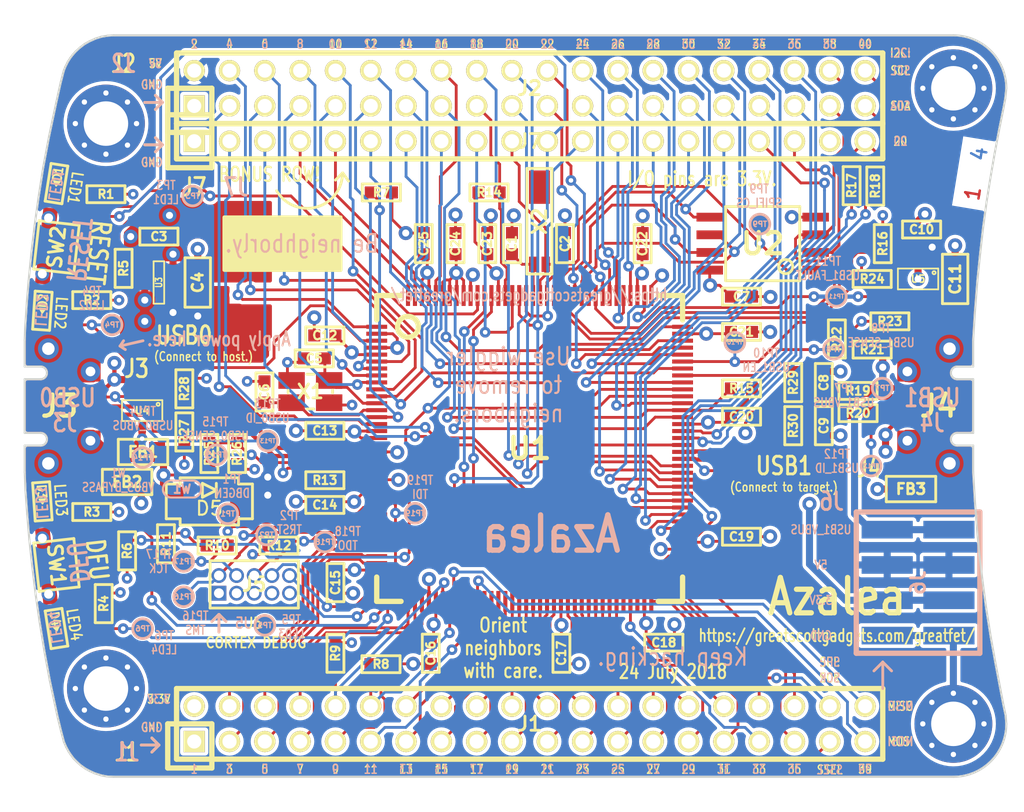
<source format=kicad_pcb>
(kicad_pcb (version 20221018) (generator pcbnew)
  (title_block (title "Azalea") (date "2018-07-24") (company "Copyright 2015-2018 Great Scott Gadgets") (comment 1 "License: BSD-3-Clause") (comment 2 "https://greatscottgadgets.com/greatfet/"))
  (layers (0 "F.Cu" signal) (1 "In1.Cu" power "C2.Cu") (2 "In2.Cu" power "C3.Cu") (31 "B.Cu" signal) (34 "B.Paste" user) (35 "F.Paste" user) (36 "B.SilkS" user "B.Silkscreen") (37 "F.SilkS" user "F.Silkscreen") (38 "B.Mask" user) (39 "F.Mask" user) (44 "Edge.Cuts" user))
  (net 0 "")
  (net 1 "GND")
  (net 2 "/RTCX1")
  (net 3 "/RTCX2")
  (net 4 "VCC")
  (net 5 "Net-(C5-Pad1)")
  (net 6 "Net-(C6-Pad1)")
  (net 7 "/USB1_VBUS")
  (net 8 "Net-(D1-Pad2)")
  (net 9 "/LED1")
  (net 10 "Net-(D2-Pad2)")
  (net 11 "/LED2")
  (net 12 "Net-(D3-Pad2)")
  (net 13 "/LED3")
  (net 14 "Net-(D4-Pad2)")
  (net 15 "/LED4")
  (net 16 "/P4_9")
  (net 17 "/P0_0")
  (net 18 "/P4_10")
  (net 19 "/P0_1")
  (net 20 "/P1_0")
  (net 21 "/P5_0")
  (net 22 "/P1_1")
  (net 23 "/P5_1")
  (net 24 "/CLK0")
  (net 25 "/P1_2")
  (net 26 "/P1_5")
  (net 27 "/P5_2")
  (net 28 "/P1_7")
  (net 29 "/P1_6")
  (net 30 "/P1_9")
  (net 31 "/P1_8")
  (net 32 "/P5_3")
  (net 33 "/P1_10")
  (net 34 "/P1_12")
  (net 35 "/P1_11")
  (net 36 "/P5_5")
  (net 37 "/P5_4")
  (net 38 "/P1_14")
  (net 39 "/P1_13")
  (net 40 "/P5_6")
  (net 41 "/P1_15")
  (net 42 "/P5_7")
  (net 43 "/P1_16")
  (net 44 "/P1_18")
  (net 45 "/P1_17")
  (net 46 "/P9_5")
  (net 47 "/P9_6")
  (net 48 "/P2_0")
  (net 49 "/P6_0")
  (net 50 "/P1_19")
  (net 51 "/P1_20")
  (net 52 "/P1_3")
  (net 53 "/P1_4")
  (net 54 "/P4_8")
  (net 55 "/P4_7")
  (net 56 "/P4_6")
  (net 57 "/P4_5")
  (net 58 "/P4_4")
  (net 59 "/P4_2")
  (net 60 "/P4_3")
  (net 61 "/ADC0_0")
  (net 62 "/P4_0")
  (net 63 "/P7_7")
  (net 64 "/WAKEUP0")
  (net 65 "/P3_7")
  (net 66 "/P3_6")
  (net 67 "/P3_5")
  (net 68 "/P3_4")
  (net 69 "/P3_3")
  (net 70 "/PF_4")
  (net 71 "/P3_2")
  (net 72 "/P7_2")
  (net 73 "/P3_1")
  (net 74 "/P7_1")
  (net 75 "/P3_0")
  (net 76 "/P7_0")
  (net 77 "/CLK2")
  (net 78 "/P2_8")
  (net 79 "/P2_7")
  (net 80 "/P2_6")
  (net 81 "/P2_5")
  (net 82 "/P2_4")
  (net 83 "/P2_3")
  (net 84 "/P6_8")
  (net 85 "/P6_7")
  (net 86 "/P2_2")
  (net 87 "/P6_6")
  (net 88 "/P2_1")
  (net 89 "/P6_3")
  (net 90 "/I2C0_SDA")
  (net 91 "/I2C0_SCL")
  (net 92 "/USB0_ID")
  (net 93 "/USB1_ID")
  (net 94 "Net-(J4-Pad3)")
  (net 95 "Net-(J4-Pad2)")
  (net 96 "/TMS")
  (net 97 "/TCK")
  (net 98 "/TDO")
  (net 99 "/TDI")
  (net 100 "/RESET")
  (net 101 "/VBAT")
  (net 102 "/RTC_ALARM")
  (net 103 "/ADC0_5")
  (net 104 "/ADC0_2")
  (net 105 "/P2_13")
  (net 106 "/P2_12")
  (net 107 "/P2_11")
  (net 108 "/P2_10")
  (net 109 "/P2_9")
  (net 110 "/P6_10")
  (net 111 "/P6_9")
  (net 112 "/P6_5")
  (net 113 "/P6_4")
  (net 114 "/P6_2")
  (net 115 "/P6_1")
  (net 116 "Net-(R13-Pad1)")
  (net 117 "/USB1_EN")
  (net 118 "/USB1_SENSE")
  (net 119 "Net-(R23-Pad2)")
  (net 120 "/USB1_FAULT")
  (net 121 "/SPIFI_CS")
  (net 122 "/DBGEN")
  (net 123 "/TRST")
  (net 124 "/USB1_D-")
  (net 125 "/USB1_D+")
  (net 126 "/USB0_D+")
  (net 127 "/USB0_D-")
  (net 128 "/USB0_SHIELD")
  (net 129 "/USB1_SHIELD")
  (net 130 "+5V")
  (net 131 "Net-(D5-Pad2)")
  (net 132 "/USB0_VBUS")
  (net 133 "/USB0_SENSE")
  (net 134 "Net-(J5-Pad7)")
  (net 135 "Net-(U4-Pad4)")
  (footprint "gsg-modules:0603" (layer "F.Cu") (at 140.97 86.106 90)
    (fp_text reference "C1")
    (fp_text value "18pF" hide)
  )
  (footprint "gsg-modules:0603" (layer "F.Cu") (at 144.78 86.106 90)
    (fp_text reference "C2")
    (fp_text value "18pF" hide)
  )
  (footprint "gsg-modules:0603" (layer "F.Cu") (at 115.57 85.598 180)
    (fp_text reference "C3")
    (fp_text value "1uF" hide)
  )
  (footprint "gsg-modules:0603" (layer "F.Cu") (at 126.746 94.361 180)
    (fp_text reference "C5")
    (fp_text value "18pF" hide)
  )
  (footprint "gsg-modules:0603" (layer "F.Cu") (at 123.1646 96.774 90)
    (fp_text reference "C6")
    (fp_text value "18pF" hide)
  )
  (footprint "gsg-modules:0603" (layer "F.Cu") (at 157.48 89.916)
    (fp_text reference "C7")
    (fp_text value "100nF" hide)
  )
  (footprint "gsg-modules:0603" (layer "F.Cu") (at 163.4 96.1 90)
    (fp_text reference "C8")
    (fp_text value "18pF" hide)
  )
  (footprint "gsg-modules:0603" (layer "F.Cu") (at 163.4 99.2 -90)
    (fp_text reference "C9")
    (fp_text value "18pF" hide)
  )
  (footprint "gsg-modules:0603" (layer "F.Cu") (at 170.434 85.09 180)
    (fp_text reference "C10")
    (fp_text value "1uF" hide)
  )
  (footprint "gsg-modules:0603" (layer "F.Cu") (at 127.508 92.71 180)
    (fp_text reference "C12")
    (fp_text value "100nF" hide)
  )
  (footprint "gsg-modules:0603" (layer "F.Cu") (at 127.508 99.568 180)
    (fp_text reference "C13")
    (fp_text value "100nF" hide)
  )
  (footprint "gsg-modules:0603" (layer "F.Cu") (at 127.508 104.9 180)
    (fp_text reference "C14")
    (fp_text value "100nF" hide)
  )
  (footprint "gsg-modules:0603" (layer "F.Cu") (at 128.27 110.49 -90)
    (fp_text reference "C15")
    (fp_text value "100nF" hide)
  )
  (footprint "gsg-modules:0603" (layer "F.Cu") (at 135.128 115.57 -90)
    (fp_text reference "C16")
    (fp_text value "100nF" hide)
  )
  (footprint "gsg-modules:0603" (layer "F.Cu") (at 144.526 115.57 -90)
    (fp_text reference "C17")
    (fp_text value "100nF" hide)
  )
  (footprint "gsg-modules:0603" (layer "F.Cu") (at 151.892 114.808)
    (fp_text reference "C18")
    (fp_text value "100nF" hide)
  )
  (footprint "gsg-modules:0603" (layer "F.Cu") (at 157.48 107.188)
    (fp_text reference "C19")
    (fp_text value "100nF" hide)
  )
  (footprint "gsg-modules:0603" (layer "F.Cu") (at 157.48 98.552)
    (fp_text reference "C20")
    (fp_text value "100nF" hide)
  )
  (footprint "gsg-modules:0603" (layer "F.Cu") (at 157.48 92.456)
    (fp_text reference "C21")
    (fp_text value "100nF" hide)
  )
  (footprint "gsg-modules:0603" (layer "F.Cu") (at 150.368 86.106 90)
    (fp_text reference "C22")
    (fp_text value "100nF" hide)
  )
  (footprint "gsg-modules:0603" (layer "F.Cu") (at 139.192 86.106 90)
    (fp_text reference "C23")
    (fp_text value "100nF" hide)
  )
  (footprint "gsg-modules:0603" (layer "F.Cu") (at 136.906 86.106 90)
    (fp_text reference "C24")
    (fp_text value "100nF" hide)
  )
  (footprint "gsg-modules:0603" (layer "F.Cu") (at 134.62 86.106 90)
    (fp_text reference "C25")
    (fp_text value "100nF" hide)
  )
  (footprint "gsg-modules:0603D" (layer "F.Cu") (at 108.204 81.788 81)
    (fp_text reference "D1")
    (fp_text value "LED1" hide)
  )
  (footprint "gsg-modules:0603D" (layer "F.Cu") (at 107.188 90.932 86.1)
    (fp_text reference "D2")
    (fp_text value "LED2" hide)
  )
  (footprint "gsg-modules:0603D" (layer "F.Cu") (at 107.188 104.648 93.9)
    (fp_text reference "D3")
    (fp_text value "LED3" hide)
  )
  (footprint "gsg-modules:0603D" (layer "F.Cu") (at 108.204 113.792 99)
    (fp_text reference "D4")
    (fp_text value "LED4" hide)
  )
  (footprint "gsg-modules:HEADER-2x20" (layer "F.Cu") (at 142.24 120.65)
    (fp_text reference "J1")
    (fp_text value "NEIGHBOR1" hide)
  )
  (footprint "gsg-modules:HEADER-2x20" (layer "F.Cu") (at 142.24 74.93)
    (fp_text reference "J2")
    (fp_text value "NEIGHBOR2" hide)
  )
  (footprint "gsg-modules:50MIL-HEADER-2x5-TH" (layer "F.Cu") (at 122.428 110.617)
    (fp_text reference "J5")
    (fp_text value "JTAG" hide)
  )
  (footprint "gsg-modules:HEADER-1x20" (layer "F.Cu") (at 142.24 78.74)
    (fp_text reference "J7")
    (fp_text value "BONUS_ROW" hide)
  )
  (footprint "gsg-modules:0603" (layer "F.Cu") (at 111.76 82.55 180)
    (fp_text reference "R1")
    (fp_text value "330" hide)
  )
  (footprint "gsg-modules:0603" (layer "F.Cu") (at 110.744 90.17 180)
    (fp_text reference "R2")
    (fp_text value "330" hide)
  )
  (footprint "gsg-modules:0603" (layer "F.Cu") (at 110.744 105.41 180)
    (fp_text reference "R3")
    (fp_text value "330" hide)
  )
  (footprint "gsg-modules:0603" (layer "F.Cu") (at 111.6 112 -90)
    (fp_text reference "R4")
    (fp_text value "330" hide)
  )
  (footprint "gsg-modules:0603" (layer "F.Cu") (at 113.03 87.884 -90)
    (fp_text reference "R5")
    (fp_text value "10k" hide)
  )
  (footprint "gsg-modules:0603" (layer "F.Cu") (at 113.284 108.204 -90)
    (fp_text reference "R6")
    (fp_text value "10k" hide)
  )
  (footprint "gsg-modules:0603" (layer "F.Cu") (at 131.572 82.423)
    (fp_text reference "R7")
    (fp_text value "10k" hide)
  )
  (footprint "gsg-modules:0603" (layer "F.Cu") (at 131.5466 116.3574)
    (fp_text reference "R8")
    (fp_text value "10k" hide)
  )
  (footprint "gsg-modules:0603" (layer "F.Cu") (at 128.27 115.57 -90)
    (fp_text reference "R9")
    (fp_text value "10k" hide)
  )
  (footprint "gsg-modules:0603" (layer "F.Cu") (at 119.761 107.823)
    (fp_text reference "R10")
    (fp_text value "10k" hide)
  )
  (footprint "gsg-modules:0603" (layer "F.Cu") (at 116.078 107.696 -90)
    (fp_text reference "R11")
    (fp_text value "10k" hide)
  )
  (footprint "gsg-modules:0603" (layer "F.Cu") (at 124.206 107.823)
    (fp_text reference "R12")
    (fp_text value "10k" hide)
  )
  (footprint "gsg-modules:0603" (layer "F.Cu") (at 127.508 103.124 180)
    (fp_text reference "R13")
    (fp_text value "12.0k" hide)
  )
  (footprint "gsg-modules:0603" (layer "F.Cu") (at 139.319 82.423)
    (fp_text reference "R14")
    (fp_text value "10k" hide)
  )
  (footprint "gsg-modules:0603" (layer "F.Cu") (at 157.48 96.52 180)
    (fp_text reference "R15")
    (fp_text value "10k" hide)
  )
  (footprint "gsg-modules:0603" (layer "F.Cu") (at 167.64 86.106 -90)
    (fp_text reference "R16")
    (fp_text value "10k" hide)
  )
  (footprint "gsg-modules:0603" (layer "F.Cu") (at 165.4 81.938 -90)
    (fp_text reference "R17")
    (fp_text value "1.8k" hide)
  )
  (footprint "gsg-modules:0603" (layer "F.Cu") (at 167.1 81.962 -90)
    (fp_text reference "R18")
    (fp_text value "1.8k" hide)
  )
  (footprint "gsg-modules:0603" (layer "F.Cu") (at 165.862 96.7 180)
    (fp_text reference "R19")
    (fp_text value "33.0" hide)
  )
  (footprint "gsg-modules:0603" (layer "F.Cu") (at 165.862 98.3 180)
    (fp_text reference "R20")
    (fp_text value "33.0" hide)
  )
  (footprint "gsg-modules:0603" (layer "F.Cu") (at 166.878 93.726 180)
    (fp_text reference "R21")
    (fp_text value "10k" hide)
  )
  (footprint "gsg-modules:0603" (layer "F.Cu") (at 164.338 92.964 -90)
    (fp_text reference "R22")
    (fp_text value "18k" hide)
  )
  (footprint "gsg-modules:0603" (layer "F.Cu") (at 168.148 91.694)
    (fp_text reference "R23")
    (fp_text value "43.2k" hide)
  )
  (footprint "gsg-modules:0603" (layer "F.Cu") (at 166.878 88.646 180)
    (fp_text reference "R24")
    (fp_text value "10k" hide)
  )
  (footprint "gsg-modules:LQFP144" (layer "F.Cu") (at 142.24 100.838)
    (fp_text reference "U1")
    (fp_text value "LPC4330FBD144" hide)
  )
  (footprint "gsg-modules:SOIC8-208" (layer "F.Cu") (at 159.004 86.106 180)
    (fp_text reference "U2")
    (fp_text value "W25Q16DV" hide)
  )
  (footprint "gsg-modules:SOT23-3" (layer "F.Cu") (at 115.57 88.9 -90)
    (fp_text reference "U3")
    (fp_text value "AP7333" hide)
  )
  (footprint "gsg-modules:SOT457" (layer "F.Cu") (at 114.366 98.114 180)
    (fp_text reference "U4")
    (fp_text value "IP4220CZ6" hide)
  )
  (footprint "gsg-modules:SOT457" (layer "F.Cu") (at 170.18 88.646 180)
    (fp_text reference "U5")
    (fp_text value "AP2553W6-7" hide)
  )
  (footprint "gsg-modules:XTAL-AB26TRQ" (layer "F.Cu") (at 142.944 87.592 90)
    (fp_text reference "X2")
    (fp_text value "RTC_XTAL" hide)
  )
  (footprint "gsg-modules:HOLE126MIL-COPPER" (layer "F.Cu") (at 111.76 77.47)
    (fp_text reference "MH1" hide)
    (fp_text value "MOUNTING_HOLE" hide)
  )
  (footprint "gsg-modules:HOLE126MIL-COPPER" (layer "F.Cu") (at 111.76 118.11)
    (fp_text reference "MH2" hide)
    (fp_text value "MOUNTING_HOLE" hide)
  )
  (footprint "gsg-modules:HOLE126MIL-COPPER" (layer "F.Cu") (at 172.72 120.65)
    (fp_text reference "MH3" hide)
    (fp_text value "MOUNTING_HOLE" hide)
  )
  (footprint "gsg-modules:HOLE126MIL-COPPER" (layer "F.Cu") (at 172.72 74.93)
    (fp_text reference "MH4" hide)
    (fp_text value "MOUNTING_HOLE" hide)
  )
  (footprint "gsg-modules:SWITCH-PTS840-P" (layer "F.Cu") (at 108.204 109.22 -83.6)
    (fp_text reference "SW1")
    (fp_text value "DFU" hide)
  )
  (footprint "gsg-modules:SWITCH-PTS840-P" (layer "F.Cu") (at 108.204 86.36 -96.4)
    (fp_text reference "SW2")
    (fp_text value "RESET" hide)
  )
  (footprint "gsg-modules:0805" (layer "F.Cu") (at 118.364 88.9 90)
    (fp_text reference "C4")
    (fp_text value "10uF" hide)
  )
  (footprint "gsg-modules:0805" (layer "F.Cu") (at 172.847 88.646 90)
    (fp_text reference "C11")
    (fp_text value "10uF" hide)
  )
  (footprint "gsg-modules:0805" (layer "F.Cu") (at 114.427 101.092)
    (fp_text reference "FB1")
    (fp_text value "FILTER" hide)
  )
  (footprint "gsg-modules:0805" (layer "F.Cu") (at 113.284 103.251 180)
    (fp_text reference "FB2")
    (fp_text value "FILTER" hide)
  )
  (footprint "gsg-modules:0805" (layer "F.Cu") (at 169.672 103.759 180)
    (fp_text reference "FB3")
    (fp_text value "FILTER" hide)
  )
  (footprint "gsg-modules:USB-MICROB-FCI-10103592-LONGPADS" (layer "F.Cu") (at 105.918 97.79)
    (fp_text reference "J3")
    (fp_text value "USB-MICRO-B-SHIELDED" hide)
  )
  (footprint "gsg-modules:USB-MICROB-FCI-10103592-LONGPADS" (layer "F.Cu") (at 174.1424 97.79 180)
    (fp_text reference "J4")
    (fp_text value "USB-MICRO-B-SHIELDED" hide)
  )
  (footprint "gsg-modules:XTAL3.2x2.5mm-EXT" (layer "F.Cu") (at 126.4666 96.7486 180)
    (fp_text reference "X1")
    (fp_text value "MCU_XTAL" hide)
  )
  (footprint "gsg-modules:0603" (layer "F.Cu") (at 119.2 101.2 90)
    (fp_text reference "R25")
    (fp_text value "10k" hide)
  )
  (footprint "gsg-modules:0603" (layer "F.Cu") (at 121.2 101.2 90)
    (fp_text reference "R26")
    (fp_text value "18k" hide)
  )
  (footprint "gsg-modules:SOD128" (layer "F.Cu") (at 119.2 104.648 180)
    (fp_text reference "D5")
    (fp_text value "VBUS_DIODE" hide)
  )
  (footprint "gsg-modules:0603" (layer "F.Cu") (at 117.4 99.65 -90)
    (fp_text reference "R27")
    (fp_text value "15k" hide)
  )
  (footprint "gsg-modules:0603" (layer "F.Cu") (at 117.4 96.55 90)
    (fp_text reference "R28")
    (fp_text value "15k" hide)
  )
  (footprint "gsg-modules:0603" (layer "F.Cu") (at 161.2 96.1 90)
    (fp_text reference "R29")
    (fp_text value "15k" hide)
  )
  (footprint "gsg-modules:0603" (layer "F.Cu") (at 161.2 99.2 -90)
    (fp_text reference "R30")
    (fp_text value "15k" hide)
  )
  (footprint "gsg-modules:TESTPOINT-50MIL" (layer "B.Cu") (at 120.523 105.537)
    (fp_text reference "TP1")
    (fp_text value "DBGEN" hide)
  )
  (footprint "gsg-modules:TESTPOINT-50MIL" (layer "B.Cu") (at 123.317 107.061)
    (fp_text reference "TP2")
    (fp_text value "TRST" hide)
  )
  (footprint "gsg-modules:TESTPOINT-50MIL" (layer "B.Cu") (at 117.9957 82.677)
    (fp_text reference "TP3")
    (fp_text value "LED1" hide)
  )
  (footprint "gsg-modules:TESTPOINT-50MIL" (layer "B.Cu") (at 112.2 91.948)
    (fp_text reference "TP4")
    (fp_text value "LED2" hide)
  )
  (footprint "gsg-modules:TESTPOINT-50MIL" (layer "B.Cu") (at 123.19 113.5634)
    (fp_text reference "TP5")
    (fp_text value "LED3" hide)
  )
  (footprint "gsg-modules:TESTPOINT-50MIL" (layer "B.Cu") (at 114.4 113.8)
    (fp_text reference "TP6")
    (fp_text value "LED4" hide)
  )
  (footprint "gsg-modules:TESTPOINT-50MIL" (layer "B.Cu") (at 167.6 96.5)
    (fp_text reference "TP7")
    (fp_text value "USB1_VBUS" hide)
  )
  (footprint "gsg-modules:TESTPOINT-50MIL" (layer "B.Cu") (at 164.1 93.7)
    (fp_text reference "TP8")
    (fp_text value "USB1_SENSE" hide)
  )
  (footprint "gsg-modules:TESTPOINT-50MIL" (layer "B.Cu") (at 158.8 84.7)
    (fp_text reference "TP9")
    (fp_text value "SPIFI_CS" hide)
  )
  (footprint "gsg-modules:TESTPOINT-50MIL" (layer "B.Cu") (at 157 93.2)
    (fp_text reference "TP10")
    (fp_text value "USB1_EN" hide)
  )
  (footprint "gsg-modules:TESTPOINT-50MIL" (layer "B.Cu") (at 164.3 89.9)
    (fp_text reference "TP11")
    (fp_text value "USB1_FAULT" hide)
  )
  (footprint "gsg-modules:TESTPOINT-50MIL" (layer "B.Cu") (at 166.8 102.1)
    (fp_text reference "TP12")
    (fp_text value "USB1_ID" hide)
  )
  (footprint "gsg-modules:TESTPOINT-50MIL" (layer "B.Cu") (at 123.4 100.3)
    (fp_text reference "TP13")
    (fp_text value "USB0_ID" hide)
  )
  (footprint "gsg-modules:TESTPOINT-50MIL" (layer "B.Cu") (at 114.4 101.5)
    (fp_text reference "TP14")
    (fp_text value "USB0_VBUS" hide)
  )
  (footprint "gsg-modules:TESTPOINT-50MIL" (layer "B.Cu") (at 119.7 101.3)
    (fp_text reference "TP15")
    (fp_text value "USB0_SENSE" hide)
  )
  (footprint "gsg-modules:TESTPOINT-50MIL" (layer "B.Cu") (at 117.348 111.506)
    (fp_text reference "TP16")
    (fp_text value "TMS" hide)
  )
  (footprint "gsg-modules:TESTPOINT-50MIL" (layer "B.Cu") (at 117.348 108.966)
    (fp_text reference "TP17")
    (fp_text value "TCK" hide)
  )
  (footprint "gsg-modules:TESTPOINT-50MIL" (layer "B.Cu") (at 127.508 107.569)
    (fp_text reference "TP18")
    (fp_text value "TDO" hide)
  )
  (footprint "gsg-modules:TESTPOINT-50MIL" (layer "B.Cu") (at 134 105.5)
    (fp_text reference "TP19")
    (fp_text value "TDI" hide)
  )
  (footprint "gsg-modules:HEADER-SMT-2x4" (layer "B.Cu") (at 170.18 110.49 90)
    (fp_text reference "J6")
    (fp_text value "POWER" hide)
  )
  (footprint "gsg-modules:0603-JUMPER" (layer "B.Cu") (at 117.2337 103.759 180)
    (fp_text reference "W1")
    (fp_text value "VBUS_BYPASS" hide)
  )
  (gr_line (start 115.57 122.174) (end 115.062 122.682) (stroke (width 0.2032)) (layer "B.SilkS"))
  (gr_line (start 115.57 122.174) (end 115.062 121.666) (stroke (width 0.2032)) (layer "B.SilkS"))
  (gr_line (start 115.57 122.174) (end 114.3 122.174) (stroke (width 0.2032)) (layer "B.SilkS"))
  (gr_line (start 115.824 78.994) (end 115.316 79.502) (stroke (width 0.2032)) (layer "B.SilkS"))
  (gr_line (start 115.824 78.994) (end 115.316 78.486) (stroke (width 0.2032)) (layer "B.SilkS"))
  (gr_line (start 115.824 78.994) (end 114.554 78.994) (stroke (width 0.2032)) (layer "B.SilkS"))
  (gr_line (start 115.824 75.946) (end 115.316 76.454) (stroke (width 0.2032)) (layer "B.SilkS"))
  (gr_line (start 115.824 75.946) (end 115.316 75.438) (stroke (width 0.2032)) (layer "B.SilkS"))
  (gr_line (start 114.554 75.946) (end 115.824 75.946) (stroke (width 0.2032)) (layer "B.SilkS"))
  (gr_line (start 119.888 112.776) (end 119.888 114.046) (stroke (width 0.2032)) (layer "B.SilkS"))
  (gr_line (start 119.888 112.776) (end 120.396 113.284) (stroke (width 0.2032)) (layer "B.SilkS"))
  (gr_line (start 119.888 112.776) (end 119.38 113.284) (stroke (width 0.2032)) (layer "B.SilkS"))
  (gr_line (start 112.776 93.472) (end 113.157 93.726) (stroke (width 0.2032)) (layer "B.SilkS"))
  (gr_line (start 112.776 93.472) (end 114.427 93.091) (stroke (width 0.2032)) (layer "B.SilkS"))
  (gr_line (start 112.776 93.472) (end 113.03 93.091) (stroke (width 0.2032)) (layer "B.SilkS"))
  (gr_line (start 128.8034 81.026) (end 129.2098 81.6102) (stroke (width 0.2032)) (layer "F.SilkS"))
  (gr_line (start 128.778 81.026) (end 128.27 81.534) (stroke (width 0.15)) (layer "F.SilkS"))
  (gr_line (start 115.824 78.994) (end 115.316 79.502) (stroke (width 0.2032)) (layer "F.SilkS"))
  (gr_line (start 115.57 122.174) (end 114.3 122.174) (stroke (width 0.2032)) (layer "F.SilkS"))
  (gr_line (start 114.554 75.946) (end 115.824 75.946) (stroke (width 0.2032)) (layer "F.SilkS"))
  (gr_line (start 115.824 75.946) (end 115.316 76.454) (stroke (width 0.2032)) (layer "F.SilkS"))
  (gr_line (start 119.888 112.776) (end 119.888 114.046) (stroke (width 0.2032)) (layer "F.SilkS"))
  (gr_line (start 128.27 81.534) (end 128.778 81.026) (stroke (width 0.2032)) (layer "F.SilkS"))
  (gr_arc (start 128.778 81.026) (mid 126.8954 83.479452) (end 124.038295 82.296) (stroke (width 0.2032)) (layer "F.SilkS"))
  (gr_line (start 115.824 78.994) (end 114.554 78.994) (stroke (width 0.2032)) (layer "F.SilkS"))
  (gr_line (start 115.57 122.174) (end 115.062 122.682) (stroke (width 0.2032)) (layer "F.SilkS"))
  (gr_line (start 115.824 78.994) (end 115.316 78.486) (stroke (width 0.2032)) (layer "F.SilkS"))
  (gr_line (start 115.57 122.174) (end 115.062 121.666) (stroke (width 0.2032)) (layer "F.SilkS"))
  (gr_line (start 119.888 112.776) (end 119.38 113.284) (stroke (width 0.2032)) (layer "F.SilkS"))
  (gr_line (start 119.888 112.776) (end 120.396 113.284) (stroke (width 0.2032)) (layer "F.SilkS"))
  (gr_line (start 115.824 75.946) (end 115.316 75.438) (stroke (width 0.2032)) (layer "F.SilkS"))
  (gr_arc (start 172.9994 100.6348) (mid 172.5422 100.1776) (end 172.9994 99.7204) (stroke (width 0.15)) (layer "Edge.Cuts"))
  (gr_arc (start 107.061 94.9452) (mid 107.5182 95.4024) (end 107.061 95.8596) (stroke (width 0.15)) (layer "Edge.Cuts"))
  (gr_arc (start 107.061 99.7204) (mid 107.5182 100.1776) (end 107.061 100.6348) (stroke (width 0.15)) (layer "Edge.Cuts"))
  (gr_line (start 105.9688 103.8352) (end 105.918 102.5398) (stroke (width 0.15)) (layer "Edge.Cuts"))
  (gr_line (start 111.887 71.1454) (end 111.4298 71.2216) (stroke (width 0.15)) (layer "Edge.Cuts"))
  (gr_line (start 175.1076 83.1088) (end 175.387 81.3562) (stroke (width 0.15)) (layer "Edge.Cuts"))
  (gr_line (start 175.6918 79.6036) (end 175.9966 77.978) (stroke (width 0.15)) (layer "Edge.Cuts"))
  (gr_line (start 175.0822 112.3442) (end 175.4124 114.427) (stroke (width 0.15)) (layer "Edge.Cuts"))
  (gr_line (start 109.5756 72.2884) (end 109.3724 72.517) (stroke (width 0.15)) (layer "Edge.Cuts"))
  (gr_line (start 107.2388 80.6704) (end 106.9086 82.804) (stroke (width 0.15)) (layer "Edge.Cuts"))
  (gr_line (start 111.0234 71.3486) (end 110.5662 71.5518) (stroke (width 0.15)) (layer "Edge.Cuts"))
  (gr_line (start 174.4218 106.6546) (end 174.5996 108.5342) (stroke (width 0.15)) (layer "Edge.Cuts"))
  (gr_line (start 106.9848 113.284) (end 106.7054 111.3536) (stroke (width 0.15)) (layer "Edge.Cuts"))
  (gr_line (start 112.3188 71.12) (end 172.72 71.12) (stroke (width 0.15)) (layer "Edge.Cuts"))
  (gr_line (start 174.4472 88.773) (end 174.6504 86.7664) (stroke (width 0.15)) (layer "Edge.Cuts"))
  (gr_line (start 105.918 100.6348) (end 105.918 102.5398) (stroke (width 0.15)) (layer "Edge.Cuts"))
  (gr_line (start 174.2694 91.0082) (end 174.4472 88.773) (stroke (width 0.15)) (layer "Edge.Cuts"))
  (gr_line (start 176.3268 119.3292) (end 176.4792 120.0404) (stroke (width 0.15)) (layer "Edge.Cuts"))
  (gr_line (start 109.1946 72.7456) (end 109.0168 73.025) (stroke (width 0.15)) (layer "Edge.Cuts"))
  (gr_line (start 112.3188 71.12) (end 111.887 71.1454) (stroke (width 0.15)) (layer "Edge.Cuts"))
  (gr_line (start 172.9994 95.8596) (end 174.1424 95.8596) (stroke (width 0.15)) (layer "Edge.Cuts"))
  (gr_line (start 109.0168 73.025) (end 108.839 73.3806) (stroke (width 0.15)) (layer "Edge.Cuts"))
  (gr_line (start 174.8282 110.4646) (end 175.0822 112.3442) (stroke (width 0.15)) (layer "Edge.Cuts"))
  (gr_line (start 174.2694 104.648) (end 174.4218 106.6546) (stroke (width 0.15)) (layer "Edge.Cuts"))
  (gr_line (start 106.4006 86.741) (end 106.1974 88.7984) (stroke (width 0.15)) (layer "Edge.Cuts"))
  (gr_line (start 107.3404 115.4684) (end 106.9848 113.284) (stroke (width 0.15)) (layer "Edge.Cuts"))
  (gr_line (start 108.204 75.8698) (end 107.6706 78.3844) (stroke (width 0.15)) (layer "Edge.Cuts"))
  (gr_line (start 107.6706 78.3844) (end 107.2388 80.6704) (stroke (width 0.15)) (layer "Edge.Cuts"))
  (gr_arc (start 176.53 120.65) (mid 175.414077 123.344077) (end 172.72 124.46) (stroke (width 0.15)) (layer "Edge.Cuts"))
  (gr_line (start 112.3188 124.46) (end 111.8362 124.4346) (stroke (width 0.15)) (layer "Edge.Cuts"))
  (gr_line (start 176.3268 76.3524) (end 176.4538 75.6666) (stroke (width 0.15)) (layer "Edge.Cuts"))
  (gr_line (start 176.0728 118.0084) (end 176.3268 119.3292) (stroke (width 0.15)) (layer "Edge.Cuts"))
  (gr_line (start 106.9086 82.804) (end 106.6292 84.8106) (stroke (width 0.15)) (layer "Edge.Cuts"))
  (gr_line (start 106.6292 84.8106) (end 106.4006 86.741) (stroke (width 0.15)) (layer "Edge.Cuts"))
  (gr_line (start 174.1424 102.5398) (end 174.2694 104.648) (stroke (width 0.15)) (layer "Edge.Cuts"))
  (gr_line (start 107.061 95.8596) (end 105.918 95.8596) (stroke (width 0.15)) (layer "Edge.Cuts"))
  (gr_line (start 108.7374 121.9454) (end 108.6358 121.5644) (stroke (width 0.15)) (layer "Edge.Cuts"))
  (gr_line (start 108.7374 73.6346) (end 108.6612 73.914) (stroke (width 0.15)) (layer "Edge.Cuts"))
  (gr_line (start 109.4486 123.1646) (end 109.22 122.8598) (stroke (width 0.15)) (layer "Edge.Cuts"))
  (gr_line (start 111.4298 71.2216) (end 111.0234 71.3486) (stroke (width 0.15)) (layer "Edge.Cuts"))
  (gr_line (start 174.8536 84.9884) (end 175.1076 83.1088) (stroke (width 0.15)) (layer "Edge.Cuts"))
  (gr_line (start 172.9994 100.6348) (end 174.1424 100.6348) (stroke (width 0.15)) (layer "Edge.Cuts"))
  (gr_line (start 107.7214 117.5258) (end 107.3404 115.4684) (stroke (width 0.15)) (layer "Edge.Cuts"))
  (gr_line (start 176.4792 120.0404) (end 176.53 120.65) (stroke (width 0.15)) (layer "Edge.Cuts"))
  (gr_line (start 107.061 100.6348) (end 105.918 100.6348) (stroke (width 0.15)) (layer "Edge.Cuts"))
  (gr_line (start 109.0676 122.6312) (end 108.8898 122.301) (stroke (width 0.15)) (layer "Edge.Cuts"))
  (gr_line (start 105.918 95.8596) (end 105.918 99.7204) (stroke (width 0.15)) (layer "Edge.Cuts"))
  (gr_line (start 105.9434 92.2528) (end 105.918 93.0402) (stroke (width 0.15)) (layer "Edge.Cuts"))
  (gr_line (start 175.9966 77.978) (end 176.3268 76.3524) (stroke (width 0.15)) (layer "Edge.Cuts"))
  (gr_line (start 172.9994 94.9452) (end 174.1424 94.9452) (stroke (width 0.15)) (layer "Edge.Cuts"))
  (gr_line (start 106.7054 111.3536) (end 106.4514 109.2708) (stroke (width 0.15)) (layer "Edge.Cuts"))
  (gr_line (start 109.9312 123.6218) (end 109.6772 123.3932) (stroke (width 0.15)) (layer "Edge.Cuts"))
  (gr_line (start 176.4538 75.6666) (end 176.53 74.93) (stroke (width 0.15)) (layer "Edge.Cuts"))
  (gr_line (start 108.8898 122.301) (end 108.7374 121.9454) (stroke (width 0.15)) (layer "Edge.Cuts"))
  (gr_line (start 111.8362 124.4346) (end 111.4298 124.3584) (stroke (width 0.15)) (layer "Edge.Cuts"))
  (gr_line (start 106.1974 88.7984) (end 106.0704 90.3224) (stroke (width 0.15)) (layer "Edge.Cuts"))
  (gr_line (start 106.0958 105.5624) (end 105.9688 103.8352) (stroke (width 0.15)) (layer "Edge.Cuts"))
  (gr_line (start 110.9472 124.206) (end 110.5662 124.0282) (stroke (width 0.15)) (layer "Edge.Cuts"))
  (gr_line (start 108.585 74.2188) (end 108.5088 74.4982) (stroke (width 0.15)) (layer "Edge.Cuts"))
  (gr_line (start 172.72 124.46) (end 112.3188 124.46) (stroke (width 0.15)) (layer "Edge.Cuts"))
  (gr_line (start 108.6358 121.5644) (end 108.5342 121.1834) (stroke (width 0.15)) (layer "Edge.Cuts"))
  (gr_line (start 108.2802 120.142) (end 107.7214 117.5258) (stroke (width 0.15)) (layer "Edge.Cuts"))
  (gr_line (start 105.918 99.7204) (end 107.061 99.7204) (stroke (width 0.15)) (layer "Edge.Cuts"))
  (gr_line (start 109.6772 123.3932) (end 109.4486 123.1646) (stroke (width 0.15)) (layer "Edge.Cuts"))
  (gr_line (start 174.1424 94.9452) (end 174.1424 93.0402) (stroke (width 0.15)) (layer "Edge.Cuts"))
  (gr_line (start 111.4298 124.3584) (end 110.9472 124.206) (stroke (width 0.15)) (layer "Edge.Cuts"))
  (gr_arc (start 172.72 71.12) (mid 175.414077 72.235923) (end 176.53 74.93) (stroke (width 0.15)) (layer "Edge.Cuts"))
  (gr_line (start 174.1424 100.6348) (end 174.1424 102.5398) (stroke (width 0.15)) (layer "Edge.Cuts"))
  (gr_line (start 108.5088 74.4982) (end 108.204 75.8698) (stroke (width 0.15)) (layer "Edge.Cuts"))
  (gr_line (start 107.061 94.9452) (end 105.918 94.9452) (stroke (width 0.15)) (layer "Edge.Cuts"))
  (gr_line (start 110.2868 123.8758) (end 109.9312 123.6218) (stroke (width 0.15)) (layer "Edge.Cuts"))
  (gr_line (start 109.8804 72.009) (end 109.5756 72.2884) (stroke (width 0.15)) (layer "Edge.Cuts"))
  (gr_line (start 174.1424 93.0402) (end 174.2694 91.0082) (stroke (width 0.15)) (layer "Edge.Cuts"))
  (gr_line (start 110.5662 124.0282) (end 110.2868 123.8758) (stroke (width 0.15)) (layer "Edge.Cuts"))
  (gr_arc (start 172.9994 95.8596) (mid 172.5422 95.4024) (end 172.9994 94.9452) (stroke (width 0.15)) (layer "Edge.Cuts"))
  (gr_line (start 110.2106 71.755) (end 109.8804 72.009) (stroke (width 0.15)) (layer "Edge.Cuts"))
  (gr_line (start 174.6504 86.7664) (end 174.8536 84.9884) (stroke (width 0.15)) (layer "Edge.Cuts"))
  (gr_line (start 108.839 73.3806) (end 108.7374 73.6346) (stroke (width 0.15)) (layer "Edge.Cuts"))
  (gr_line (start 174.1424 99.7204) (end 172.9994 99.7204) (stroke (width 0.15)) (layer "Edge.Cuts"))
  (gr_line (start 108.6612 73.914) (end 108.585 74.2188) (stroke (width 0.15)) (layer "Edge.Cuts"))
  (gr_line (start 105.918 94.9452) (end 105.918 93.0402) (stroke (width 0.15)) (layer "Edge.Cuts"))
  (gr_line (start 174.1424 95.8596) (end 174.1424 99.7204) (stroke (width 0.15)) (layer "Edge.Cuts"))
  (gr_line (start 106.0704 90.3224) (end 105.9434 92.2528) (stroke (width 0.15)) (layer "Edge.Cuts"))
  (gr_line (start 106.2482 107.3912) (end 106.0958 105.5624) (stroke (width 0.15)) (layer "Edge.Cuts"))
  (gr_line (start 110.5662 71.5518) (end 110.2106 71.755) (stroke (width 0.15)) (layer "Edge.Cuts"))
  (gr_line (start 175.387 81.3562) (end 175.6918 79.6036) (stroke (width 0.15)) (layer "Edge.Cuts"))
  (gr_line (start 175.7426 116.2558) (end 176.0728 118.0084) (stroke (width 0.15)) (layer "Edge.Cuts"))
  (gr_line (start 174.5996 108.5342) (end 174.8282 110.4646) (stroke (width 0.15)) (layer "Edge.Cuts"))
  (gr_line (start 106.4514 109.2708) (end 106.2482 107.3912) (stroke (width 0.15)) (layer "Edge.Cuts"))
  (gr_line (start 109.22 122.8598) (end 109.0676 122.6312) (stroke (width 0.15)) (layer "Edge.Cuts"))
  (gr_line (start 108.5342 121.1834) (end 108.2802 120.142) (stroke (width 0.15)) (layer "Edge.Cuts"))
  (gr_line (start 175.4124 114.427) (end 175.7426 116.2558) (stroke (width 0.15)) (layer "Edge.Cuts"))
  (gr_line (start 109.3724 72.517) (end 109.1946 72.7456) (stroke (width 0.15)) (layer "Edge.Cuts"))
  (gr_text "1" (at 174.117 82.4992 80.5) (layer "F.Cu") (effects (font (size 1.016 1.016) (thickness 0.1778))))
  (gr_text "4" (at 174.5996 79.6544 80.5) (layer "B.Cu") (effects (font (size 1.016 1.016) (thickness 0.1778))))
  (gr_text "Apply power here." (at 119.888 92.964) (layer "B.SilkS") (effects (font (size 1.016 0.762) (thickness 0.1524)) (justify mirror)))
  (gr_text "USB1_VBUS" (at 163.195 106.68) (layer "B.SilkS") (effects (font (size 0.635 0.508) (thickness 0.1016)) (justify mirror)))
  (gr_text "5V" (at 163.195 109.22) (layer "B.SilkS") (effects (font (size 0.635 0.508) (thickness 0.1016)) (justify mirror)))
  (gr_text "3.3V" (at 163.195 111.76) (layer "B.SilkS") (effects (font (size 0.635 0.508) (thickness 0.1016)) (justify mirror)))
  (gr_text "GND" (at 163.195 114.3) (layer "B.SilkS") (effects (font (size 0.635 0.508) (thickness 0.1016)) (justify mirror)))
  (gr_text "J6" (at 163.957 104.648) (layer "B.SilkS") (effects (font (size 1.27 1.016) (thickness 0.2032)) (justify mirror)))
  (gr_text "TP12\nUSB1_ID" (at 164.35 101.75) (layer "B.SilkS") (effects (font (size 0.635 0.508) (thickness 0.1016)) (justify mirror)))
  (gr_text "TP7\nUSB1_VBUS" (at 164.846 97.028) (layer "B.SilkS") (effects (font (size 0.635 0.508) (thickness 0.1016)) (justify mirror)))
  (gr_text "TP8\nUSB1_SENSE" (at 167.513 92.71) (layer "B.SilkS") (effects (font (size 0.635 0.508) (thickness 0.1016)) (justify mirror)))
  (gr_text "TP11\nUSB1_FAULT" (at 163.703 87.884) (layer "B.SilkS") (effects (font (size 0.635 0.508) (thickness 0.1016)) (justify mirror)))
  (gr_text "TP9\nSPIFI_CS" (at 158.75 82.677) (layer "B.SilkS") (effects (font (size 0.635 0.508) (thickness 0.1016)) (justify mirror)))
  (gr_text "TP10\nUSB1_EN" (at 159.258 94.488) (layer "B.SilkS") (effects (font (size 0.635 0.508) (thickness 0.1016)) (justify mirror)))
  (gr_text "TP3\nLED1" (at 116.078 82.423) (layer "B.SilkS") (effects (font (size 0.635 0.508) (thickness 0.1016)) (justify mirror)))
  (gr_text "TP4\nLED2" (at 110.744 90.043) (layer "B.SilkS") (effects (font (size 0.635 0.508) (thickness 0.1016)) (justify mirror)))
  (gr_text "TP5\nLED3" (at 125.095 113.665) (layer "B.SilkS") (effects (font (size 0.635 0.508) (thickness 0.1016)) (justify mirror)))
  (gr_text "TP6\nLED4" (at 115.951 114.808) (layer "B.SilkS") (effects (font (size 0.635 0.508) (thickness 0.1016)) (justify mirror)))
  (gr_text "TP16\nTMS" (at 118.2 113.4) (layer "B.SilkS") (effects (font (size 0.635 0.508) (thickness 0.1016)) (justify mirror)))
  (gr_text "TP17\nTCK" (at 115.57 108.966) (layer "B.SilkS") (effects (font (size 0.635 0.508) (thickness 0.1016)) (justify mirror)))
  (gr_text "TP1\nDBGEN" (at 120.85 103.55) (layer "B.SilkS") (effects (font (size 0.635 0.508) (thickness 0.1016)) (justify mirror)))
  (gr_text "TP2\nTRST" (at 124.968 106.172) (layer "B.SilkS") (effects (font (size 0.635 0.508) (thickness 0.1016)) (justify mirror)))
  (gr_text "TP18\nTDO" (at 129.159 107.315) (layer "B.SilkS") (effects (font (size 0.635 0.508) (thickness 0.1016)) (justify mirror)))
  (gr_text "TP19\nTDI" (at 134.366 103.632) (layer "B.SilkS") (effects (font (size 0.635 0.508) (thickness 0.1016)) (justify mirror)))
  (gr_text "TP13\nUSB0_ID" (at 123.39 98.141) (layer "B.SilkS") (effects (font (size 0.635 0.508) (thickness 0.1016)) (justify mirror)))
  (gr_text "TP15\nUSB0_SENSE" (at 119.634 99.436) (layer "B.SilkS") (effects (font (size 0.635 0.508) (thickness 0.1016)) (justify mirror)))
  (gr_text "TP14\nUSB0_VBUS" (at 114.427 98.679) (layer "B.SilkS") (effects (font (size 0.635 0.508) (thickness 0.1016)) (justify mirror)))
  (gr_text "Be neighborly." (at 125.857 86.106) (layer "B.SilkS") (effects (font (size 1.27 1.016) (thickness 0.1524)) (justify mirror)))
  (gr_text "Keep hacking." (at 152.527 115.824) (layer "B.SilkS") (effects (font (size 1.27 1.016) (thickness 0.1524)) (justify mirror)))
  (gr_text "Use wiggler\nto remove\nneighbors." (at 140.716 96.266) (layer "B.SilkS") (effects (font (size 1.27 1.016) (thickness 0.1524)) (justify mirror)))
  (gr_text "W1\nVBUS_BYPASS" (at 112.649 103.124) (layer "B.SilkS") (effects (font (size 0.635 0.508) (thickness 0.1016)) (justify mirror)))
  (gr_text "39" (at 166.37 123.9139) (layer "B.SilkS") (effects (font (size 0.635 0.508) (thickness 0.1016)) (justify mirror)))
  (gr_text "35" (at 161.29 123.9139) (layer "B.SilkS") (effects (font (size 0.635 0.508) (thickness 0.1016)) (justify mirror)))
  (gr_text "33" (at 158.75 123.9139) (layer "B.SilkS") (effects (font (size 0.635 0.508) (thickness 0.1016)) (justify mirror)))
  (gr_text "31" (at 156.21 123.9139) (layer "B.SilkS") (effects (font (size 0.635 0.508) (thickness 0.1016)) (justify mirror)))
  (gr_text "29" (at 153.67 123.9139) (layer "B.SilkS") (effects (font (size 0.635 0.508) (thickness 0.1016)) (justify mirror)))
  (gr_text "27" (at 151.13 123.9139) (layer "B.SilkS") (effects (font (size 0.635 0.508) (thickness 0.1016)) (justify mirror)))
  (gr_text "25" (at 148.59 123.9139) (layer "B.SilkS") (effects (font (size 0.635 0.508) (thickness 0.1016)) (justify mirror)))
  (gr_text "23" (at 146.05 123.9139) (layer "B.SilkS") (effects (font (size 0.635 0.508) (thickness 0.1016)) (justify mirror)))
  (gr_text "21" (at 143.51 123.9139) (layer "B.SilkS") (effects (font (size 0.635 0.508) (thickness 0.1016)) (justify mirror)))
  (gr_text "19" (at 140.97 123.9139) (layer "B.SilkS") (effects (font (size 0.635 0.508) (thickness 0.1016)) (justify mirror)))
  (gr_text "17" (at 138.43 123.9139) (layer "B.SilkS") (effects (font (size 0.635 0.508) (thickness 0.1016)) (justify mirror)))
  (gr_text "15" (at 135.89 123.9139) (layer "B.SilkS") (effects (font (size 0.635 0.508) (thickness 0.1016)) (justify mirror)))
  (gr_text "13" (at 133.35 123.9139) (layer "B.SilkS") (effects (font (size 0.635 0.508) (thickness 0.1016)) (justify mirror)))
  (gr_text "11" (at 130.81 123.9139) (layer "B.SilkS") (effects (font (size 0.635 0.508) (thickness 0.1016)) (justify mirror)))
  (gr_text "9" (at 128.27 123.9139) (layer "B.SilkS") (effects (font (size 0.635 0.508) (thickness 0.1016)) (justify mirror)))
  (gr_text "7" (at 125.73 123.9139) (layer "B.SilkS") (effects (font (size 0.635 0.508) (thickness 0.1016)) (justify mirror)))
  (gr_text "5" (at 123.19 123.9139) (layer "B.SilkS") (effects (font (size 0.635 0.508) (thickness 0.1016)) (justify mirror)))
  (gr_text "3" (at 120.65 123.9139) (layer "B.SilkS") (effects (font (size 0.635 0.508) (thickness 0.1016)) (justify mirror)))
  (gr_text "SSEL" (at 163.83 123.952) (layer "B.SilkS") (effects (font (size 0.635 0.508) (thickness 0.1016)) (justify mirror)))
  (gr_text "40" (at 166.37 71.755) (layer "B.SilkS") (effects (font (size 0.635 0.508) (thickness 0.1016)) (justify mirror)))
  (gr_text "38" (at 163.83 71.755) (layer "B.SilkS") (effects (font (size 0.635 0.508) (thickness 0.1016)) (justify mirror)))
  (gr_text "36" (at 161.29 71.755) (layer "B.SilkS") (effects (font (size 0.635 0.508) (thickness 0.1016)) (justify mirror)))
  (gr_text "34" (at 158.75 71.755) (layer "B.SilkS") (effects (font (size 0.635 0.508) (thickness 0.1016)) (justify mirror)))
  (gr_text "32" (at 156.21 71.755) (layer "B.SilkS") (effects (font (size 0.635 0.508) (thickness 0.1016)) (justify mirror)))
  (gr_text "30" (at 153.67 71.755) (layer "B.SilkS") (effects (font (size 0.635 0.508) (thickness 0.1016)) (justify mirror)))
  (gr_text "28" (at 151.13 71.755) (layer "B.SilkS") (effects (font (size 0.635 0.508) (thickness 0.1016)) (justify mirror)))
  (gr_text "26" (at 148.59 71.755) (layer "B.SilkS") (effects (font (size 0.635 0.508) (thickness 0.1016)) (justify mirror)))
  (gr_text "24" (at 146.05 71.755) (layer "B.SilkS") (effects (font (size 0.635 0.508) (thickness 0.1016)) (justify mirror)))
  (gr_text "22" (at 143.51 71.755) (layer "B.SilkS") (effects (font (size 0.635 0.508) (thickness 0.1016)) (justify mirror)))
  (gr_text "20" (at 140.97 71.755) (layer "B.SilkS") (effects (font (size 0.635 0.508) (thickness 0.1016)) (justify mirror)))
  (gr_text "18" (at 138.43 71.755) (layer "B.SilkS") (effects (font (size 0.635 0.508) (thickness 0.1016)) (justify mirror)))
  (gr_text "16" (at 135.89 71.755) (layer "B.SilkS") (effects (font (size 0.635 0.508) (thickness 0.1016)) (justify mirror)))
  (gr_text "14" (at 133.35 71.755) (layer "B.SilkS") (effects (font (size 0.635 0.508) (thickness 0.1016)) (justify mirror)))
  (gr_text "12" (at 130.81 71.755) (layer "B.SilkS") (effects (font (size 0.635 0.508) (thickness 0.1016)) (justify mirror)))
  (gr_text "10" (at 128.27 71.755) (layer "B.SilkS") (effects (font (size 0.635 0.508) (thickness 0.1016)) (justify mirror)))
  (gr_text "8" (at 125.73 71.755) (layer "B.SilkS") (effects (font (size 0.635 0.508) (thickness 0.1016)) (justify mirror)))
  (gr_text "6" (at 123.19 71.755) (layer "B.SilkS") (effects (font (size 0.635 0.508) (thickness 0.1016)) (justify mirror)))
  (gr_text "4" (at 120.65 71.755) (layer "B.SilkS") (effects (font (size 0.635 0.508) (thickness 0.1016)) (justify mirror)))
  (gr_text "2" (at 118.11 71.755) (layer "B.SilkS") (effects (font (size 0.635 0.508) (thickness 0.1016)) (justify mirror)))
  (gr_text "J2" (at 113.03 73.152) (layer "B.SilkS") (effects (font (size 1.27 1.016) (thickness 0.2032)) (justify mirror)))
  (gr_text "J7" (at 121.11 82.042) (layer "B.SilkS") (effects (font (size 1.27 1.016) (thickness 0.2032)) (justify mirror)))
  (gr_text "J1" (at 113.284 122.682) (layer "B.SilkS") (effects (font (size 1.27 1.016) (thickness 0.2032)) (justify mirror)))
  (gr_text "3.3V" (at 115.57 118.872) (layer "B.SilkS") (effects (font (size 0.635 0.508) (thickness 0.1016)) (justify mirror)))
  (gr_text "GND" (at 115.062 120.904) (layer "B.SilkS") (effects (font (size 0.635 0.508) (thickness 0.1016)) (justify mirror)))
  (gr_text "SPI:" (at 163.83 116.205) (layer "B.SilkS") (effects (font (size 0.635 0.508) (thickness 0.1016)) (justify mirror)))
  (gr_text "SCK" (at 163.83 117.348) (layer "B.SilkS") (effects (font (size 0.635 0.508) (thickness 0.1016)) (justify mirror)))
  (gr_text "MISO" (at 168.91 119.38) (layer "B.SilkS") (effects (font (size 0.635 0.508) (thickness 0.1016)) (justify mirror)))
  (gr_text "MOSI" (at 168.91 121.92) (layer "B.SilkS") (effects (font (size 0.635 0.508) (thickness 0.1016)) (justify mirror)))
  (gr_text "20" (at 168.91 78.74) (layer "B.SilkS") (effects (font (size 0.635 0.508) (thickness 0.1016)) (justify mirror)))
  (gr_text "I2C:" (at 168.91 72.39) (layer "B.SilkS") (effects (font (size 0.635 0.508) (thickness 0.1016)) (justify mirror)))
  (gr_text "SCL" (at 168.91 73.66) (layer "B.SilkS") (effects (font (size 0.635 0.508) (thickness 0.1016)) (justify mirror)))
  (gr_text "SDA" (at 168.91 76.2) (layer "B.SilkS") (effects (font (size 0.635 0.508) (thickness 0.1016)) (justify mirror)))
  (gr_text "GND" (at 115.062 80.264) (layer "B.SilkS") (effects (font (size 0.635 0.508) (thickness 0.1016)) (justify mirror)))
  (gr_text "GND" (at 115.062 74.676) (layer "B.SilkS") (effects (font (size 0.635 0.508) (thickness 0.1016)) (justify mirror)))
  (gr_text "5V" (at 115.316 73.152) (layer "B.SilkS") (effects (font (size 0.635 0.508) (thickness 0.1016)) (justify mirror)))
  (gr_text "RESET" (at 109.8012 86.541 263.6) (layer "B.SilkS") (effects (font (size 1.27 1.016) (thickness 0.2032)) (justify mirror)))
  (gr_text "LED2" (at 107.1088 90.8844 266.1) (layer "B.SilkS") (effects (font (size 0.762 0.635) (thickness 0.127)) (justify mirror)))
  (gr_text "LED1" (at 108.1502 81.8928 261) (layer "B.SilkS") (effects (font (size 0.762 0.635) (thickness 0.127)) (justify mirror)))
  (gr_text "DFU" (at 109.725 109.039 276.4) (layer "B.SilkS") (effects (font (size 1.27 1.016) (thickness 0.2032)) (justify mirror)))
  (gr_text "LED4" (at 108.074 113.7126 279) (layer "B.SilkS") (effects (font (size 0.762 0.635) (thickness 0.127)) (justify mirror)))
  (gr_text "LED3" (at 107.1088 104.7464 273.8) (layer "B.SilkS") (effects (font (size 0.762 0.635) (thickness 0.127)) (justify mirror)))
  (gr_text "USB1" (at 171.2 97.2) (layer "B.SilkS") (effects (font (size 1.27 1.016) (thickness 0.2032)) (justify mirror)))
  (gr_text "https://greatscottgadgets.com/greatfet/" (at 142.2 89.8) (layer "B.SilkS") (effects (font (size 0.889 0.635) (thickness 0.127)) (justify mirror)))
  (gr_text "J5" (at 121.6 113.4) (layer "B.SilkS") (effects (font (size 0.762 0.635) (thickness 0.127)) (justify mirror)))
  (gr_text "J3" (at 108.8 99) (layer "B.SilkS") (effects (font (size 1.27 1.016) (thickness 0.2032)) (justify mirror)))
  (gr_text "1" (at 118.11 123.9139) (layer "B.SilkS") (effects (font (size 0.635 0.508) (thickness 0.1016)) (justify mirror)))
  (gr_text "USB0" (at 109 97.2) (layer "B.SilkS") (effects (font (size 1.27 1.016) (thickness 0.2032)) (justify mirror)))
  (gr_text "J4" (at 171.2 99) (layer "B.SilkS") (effects (font (size 1.27 1.016) (thickness 0.2032)) (justify mirror)))
  (gr_text "Azalea" (at 143.8 107) (layer "B.SilkS") (effects (font (size 2.54 2.032) (thickness 0.381)) (justify mirror)))
  (gr_text "LED2" (at 108.5088 91.0844 266.1) (layer "F.SilkS") (effects (font (size 0.762 0.635) (thickness 0.127))))
  (gr_text "LED3" (at 108.5088 104.5464 273.8) (layer "F.SilkS") (effects (font (size 0.762 0.635) (thickness 0.127))))
  (gr_text "LED4" (at 109.474 113.5126 279) (layer "F.SilkS") (effects (font (size 0.762 0.635) (thickness 0.127))))
  (gr_text "DFU" (at 111.125 108.839 276.4) (layer "F.SilkS") (effects (font (size 1.27 1.016) (thickness 0.2032))))
  (gr_text "RESET" (at 111.2012 86.741 263.6) (layer "F.SilkS") (effects (font (size 1.27 1.016) (thickness 0.2032))))
  (gr_text "USB0" (at 117.3871 92.7026) (layer "F.SilkS") (effects (font (size 1.27 1.016) (thickness 0.2032))))
  (gr_text "J3" (at 113.9698 95.0976) (layer "F.SilkS") (effects (font (size 1.27 1.016) (thickness 0.2032))))
  (gr_text "J4" (at 166.6748 102.2604) (layer "F.SilkS") (effects (font (size 1.27 1.016) (thickness 0.2032))))
  (gr_text "USB1" (at 160.528 102.092) (layer "F.SilkS") (effects (font (size 1.27 1.016) (thickness 0.2032))))
  (gr_text "J1" (at 113.284 122.682) (layer "F.SilkS") (effects (font (size 1.27 1.016) (thickness 0.2032))))
  (gr_text "J2" (at 113.03 73.152) (layer "F.SilkS") (effects (font (size 1.27 1.016) (thickness 0.2032))))
  (gr_text "J7" (at 118.11 82.042) (layer "F.SilkS") (effects (font (size 1.27 1.016) (thickness 0.2032))))
  (gr_text "BONUS ROW!" (at 123.5202 81.1276) (layer "F.SilkS") (effects (font (size 1.016 0.762) (thickness 0.1524))))
  (gr_text "MOSI" (at 168.91 121.92) (layer "F.SilkS") (effects (font (size 0.635 0.508) (thickness 0.1016))))
  (gr_text "MISO" (at 168.91 119.38) (layer "F.SilkS") (effects (font (size 0.635 0.508) (thickness 0.1016))))
  (gr_text "SSEL" (at 163.83 123.952) (layer "F.SilkS") (effects (font (size 0.635 0.508) (thickness 0.1016))))
  (gr_text "SCK" (at 163.83 117.348) (layer "F.SilkS") (effects (font (size 0.635 0.508) (thickness 0.1016))))
  (gr_text "SDA" (at 168.91 76.2) (layer "F.SilkS") (effects (font (size 0.635 0.508) (thickness 0.1016))))
  (gr_text "SCL" (at 168.91 73.66) (layer "F.SilkS") (effects (font (size 0.635 0.508) (thickness 0.1016))))
  (gr_text "I2C:" (at 168.91 72.39) (layer "F.SilkS") (effects (font (size 0.635 0.508) (thickness 0.1016))))
  (gr_text "SPI:" (at 163.83 116.205) (layer "F.SilkS") (effects (font (size 0.635 0.508) (thickness 0.1016))))
  (gr_text "GND" (at 115.062 120.904) (layer "F.SilkS") (effects (font (size 0.635 0.508) (thickness 0.1016))))
  (gr_text "3.3V" (at 115.57 118.872) (layer "F.SilkS") (effects (font (size 0.635 0.508) (thickness 0.1016))))
  (gr_text "5V" (at 115.316 73.152) (layer "F.SilkS") (effects (font (size 0.635 0.508) (thickness 0.1016))))
  (gr_text "GND" (at 115.062 74.676) (layer "F.SilkS") (effects (font (size 0.635 0.508) (thickness 0.1016))))
  (gr_text "J5" (at 122.428 113.411) (layer "F.SilkS") (effects (font (size 0.762 0.635) (thickness 0.127))))
  (gr_text "https://greatscottgadgets.com/greatfet/" (at 164.338 114.3) (layer "F.SilkS") (effects (font (size 0.889 0.635) (thickness 0.127))))
  (gr_text "24 July 2018" (at 152.5524 116.8908) (layer "F.SilkS") (effects (font (size 1.016 0.762) (thickness 0.1524))))
  (gr_text "I/O pins are 3.3V." (at 154.64028 81.44764) (layer "F.SilkS") (effects (font (size 1.016 0.762) (thickness 0.1524))))
  (gr_text "CORTEX DEBUG" (at 122.555 114.808) (layer "F.SilkS") (effects (font (size 0.762 0.635) (thickness 0.127))))
  (gr_text "3" (at 120.65 123.9139) (layer "F.SilkS") (effects (font (size 0.635 0.508) (thickness 0.1016))))
  (gr_text "5" (at 123.19 123.9139) (layer "F.SilkS") (effects (font (size 0.635 0.508) (thickness 0.1016))))
  (gr_text "7" (at 125.73 123.9139) (layer "F.SilkS") (effects (font (size 0.635 0.508) (thickness 0.1016))))
  (gr_text "9" (at 128.27 123.9139) (layer "F.SilkS") (effects (font (size 0.635 0.508) (thickness 0.1016))))
  (gr_text "11" (at 130.81 123.9139) (layer "F.SilkS") (effects (font (size 0.635 0.508) (thickness 0.1016))))
  (gr_text "13" (at 133.35 123.9139) (layer "F.SilkS") (effects (font (size 0.635 0.508) (thickness 0.1016))))
  (gr_text "15" (at 135.89 123.9139) (layer "F.SilkS") (effects (font (size 0.635 0.508) (thickness 0.1016))))
  (gr_text "17" (at 138.43 123.9139) (layer "F.SilkS") (effects (font (size 0.635 0.508) (thickness 0.1016))))
  (gr_text "19" (at 140.97 123.9139) (layer "F.SilkS") (effects (font (size 0.635 0.508) (thickness 0.1016))))
  (gr_text "21" (at 143.51 123.9139) (layer "F.SilkS") (effects (font (size 0.635 0.508) (thickness 0.1016))))
  (gr_text "23" (at 146.05 123.9139) (layer "F.SilkS") (effects (font (size 0.635 0.508) (thickness 0.1016))))
  (gr_text "25" (at 148.59 123.9139) (layer "F.SilkS") (effects (font (size 0.635 0.508) (thickness 0.1016))))
  (gr_text "27" (at 151.13 123.9139) (layer "F.SilkS") (effects (font (size 0.635 0.508) (thickness 0.1016))))
  (gr_text "29" (at 153.67 123.9139) (layer "F.SilkS") (effects (font (size 0.635 0.508) (thickness 0.1016))))
  (gr_text "31" (at 156.21 123.9139) (layer "F.SilkS") (effects (font (size 0.635 0.508) (thickness 0.1016))))
  (gr_text "33" (at 158.75 123.9139) (layer "F.SilkS") (effects (font (size 0.635 0.508) (thickness 0.1016))))
  (gr_text "35" (at 161.29 123.9139) (layer "F.SilkS") (effects (font (size 0.635 0.508) (thickness 0.1016))))
  (gr_text "39" (at 166.37 123.9139) (layer "F.SilkS") (effects (font (size 0.635 0.508) (thickness 0.1016))))
  (gr_text "2" (at 118.11 71.755) (layer "F.SilkS") (effects (font (size 0.635 0.508) (thickness 0.1016))))
  (gr_text "4" (at 120.65 71.755) (layer "F.SilkS") (effects (font (size 0.635 0.508) (thickness 0.1016))))
  (gr_text "6" (at 123.19 71.755) (layer "F.SilkS") (effects (font (size 0.635 0.508) (thickness 0.1016))))
  (gr_text "8" (at 125.73 71.755) (layer "F.SilkS") (effects (font (size 0.635 0.508) (thickness 0.1016))))
  (gr_text "10" (at 128.27 71.755) (layer "F.SilkS") (effects (font (size 0.635 0.508) (thickness 0.1016))))
  (gr_text "12" (at 130.81 71.755) (layer "F.SilkS") (effects (font (size 0.635 0.508) (thickness 0.1016))))
  (gr_text "14" (at 133.35 71.755) (layer "F.SilkS") (effects (font (size 0.635 0.508) (thickness 0.1016))))
  (gr_text "16" (at 135.89 71.755) (layer "F.SilkS") (effects (font (size 0.635 0.508) (thickness 0.1016))))
  (gr_text "18" (at 138.43 71.755) (layer "F.SilkS") (effects (font (size 0.635 0.508) (thickness 0.1016))))
  (gr_text "20" (at 140.97 71.755) (layer "F.SilkS") (effects (font (size 0.635 0.508) (thickness 0.1016))))
  (gr_text "22" (at 143.51 71.755) (layer "F.SilkS") (effects (font (size 0.635 0.508) (thickness 0.1016))))
  (gr_text "24" (at 146.05 71.755) (layer "F.SilkS") (effects (font (size 0.635 0.508) (thickness 0.1016))))
  (gr_text "26" (at 148.59 71.755) (layer "F.SilkS") (effects (font (size 0.635 0.508) (thickness 0.1016))))
  (gr_text "28" (at 151.13 71.755) (layer "F.SilkS") (effects (font (size 0.635 0.508) (thickness 0.1016))))
  (gr_text "30" (at 153.67 71.755) (layer "F.SilkS") (effects (font (size 0.635 0.508) (thickness 0.1016))))
  (gr_text "32" (at 156.21 71.755) (layer "F.SilkS") (effects (font (size 0.635 0.508) (thickness 0.1016))))
  (gr_text "34" (at 158.75 71.755) (layer "F.SilkS") (effects (font (size 0.635 0.508) (thickness 0.1016))))
  (gr_text "36" (at 161.29 71.755) (layer "F.SilkS") (effects (font (size 0.635 0.508) (thickness 0.1016))))
  (gr_text "38" (at 163.83 71.755) (layer "F.SilkS") (effects (font (size 0.635 0.508) (thickness 0.1016))))
  (gr_text "40" (at 166.37 71.755) (layer "F.SilkS") (effects (font (size 0.635 0.508) (thickness 0.1016))))
  (gr_text "Orient\nneighbors\nwith care." (at 140.335 115.189) (layer "F.SilkS") (effects (font (size 1.016 0.762) (thickness 0.1524))))
  (gr_text "20" (at 168.91 78.74) (layer "F.SilkS") (effects (font (size 0.635 0.508) (thickness 0.1016))))
  (gr_text "(Connect to host.)" (at 118.7841 94.2266) (layer "F.SilkS") (effects (font (size 0.635 0.508) (thickness 0.1016))))
  (gr_text "(Connect to target.)" (at 160.528 103.616) (layer "F.SilkS") (effects (font (size 0.635 0.508) (thickness 0.1016))))
  (gr_text "Azalea" (at 164.338 111.506) (layer "F.SilkS") (effects (font (size 2.54 2.032) (thickness 0.381))))
  (gr_text "LED1" (at 109.5502 82.0928 261) (layer "F.SilkS") (effects (font (size 0.762 0.635) (thickness 0.127))))
  (gr_text "GND" (at 115.062 80.264) (layer "F.SilkS") (effects (font (size 0.635 0.508) (thickness 0.1016))))
  (segment (start 137.99058 88.50122) (end 138.1506 88.3412) (width 0.2032) (layer "F.Cu") (net 1))
  (segment (start 132.70484 93.58884) (end 132.715 93.599) (width 0.2032) (layer "F.Cu") (net 1))
  (segment (start 107.63471 84.258445) (end 107.183261 88.283205) (width 0.2032) (layer "F.Cu") (net 1))
  (segment (start 167.8432 99.695) (end 168.4482 99.09) (width 0.3048) (layer "F.Cu") (net 1))
  (segment (start 167.8432 99.695) (end 167.8432 99.8474) (width 0.3048) (layer "F.Cu") (net 1))
  (segment (start 112.3696 95.885) (end 111.7646 96.49) (width 0.3048) (layer "F.Cu") (net 1))
  (segment (start 113.792 95.885) (end 114.366 96.459) (width 0.508) (layer "F.Cu") (net 1))
  (segment (start 114.366 96.459) (end 114.366 96.914) (width 0.508) (layer "F.Cu") (net 1))
  (segment (start 114.3762 96.9264) (end 114.366 96.914) (width 0.508) (layer "F.Cu") (net 1))
  (segment (start 139.446 85.09) (end 139.192 85.344) (width 0.3048) (layer "F.Cu") (net 1))
  (segment (start 127.9818 97.7138) (end 129.4638 97.7138) (width 0.2032) (layer "F.Cu") (net 1))
  (segment (start 124.8156 94.6404) (end 124.8156 95.6476) (width 0.2032) (layer "F.Cu") (net 1))
  (segment (start 125.7046 94.6404) (end 125.984 94.361) (width 0.2032) (layer "F.Cu") (net 1))
  (segment (start 163.438 95.3) (end 163.4 95.338) (width 0.508) (layer "F.Cu") (net 1))
  (segment (start 163.462 99.9) (end 163.4 99.962) (width 0.508) (layer "F.Cu") (net 1))
  (segment (start 118.988 95.788) (end 119 95.8) (width 0.2032) (layer "F.Cu") (net 1))
  (segment (start 121.5746 102.3366) (end 122.4534 102.3366) (width 0.2032) (layer "F.Cu") (net 1))
  (segment (start 132.38808 92.58808) (end 132.715 92.915) (width 0.2032) (layer "F.Cu") (net 1))
  (segment (start 132.715 92.915) (end 132.715 93.599) (width 0.2032) (layer "F.Cu") (net 1))
  (segment (start 163.462 99.9) (end 164.6 99.9) (width 0.508) (layer "F.Cu") (net 1))
  (segment (start 117.4 100.412) (end 117.4 102) (width 0.2032) (layer "F.Cu") (net 1))
  (segment (start 112.3696 95.885) (end 113.792 95.885) (width 0.508) (layer "F.Cu") (net 1))
  (segment (start 168.656 103.759) (end 167.259 103.759) (width 0.508) (layer "F.Cu") (net 1))
  (segment (start 165.608 92.202) (end 166.116 91.694) (width 0.2032) (layer "F.Cu") (net 1))
  (segment (start 134.99084 111.83874) (end 134.99084 110.24616) (width 0.2032) (layer "F.Cu") (net 1))
  (segment (start 131.23926 101.08692) (end 132.68452 101.08692) (width 0.2032) (layer "F.Cu") (net 1))
  (segment (start 163.4 99.962) (end 161.2 99.962) (width 0.2032) (layer "F.Cu") (net 1))
  (segment (start 131.23926 103.08844) (end 132.78104 103.08844) (width 0.2032) (layer "F.Cu") (net 1))
  (segment (start 112.3696 94.6912) (end 112.3696 95.885) (width 0.3048) (layer "F.Cu") (net 1))
  (segment (start 164.338 92.202) (end 165.608 92.202) (width 0.2032) (layer "F.Cu") (net 1))
  (segment (start 172.847 87.63) (end 172.847 86.233) (width 0.508) (layer "F.Cu") (net 1))
  (segment (start 132.70484 93.58884) (end 131.23926 93.58884) (width 0.2032) (layer "F.Cu") (net 1))
  (segment (start 140.97 85.344) (end 140.97 84.201) (width 0.2032) (layer "F.Cu") (net 1))
  (segment (start 144.526 116.332) (end 145.796 116.332) (width 0.2032) (layer "F.Cu") (net 1))
  (segment (start 162.814 84.201) (end 161.101 84.201) (width 0.2032) (layer "F.Cu") (net 1))
  (segment (start 135.128 116.332) (end 133.858 116.332) (width 0.2032) (layer "F.Cu") (net 1))
  (segment (start 159.5374 89.916) (end 159.5628 89.9414) (width 0.2032) (layer "F.Cu") (net 1))
  (segment (start 140.97 84.201) (end 141.097 84.074) (width 0.2032) (layer "F.Cu") (net 1))
  (segment (start 126.494 104.648) (end 126.746 104.9) (width 0.2032) (layer "F.Cu") (net 1))
  (segment (start 161.2 95.338) (end 163.4 95.338) (width 0.2032) (layer "F.Cu") (net 1))
  (segment (start 132.334 84.3534) (end 133.3246 85.344) (width 0.2032) (layer "F.Cu") (net 1))
  (segment (start 126.746 92.71) (end 126.746 91.4146) (width 0.2032) (layer "F.Cu") (net 1))
  (segment (start 118.364 87.884) (end 118.364 86.487) (width 0.508) (layer "F.Cu") (net 1))
  (segment (start 125.4252 104.648) (end 126.494 104.648) (width 0.2032) (layer "F.Cu") (net 1))
  (segment (start 139.446 84.074) (end 139.446 85.09) (width 0.3048) (layer "F.Cu") (net 1))
  (segment (start 132.334 82.423) (end 132.334 84.3534) (width 0.2032) (layer "F.Cu") (net 1))
  (segment (start 110.693 96.49) (end 111.7646 96.49) (width 0.3048) (layer "F.Cu") (net 1))
  (segment (start 158.242 107.188) (end 159.512 107.188) (width 0.2032) (layer "F.Cu") (net 1))
  (segment (start 114.808 85.598) (end 113.538 85.598) (width 0.508) (layer "F.Cu") (net 1))
  (segment (start 123.1646 96.012) (end 121.92 96.012) (width 0.2032) (layer "F.Cu") (net 1))
  (segment (start 113.284 108.966) (end 113.284 110.1852) (width 0.2032) (layer "F.Cu") (net 1))
  (segment (start 150.9903 89.1667) (end 151.765 88.392) (width 0.2032) (layer "F.Cu") (net 1))
  (segment (start 150.368 85.344) (end 150.368 84.0994) (width 0.2032) (layer "F.Cu") (net 1))
  (segment (start 133.858 116.332) (end 132.334 116.332) (width 0.2032) (layer "F.Cu") (net 1))
  (segment (start 137.99058 89.83726) (end 137.99058 88.50122) (width 0.2032) (layer "F.Cu") (net 1))
  (segment (start 163.438 95.3) (end 164.6 95.3) (width 0.508) (layer "F.Cu") (net 1))
  (segment (start 159.512 107.188) (end 159.5374 107.1626) (width 0.2032) (layer "F.Cu") (net 1))
  (segment (start 114.554 91.694) (end 114.554 90.17) (width 0.508) (layer "F.Cu") (net 1))
  (segment (start 151.67356 108.08716) (end 151.6634 108.077) (width 0.2032) (layer "F.Cu") (net 1))
  (segment (start 114.554 90.17) (end 114.554 88.9) (width 0.508) (layer "F.Cu") (net 1))
  (segment (start 114.3 103.251) (end 114.3 104.775) (width 0.508) (layer "F.Cu") (net 1))
  (segment (start 134.99084 110.24616) (end 135.001 110.236) (width 0.2032) (layer "F.Cu") (net 1))
  (segment (start 157.7594 99.0092) (end 157.7594 99.7204) (width 0.2032) (layer "F.Cu") (net 1))
  (segment (start 150.9903 89.83726) (end 150.9903 89.1667) (width 0.2032) (layer "F.Cu") (net 1))
  (segment (start 117.4 95.788) (end 118.988 95.788) (width 0.2032) (layer "F.Cu") (net 1))
  (segment (start 125.1166 95.9486) (end 124.8156 95.6476) (width 0.2032) (layer "F.Cu") (net 1))
  (segment (start 167.386 91.694) (end 166.116 91.694) (width 0.2032) (layer "F.Cu") (net 1))
  (segment (start 126.746 99.568) (end 125.4252 99.568) (width 0.2032) (layer "F.Cu") (net 1))
  (segment (start 169.672 84.981657) (end 170.675499 83.978158) (width 0.508) (layer "F.Cu") (net 1))
  (segment (start 158.115 92.456) (end 158.242 92.456) (width 0.2032) (layer "F.Cu") (net 1))
  (segment (start 167.64 85.344) (end 167.64 84.074) (width 0.2032) (layer "F.Cu") (net 1))
  (segment (start 136.906 85.344) (end 136.906 84.0232) (width 0.2032) (layer "F.Cu") (net 1))
  (segment (start 121.2 101.962) (end 121.5746 102.3366) (width 0.2032) (layer "F.Cu") (net 1))
  (segment (start 134.62 85.344) (end 133.3246 85.344) (width 0.2032) (layer "F.Cu") (net 1))
  (segment (start 169.3674 99.09) (end 168.4482 99.09) (width 0.3048) (layer "F.Cu") (net 1))
  (segment (start 167.8432 101.0666) (end 167.8432 99.8474) (width 0.508) (layer "F.Cu") (net 1))
  (segment (start 132.334 116.332) (end 132.3086 116.3574) (width 0.2032) (layer "F.Cu") (net 1))
  (segment (start 126.746 103.124) (end 126.746 104.9) (width 0.2032) (layer "F.Cu") (net 1))
  (segment (start 132.68452 101.08692) (end 132.715 101.1174) (width 0.2032) (layer "F.Cu") (net 1))
  (segment (start 128.27 111.252) (end 129.54 111.252) (width 0.2032) (layer "F.Cu") (net 1))
  (segment (start 158.242 92.456) (end 159.5374 92.456) (width 0.2032) (layer "F.Cu") (net 1))
  (segment (start 144.78 85.344) (end 144.78 84.074) (width 0.2032) (layer "F.Cu") (net 1))
  (segment (start 132.78104 103.08844) (end 132.7912 103.0986) (width 0.2032) (layer "F.Cu") (net 1))
  (segment (start 169.672 85.09) (end 169.672 84.981657) (width 0.3048) (layer "F.Cu") (net 1))
  (segment (start 153.24074 108.08716) (end 151.67356 108.08716) (width 0.2032) (layer "F.Cu") (net 1))
  (segment (start 131.23926 92.58808) (end 132.38808 92.58808) (width 0.2032) (layer "F.Cu") (net 1))
  (segment (start 158.242 89.916) (end 159.5374 89.916) (width 0.2032) (layer "F.Cu") (net 1))
  (segment (start 158.242 98.552) (end 158.2166 98.552) (width 0.2032) (layer "F.Cu") (net 1))
  (segment (start 127.8166 97.5486) (end 127.9818 97.7138) (width 0.2032) (layer "F.Cu") (net 1))
  (segment (start 152.654 114.808) (end 152.654 113.49228) (width 0.2032) (layer "F.Cu") (net 1))
  (segment (start 170.18 87.446) (end 170.18 88.646) (width 0.508) (layer "F.Cu") (net 1))
  (segment (start 158.2166 98.552) (end 157.7594 99.0092) (width 0.2032) (layer "F.Cu") (net 1))
  (segment (start 125.7046 94.6404) (end 124.8156 94.6404) (width 0.2032) (layer "F.Cu") (net 1))
  (via (at 113.284 110.1852) (size 0.762) (drill 0.3302) (layers "F.Cu" "B.Cu") (net 1))
  (via (at 112.3696 94.6912) (size 1.016) (drill 0.508) (layers "F.Cu" "B.Cu") (net 1))
  (via (at 112.3696 95.885) (size 1.016) (drill 0.508) (layers "F.Cu" "B.Cu") (net 1))
  (via (at 139.446 84.074) (size 1.016) (drill 0.508) (layers "F.Cu" "B.Cu") (net 1))
  (via (at 133.3246 85.344) (size 1.016) (drill 0.508) (layers "F.Cu" "B.Cu") (net 1))
  (via (at 129.4638 97.7138) (size 0.762) (drill 0.3302) (layers "F.Cu" "B.Cu") (net 1))
  (via (at 114.554 91.694) (size 1.016) (drill 0.508) (layers "F.Cu" "B.Cu") (net 1))
  (via (at 167.8432 101.0666) (size 1.016) (drill 0.508) (layers "F.Cu" "B.Cu") (net 1))
  (via (at 114.3 104.775) (size 1.016) (drill 0.508) (layers "F.Cu" "B.Cu") (net 1))
  (via (at 119 95.8) (size 0.762) (drill 0.3302) (layers "F.Cu" "B.Cu") (net 1))
  (via (at 170.675499 83.978158) (size 1.016) (drill 0.508) (layers "F.Cu" "B.Cu") (net 1))
  (via (at 132.715 101.1174) (size 1.016) (drill 0.508) (layers "F.Cu" "B.Cu") (net 1))
  (via (at 150.368 84.0994) (size 1.016) (drill 0.508) (layers "F.Cu" "B.Cu") (net 1))
  (via (at 167.259 103.759) (size 1.016) (drill 0.508) (layers "F.Cu" "B.Cu") (net 1))
  (via (at 132.7912 103.0986) (size 1.016) (drill 0.508) (layers "F.Cu" "B.Cu") (net 1))
  (via (at 135.001 110.236) (size 1.016) (drill 0.508) (layers "F.Cu" "B.Cu") (net 1))
  (via (at 152.654 113.49228) (size 1.016) (drill 0.508) (layers "F.Cu" "B.Cu") (net 1))
  (via (at 124.8156 94.6404) (size 0.762) (drill 0.3302) (layers "F.Cu" "B.Cu") (net 1))
  (via (at 113.538 85.598) (size 1.016) (drill 0.508) (layers "F.Cu" "B.Cu") (net 1))
  (via (at 161.1 84.2) (size 1.016) (drill 0.508) (layers "F.Cu" "B.Cu") (net 1))
  (via (at 170.18 88.646) (size 1.016) (drill 0.508) (layers "F.Cu" "B.Cu") (net 1))
  (via (at 144.78 84.074) (size 1.016) (drill 0.508) (layers "F.Cu" "B.Cu") (net 1))
  (via (at 164.6 95.3) (size 1.016) (drill 0.508) (layers "F.Cu" "B.Cu") (net 1))
  (via (at 172.847 86.233) (size 1.016) (drill 0.508) (layers "F.Cu" "B.Cu") (net 1))
  (via (at 141.097 84.074) (size 1.016) (drill 0.508) (layers "F.Cu" "B.Cu") (net 1))
  (via (at 121.92 96.012) (size 0.762) (drill 0.3302) (layers "F.Cu" "B.Cu") (net 1))
  (via (at 159.5374 92.456) (size 1.016) (drill 0.508) (layers "F.Cu" "B.Cu") (net 1))
  (via (at 138.1506 88.3412) (size 1.016) (drill 0.508) (layers "F.Cu" "B.Cu") (net 1))
  (via (at 118.364 86.487) (size 1.016) (drill 0.508) (layers "F.Cu" "B.Cu") (net 1))
  (via (at 117.4 102) (size 0.762) (drill 0.3302) (layers "F.Cu" "B.Cu") (net 1))
  (via (at 159.5374 107.1626) (size 1.016) (drill 0.508) (layers "F.Cu" "B.Cu") (net 1))
  (via (at 132.715 93.599) (size 1.016) (drill 0.508) (layers "F.Cu" "B.Cu") (net 1))
  (via (at 133.858 116.332) (size 1.016) (drill 0.508) (layers "F.Cu" "B.Cu") (net 1))
  (via (at 167.64 84.074) (size 0.762) (drill 0.3302) (layers "F.Cu" "B.Cu") (net 1))
  (via (at 166.116 91.694) (size 0.762) (drill 0.3302) (layers "F.Cu" "B.Cu") (net 1))
  (via (at 136.906 84.0232) (size 1.016) (drill 0.508) (layers "F.Cu" "B.Cu") (net 1))
  (via (at 151.765 88.392) (size 1.016) (drill 0.508) (layers "F.Cu" "B.Cu") (net 1))
  (via (at 164.6 99.9) (size 1.016) (drill 0.508) (layers "F.Cu" "B.Cu") (net 1))
  (via (at 125.4252 99.568) (size 1.016) (drill 0.508) (layers "F.Cu" "B.Cu") (net 1))
  (via (at 167.8432 99.8474) (size 1.016) (drill 0.508) (layers "F.Cu" "B.Cu") (net 1))
  (via (at 122.4534 102.3366) (size 0.762) (drill 0.3302) (layers "F.Cu" "B.Cu") (net 1))
  (via (at 129.54 111.252) (size 1.016) (drill 0.508) (layers "F.Cu" "B.Cu") (net 1))
  (via (at 157.7594 99.7204) (size 1.016) (drill 0.508) (layers "F.Cu" "B.Cu") (net 1))
  (via (at 159.5628 89.9414) (size 1.016) (drill 0.508) (layers "F.Cu" "B.Cu") (net 1))
  (via (at 114.554 90.17) (size 1.016) (drill 0.508) (layers "F.Cu" "B.Cu") (net 1))
  (via (at 126.746 91.4146) (size 1.016) (drill 0.508) (layers "F.Cu" "B.Cu") (net 1))
  (via (at 145.796 116.332) (size 1.016) (drill 0.508) (layers "F.Cu" "B.Cu") (net 1))
  (via (at 151.6634 108.077) (size 1.016) (drill 0.508) (layers "F.Cu" "B.Cu") (net 1))
  (via (at 125.4252 104.648) (size 1.016) (drill 0.508) (layers "F.Cu" "B.Cu") (net 1))
  (segment (start 172.72 120.65) (end 172.72 114.62) (width 0.508) (layer "B.Cu") (net 1))
  (segment (start 167.96 114.3) (end 172.4 114.3) (width 0.508) (layer "B.Cu") (net 1))
  (segment (start 172.72 114.62) (end 172.4 114.3) (width 0.508) (layer "B.Cu") (net 1))
  (segment (start 143.394 84.984) (end 141.49 83.08) (width 0.2032) (layer "F.Cu") (net 2))
  (segment (start 141.49 83.08) (end 141.49 80.49) (width 0.2032) (layer "F.Cu") (net 2))
  (segment (start 141.49 80.49) (end 140.97 79.97) (width 0.2032) (layer "F.Cu") (net 2))
  (segment (start 140.97 79.97) (end 140.97 78.74) (width 0.2032) (layer "F.Cu") (net 2))
  (segment (start 144.78 86.868) (end 144.056 87.592) (width 0.2032) (layer "F.Cu") (net 2))
  (segment (start 142.9893 88.7499) (end 142.9893 89.83726) (width 0.2032) (layer "F.Cu") (net 2))
  (segment (start 143.394 88.3452) (end 142.9893 88.7499) (width 0.2032) (layer "F.Cu") (net 2))
  (segment (start 143.394 87.592) (end 143.394 84.984) (width 0.2032) (layer "F.Cu") (net 2))
  (segment (start 144.056 87.592) (end 143.394 87.592) (width 0.2032) (layer "F.Cu") (net 2))
  (segment (start 143.394 87.592) (end 143.394 88.3452) (width 0.2032) (layer "F.Cu") (net 2))
  (segment (start 142.48892 87.59708) (end 142.494 87.592) (width 0.2032) (layer "F.Cu") (net 3))
  (segment (start 140.97 86.868) (end 141.694 87.592) (width 0.2032) (layer "F.Cu") (net 3))
  (segment (start 141.694 87.592) (end 142.494 87.592) (width 0.2032) (layer "F.Cu") (net 3))
  (segment (start 142.48892 89.83726) (end 142.48892 87.59708) (width 0.2032) (layer "F.Cu") (net 3))
  (segment (start 107.183261 107.296795) (end 107.63471 111.321555) (width 0.2032) (layer "F.Cu") (net 4))
  (segment (start 112.6998 86.7918) (end 112.6998 85.1408) (width 0.2032) (layer "F.Cu") (net 4))
  (segment (start 112.6998 85.1408) (end 113.7666 84.074) (width 0.2032) (layer "F.Cu") (net 4))
  (segment (start 113.7666 84.074) (end 116.332 84.074) (width 0.2032) (layer "F.Cu") (net 4))
  (segment (start 157.9118 97.3582) (end 157.9118 96.8502) (width 0.2032) (layer "F.Cu") (net 4))
  (segment (start 157.9118 96.8502) (end 158.242 96.52) (width 0.2032) (layer "F.Cu") (net 4))
  (segment (start 139.192 87.5792) (end 139.8524 88.2396) (width 0.2032) (layer "F.Cu") (net 4))
  (segment (start 138.303 85.979) (end 138.303 82.677) (width 0.2032) (layer "F.Cu") (net 4))
  (segment (start 138.303 82.677) (end 138.557 82.423) (width 0.2032) (layer "F.Cu") (net 4))
  (segment (start 134.49046 88.71954) (end 134.874 88.336) (width 0.2032) (layer "F.Cu") (net 4))
  (segment (start 134.874 88.336) (end 134.874 88.1888) (width 0.2032) (layer "F.Cu") (net 4))
  (segment (start 136.48944 88.72056) (end 136.9568 88.2532) (width 0.2032) (layer "F.Cu") (net 4))
  (segment (start 136.9568 88.2532) (end 136.9568 88.2142) (width 0.2032) (layer "F.Cu") (net 4))
  (segment (start 135.98906 88.88094) (end 136.14944 88.72056) (width 0.2032) (layer "F.Cu") (net 4))
  (segment (start 136.14944 88.72056) (end 136.48944 88.72056) (width 0.2032) (layer "F.Cu") (net 4))
  (segment (start 137.4902 88.7476) (end 136.9568 88.2142) (width 0.2032) (layer "F.Cu") (net 4))
  (segment (start 165.4 79.71) (end 166.37 78.74) (width 0.2032) (layer "F.Cu") (net 4))
  (segment (start 139.192 86.868) (end 139.192 87.5792) (width 0.2032) (layer "F.Cu") (net 4))
  (segment (start 139.98956 88.37676) (end 139.827 88.2142) (width 0.2032) (layer "F.Cu") (net 4))
  (segment (start 136.98982 89.83726) (end 136.98982 88.24722) (width 0.2032) (layer "F.Cu") (net 4))
  (segment (start 131.23926 99.58832) (end 129.67208 99.58832) (width 0.2032) (layer "F.Cu") (net 4))
  (segment (start 135.49122 113.32718) (end 135.3312 113.4872) (width 0.2032) (layer "F.Cu") (net 4))
  (segment (start 111.506 90.17) (end 112.6998 90.17) (width 0.2032) (layer "F.Cu") (net 4))
  (segment (start 139.192 86.868) (end 138.303 85.979) (width 0.2032) (layer "F.Cu") (net 4))
  (segment (start 150.3172 88.2396) (end 150.3172 86.9188) (width 0.2032) (layer "F.Cu") (net 4))
  (segment (start 134.874 87.122) (end 134.62 86.868) (width 0.2032) (layer "F.Cu") (net 4))
  (segment (start 156.3116 98.9584) (end 156.718 98.552) (width 0.2032) (layer "F.Cu") (net 4))
  (segment (start 112.522 82.55) (end 113.7158 82.55) (width 0.2032) (layer "F.Cu") (net 4))
  (segment (start 136.9568 88.2142) (end 136.9568 86.9188) (width 0.2032) (layer "F.Cu") (net 4))
  (segment (start 155.9052 89.1032) (end 156.718 89.916) (width 0.2032) (layer "F.Cu") (net 4))
  (segment (start 154.93492 92.58808) (end 154.94 92.583) (width 0.2032) (layer "F.Cu") (net 4))
  (segment (start 129.6543 109.5883) (end 129.6416 109.5756) (width 0.2032) (layer "F.Cu") (net 4))
  (segment (start 118.364 107.823) (end 117.475 106.934) (width 0.2032) (layer "F.Cu") (net 4))
  (segment (start 129.59842 94.08922) (end 129.4384 93.9292) (width 0.2032) (layer "F.Cu") (net 4))
  (segment (start 128.27 114.808) (end 129.4384 114.808) (width 0.2032) (layer "F.Cu") (net 4))
  (segment (start 153.24074 92.58808) (end 154.93492 92.58808) (width 0.2032) (layer "F.Cu") (net 4))
  (segment (start 166.116 88.646) (end 166.116 87.376) (width 0.2032) (layer "F.Cu") (net 4))
  (segment (start 129.6416 109.5756) (end 128.4224 109.5756) (width 0.2032) (layer "F.Cu") (net 4))
  (segment (start 150.48992 111.83874) (end 150.48992 113.27892) (width 0.2032) (layer "F.Cu") (net 4))
  (segment (start 154.97302 107.58678) (end 155.0416 107.5182) (width 0.2032) (layer "F.Cu") (net 4))
  (segment (start 144.526 113.538) (end 144.526 114.808) (width 0.2032) (layer "F.Cu") (net 4))
  (segment (start 136.48944 89.83726) (end 136.48944 88.72056) (width 0.2032) (layer "F.Cu") (net 4))
  (segment (start 111.506 105.41) (end 112.6998 105.41) (width 0.2032) (layer "F.Cu") (net 4))
  (segment (start 137.4902 89.83726) (end 137.4902 88.7476) (width 0.2032) (layer "F.Cu") (net 4))
  (segment (start 150.622 113.411) (end 150.622 114.3) (width 0.2032) (layer "F.Cu") (net 4))
  (segment (start 116.078 106.934) (end 117.475 106.934) (width 0.2032) (layer "F.Cu") (net 4))
  (segment (start 156.591 92.583) (end 156.718 92.456) (width 0.2032) (layer "F.Cu") (net 4))
  (segment (start 118.872 107.95) (end 118.999 107.823) (width 0.2032) (layer "F.Cu") (net 4))
  (segment (start 149.98954 88.56726) (end 150.3172 88.2396) (width 0.2032) (layer "F.Cu") (net 4))
  (segment (start 134.874 88.1888) (end 134.874 87.122) (width 0.2032) (layer "F.Cu") (net 4))
  (segment (start 153.24074 107.58678) (end 154.97302 107.58678) (width 0.2032) (layer "F.Cu") (net 4))
  (segment (start 131.23926 100.0887) (end 130.1115 100.0887) (width 0.2032) (layer "F.Cu") (net 4))
  (segment (start 150.622 114.3) (end 151.13 114.808) (width 0.2032) (layer "F.Cu") (net 4))
  (segment (start 129.67208 99.58832) (end 129.6416 99.6188) (width 0.2032) (layer "F.Cu") (net 4))
  (segment (start 134.49046 89.83726) (end 134.49046 88.71954) (width 0.2032) (layer "F.Cu") (net 4))
  (segment (start 123.444 107.823) (end 122.809 108.458) (width 0.2032) (layer "F.Cu") (net 4))
  (segment (start 155.067 98.9584) (end 156.3116 98.9584) (width 0.2032) (layer "F.Cu") (net 4))
  (segment (start 139.98956 89.83726) (end 139.98956 88.37676) (width 0.2032) (layer "F.Cu") (net 4))
  (segment (start 149.98954 89.83726) (end 149.98954 88.56726) (width 0.2032) (layer "F.Cu") (net 4))
  (segment (start 167.1 81.2) (end 167.1 79.47) (width 0.2032) (layer "F.Cu") (net 4))
  (segment (start 129.4384 93.9292) (end 129.4384 93.8784) (width 0.2032) (layer "F.Cu") (net 4))
  (segment (start 128.4966 104.6734) (end 128.27 104.9) (width 0.2032) (layer "F.Cu") (net 4))
  (segment (start 135.3312 114.6048) (end 135.128 114.808) (width 0.2032) (layer "F.Cu") (net 4))
  (segment (start 134.99084 88.30564) (end 134.874 88.1888) (width 0.2032) (layer "F.Cu") (net 4))
  (segment (start 134.62 86.8172) (end 134.62 86.868) (width 0.2032) (layer "F.Cu") (net 4))
  (segment (start 122.809 108.458) (end 122.804487 108.462513) (width 0.2032) (layer "F.Cu") (net 4))
  (segment (start 112.762 111.238) (end 112.8 111.2) (width 0.2032) (layer "F.Cu") (net 4))
  (segment (start 131.23926 94.08922) (end 129.59842 94.08922) (width 0.2032) (layer "F.Cu") (net 4))
  (segment (start 136.9568 86.9188) (end 136.906 86.868) (width 0.2032) (layer "F.Cu") (net 4))
  (segment (start 135.3312 113.4872) (end 135.3312 114.6048) (width 0.2032) (layer "F.Cu") (net 4))
  (segment (start 155.194 89.0778) (end 155.2194 89.1032) (width 0.2032) (layer "F.Cu") (net 4))
  (segment (start 150.48992 113.27892) (end 150.622 113.411) (width 0.2032) (layer "F.Cu") (net 4))
  (segment (start 144.49044 111.83874) (end 144.49044 113.50244) (width 0.2032) (layer "F.Cu") (net 4))
  (segment (start 154.94 92.583) (end 156.591 92.583) (width 0.2032) (layer "F.Cu") (net 4))
  (segment (start 128.3208 99.6188) (end 128.27 99.568) (width 0.2032) (layer "F.Cu") (net 4))
  (segment (start 167.1 79.47) (end 166.37 78.74) (width 0.2032) (layer "F.Cu") (net 4))
  (segment (start 135.49122 111.83874) (end 135.49122 113.32718) (width 0.2032) (layer "F.Cu") (net 4))
  (segment (start 130.2004 104.0892) (end 129.6162 104.6734) (width 0.2032) (layer "F.Cu") (net 4))
  (segment (start 155.0416 107.5182) (end 156.3878 107.5182) (width 0.2032) (layer "F.Cu") (net 4))
  (segment (start 118.999 107.823) (end 118.364 107.823) (width 0.2032) (layer "F.Cu") (net 4))
  (segment (start 156.718 98.552) (end 157.9118 97.3582) (width 0.2032) (layer "F.Cu") (net 4))
  (segment (start 155.194 88.011) (end 155.194 89.0778) (width 0.2032) (layer "F.Cu") (net 4))
  (segment (start 128.4224 109.5756) (end 128.27 109.728) (width 0.2032) (layer "F.Cu") (net 4))
  (segment (start 156.3878 107.5182) (end 156.718 107.188) (width 0.2032) (layer "F.Cu") (net 4))
  (segment (start 134.99084 89.83726) (end 134.99084 88.30564) (width 0.2032) (layer "F.Cu") (net 4))
  (segment (start 122.804487 108.462513) (end 122.305513 108.462513) (width 0.2032) (layer "F.Cu") (net 4))
  (segment (start 113.03 87.122) (end 112.6998 86.7918) (width 0.2032) (layer "F.Cu") (net 4))
  (segment (start 136.98982 88.24722) (end 136.9568 88.2142) (width 0.2032) (layer "F.Cu") (net 4))
  (segment (start 150.3172 86.9188) (end 150.368 86.868) (width 0.2032) (layer "F.Cu") (net 4))
  (segment (start 135.98906 89.83726) (end 135.98906 88.88094) (width 0.2032) (layer "F.Cu") (net 4))
  (segment (start 155.2194 89.1032) (end 155.9052 89.1032) (width 0.2032) (layer "F.Cu") (net 4))
  (segment (start 116.332 86.614) (end 116.586 86.868) (width 0.508) (layer "F.Cu") (net 4))
  (segment (start 129.6162 104.6734) (end 128.4966 104.6734) (width 0.2032) (layer "F.Cu") (net 4))
  (segment (start 129.6416 99.6188) (end 128.3208 99.6188) (width 0.2032) (layer "F.Cu") (net 4))
  (segment (start 116.586 88.011) (end 116.586 86.868) (width 0.508) (layer "F.Cu") (net 4))
  (segment (start 116.332 85.598) (end 116.332 84.0994) (width 0.508) (layer "F.Cu") (net 4))
  (segment (start 131.23926 109.5883) (end 129.6543 109.5883) (width 0.2032) (layer "F.Cu") (net 4))
  (segment (start 116.332 85.598) (end 116.332 86.614) (width 0.508) (layer "F.Cu") (net 4))
  (segment (start 131.23926 104.0892) (end 130.2004 104.0892) (width 0.2032) (layer "F.Cu") (net 4))
  (segment (start 130.1115 100.0887) (end 129.6416 99.6188) (width 0.2032) (layer "F.Cu") (net 4))
  (segment (start 129.4384 93.8784) (end 128.27 92.71) (width 0.2032) (layer "F.Cu") (net 4))
  (segment (start 154.93746 99.08794) (end 155.067 98.9584) (width 0.2032) (layer "F.Cu") (net 4))
  (segment (start 153.24074 99.08794) (end 154.93746 99.08794) (width 0.2032) (layer "F.Cu") (net 4))
  (segment (start 165.4 81.176) (end 165.4 79.71) (width 0.2032) (layer "F.Cu") (net 4))
  (segment (start 144.49044 113.50244) (end 144.526 113.538) (width 0.2032) (layer "F.Cu") (net 4))
  (segment (start 111.6 111.238) (end 112.762 111.238) (width 0.2032) (layer "F.Cu") (net 4))
  (via (at 112.6998 90.17) (size 0.762) (drill 0.3302) (layers "F.Cu" "B.Cu") (net 4))
  (via (at 166.116 87.376) (size 0.762) (drill 0.3302) (layers "F.Cu" "B.Cu") (net 4))
  (via (at 144.526 113.538) (size 1.016) (drill 0.508) (layers "F.Cu" "B.Cu") (net 4))
  (via (at 117.475 106.934) (size 0.762) (drill 0.3302) (layers "F.Cu" "B.Cu") (net 4))
  (via (at 112.6998 105.41) (size 0.762) (drill 0.3302) (layers "F.Cu" "B.Cu") (net 4))
  (via (at 136.9568 88.2142) (size 1.016) (drill 0.508) (layers "F.Cu" "B.Cu") (net 4))
  (via (at 154.94 92.583) (size 1.016) (drill 0.508) (layers "F.Cu" "B.Cu") (net 4))
  (via (at 129.6416 99.6188) (size 1.016) (drill 0.508) (layers "F.Cu" "B.Cu") (net 4))
  (via (at 129.6162 104.6734) (size 1.016) (drill 0.508) (layers "F.Cu" "B.Cu") (net 4))
  (via (at 135.3312 113.4872) (size 1.016) (drill 0.508) (layers "F.Cu" "B.Cu") (net 4))
  (via (at 116.332 84.074) (size 1.016) (drill 0.508) (layers "F.Cu" "B.Cu") (net 4))
  (via (at 155.067 98.9584) (size 1.016) (drill 0.508) (layers "F.Cu" "B.Cu") (net 4))
  (via (at 112.8 111.2) (size 0.762) (drill 0.3302) (layers "F.Cu" "B.Cu") (net 4))
  (via (at 129.4384 93.9292) (size 1.016) (drill 0.508) (layers "F.Cu" "B.Cu") (net 4))
  (via (at 122.305513 108.462513) (size 0.762) (drill 0.3302) (layers "F.Cu" "B.Cu") (net 4))
  (via (at 155.0416 107.5182) (size 1.016) (drill 0.508) (layers "F.Cu" "B.Cu") (net 4))
  (via (at 116.586 86.868) (size 1.016) (drill 0.508) (layers "F.Cu" "B.Cu") (net 4))
  (via (at 129.4384 114.808) (size 0.762) (drill 0.3302) (layers "F.Cu" "B.Cu") (net 4))
  (via (at 144.526 113.538) (size 1.016) (drill 0.508) (layers "F.Cu" "B.Cu") (net 4))
  (via (at 134.874 88.1888) (size 1.016) (drill 0.508) (layers "F.Cu" "B.Cu") (net 4))
  (via (at 150.622 113.411) (size 1.016) (drill 0.508) (layers "F.Cu" "B.Cu") (net 4))
  (via (at 129.6416 109.5756) (size 1.016) (drill 0.508) (layers "F.Cu" "B.Cu") (net 4))
  (via (at 155.2194 89.1032) (size 1.016) (drill 0.508) (layers "F.Cu" "B.Cu") (net 4))
  (via (at 139.8524 88.2396) (size 1.016) (drill 0.508) (layers "F.Cu" "B.Cu") (net 4))
  (via (at 150.3172 88.2396) (size 1.016) (drill 0.508) (layers "F.Cu" "B.Cu") (net 4))
  (via (at 162.3695 104.8258) (size 1.016) (drill 0.508) (layers "F.Cu" "B.Cu") (net 4))
  (via (at 113.7158 82.55) (size 0.762) (drill 0.3302) (layers "F.Cu" "B.Cu") (net 4))
  (segment (start 167.96 111.76) (end 172.4 111.76) (width 0.508) (layer "B.Cu") (net 4))
  (segment (start 164.973 111.76) (end 167.96 111.76) (width 0.508) (layer "B.Cu") (net 4))
  (segment (start 162.3695 104.8258) (end 162.3695 109.1565) (width 0.508) (layer "B.Cu") (net 4))
  (segment (start 162.3695 109.1565) (end 164.973 111.76) (width 0.508) (layer "B.Cu") (net 4))
  (segment (start 129.108202 96.4438) (end 128.3118 96.4438) (width 0.2032) (layer "F.Cu") (net 5))
  (segment (start 128.3118 96.4438) (end 127.8166 95.9486) (width 0.2032) (layer "F.Cu") (net 5))
  (segment (start 127.508 95.64) (end 127.508 94.361) (width 0.2032) (layer "F.Cu") (net 5))
  (segment (start 130.251202 97.5868) (end 129.108202 96.4438) (width 0.2032) (layer "F.Cu") (net 5))
  (segment (start 127.8166 95.9486) (end 127.508 95.64) (width 0.2032) (layer "F.Cu") (net 5))
  (segment (start 131.23926 97.5868) (end 130.251202 97.5868) (width 0.2032) (layer "F.Cu") (net 5))
  (segment (start 129.94767 98.425) (end 126.3396 98.425) (width 0.2032) (layer "F.Cu") (net 6))
  (segment (start 126.3396 98.425) (end 125.4632 97.5486) (width 0.2032) (layer "F.Cu") (net 6))
  (segment (start 125.4632 97.5486) (end 125.1166 97.5486) (width 0.2032) (layer "F.Cu") (net 6))
  (segment (start 125.1166 97.5486) (end 123.1772 97.5486) (width 0.2032) (layer "F.Cu") (net 6))
  (segment (start 130.28549 98.08718) (end 129.94767 98.425) (width 0.2032) (layer "F.Cu") (net 6))
  (segment (start 131.23926 98.08718) (end 130.28549 98.08718) (width 0.2032) (layer "F.Cu") (net 6))
  (segment (start 168.656 92.71) (end 169.926 92.71) (width 0.508) (layer "F.Cu") (net 7))
  (segment (start 169.926 92.71) (end 170.942 91.694) (width 0.508) (layer "F.Cu") (net 7))
  (segment (start 171.13 91.506) (end 171.13 89.846) (width 0.508) (layer "F.Cu") (net 7))
  (segment (start 171.314 89.662) (end 172.847 89.662) (width 0.508) (layer "F.Cu") (net 7))
  (segment (start 167.64 96.2914) (end 167.8178 96.4692) (width 0.508) (layer "F.Cu") (net 7))
  (segment (start 169.3926 96.52) (end 169.3674 96.49) (width 0.3048) (layer "F.Cu") (net 7))
  (segment (start 167.64 93.726) (end 168.656 92.71) (width 0.508) (layer "F.Cu") (net 7))
  (segment (start 167.64 94.997589) (end 167.64 93.726) (width 0.508) (layer "F.Cu") (net 7))
  (segment (start 167.64 96.2914) (end 167.64 94.997589) (width 0.508) (layer "F.Cu") (net 7))
  (segment (start 171.13 89.846) (end 171.314 89.662) (width 0.508) (layer "F.Cu") (net 7))
  (segment (start 170.942 91.694) (end 171.13 91.506) (width 0.508) (layer "F.Cu") (net 7))
  (segment (start 169.3466 96.4692) (end 167.8178 96.4692) (width 0.3048) (layer "F.Cu") (net 7))
  (via (at 167.64 94.997589) (size 1.016) (drill 0.508) (layers "F.Cu" "B.Cu") (net 7))
  (segment (start 166.755 106.68) (end 167.96 106.68) (width 0.508) (layer "B.Cu") (net 7))
  (segment (start 165.612 105.537) (end 166.755 106.68) (width 0.508) (layer "B.Cu") (net 7))
  (segment (start 167.64 94.997589) (end 167.64 96.46) (width 0.508) (layer "B.Cu") (net 7))
  (segment (start 165.612 98.488) (end 165.612 105.537) (width 0.508) (layer "B.Cu") (net 7))
  (segment (start 167.64 96.46) (end 167.6 96.5) (width 0.508) (layer "B.Cu") (net 7))
  (segment (start 167.6 96.5) (end 165.612 98.488) (width 0.508) (layer "B.Cu") (net 7))
  (segment (start 167.96 106.68) (end 172.4 106.68) (width 0.508) (layer "B.Cu") (net 7))
  (segment (start 108.323203 81.035381) (end 109.837822 82.55) (width 0.2032) (layer "F.Cu") (net 8))
  (segment (start 109.837822 82.55) (end 110.998 82.55) (width 0.2032) (layer "F.Cu") (net 8))
  (segment (start 138.49096 90.87104) (end 138.2014 91.1606) (width 0.2032) (layer "F.Cu") (net 9))
  (segment (start 133.5532 91.1606) (end 125.069602 82.677) (width 0.2032) (layer "F.Cu") (net 9))
  (segment (start 109.9312 83.1088) (end 108.652978 83.1088) (width 0.2032) (layer "F.Cu") (net 9))
  (segment (start 114.909601 82.296001) (end 113.766602 83.439) (width 0.2032) (layer "F.Cu") (net 9))
  (segment (start 108.652978 83.1088) (end 108.084797 82.540619) (width 0.2032) (layer "F.Cu") (net 9))
  (segment (start 110.2614 83.439) (end 109.9312 83.1088) (width 0.2032) (layer "F.Cu") (net 9))
  (segment (start 118.872001 82.296001) (end 114.909601 82.296001) (width 0.2032) (layer "F.Cu") (net 9))
  (segment (start 138.49096 89.83726) (end 138.49096 90.87104) (width 0.2032) (layer "F.Cu") (net 9))
  (segment (start 138.2014 91.1606) (end 133.5532 91.1606) (width 0.2032) (layer "F.Cu") (net 9))
  (segment (start 125.069602 82.677) (end 119.253 82.677) (width 0.2032) (layer "F.Cu") (net 9))
  (segment (start 113.766602 83.439) (end 110.2614 83.439) (width 0.2032) (layer "F.Cu") (net 9))
  (segment (start 119.253 82.677) (end 118.872001 82.296001) (width 0.2032) (layer "F.Cu") (net 9))
  (via (at 119.253 82.677) (size 0.762) (drill 0.3302) (layers "F.Cu" "B.Cu") (net 9))
  (segment (start 117.9957 82.677) (end 119.253 82.677) (width 0.2032) (layer "B.Cu") (net 9))
  (segment (start 109.980235 90.171765) (end 109.982 90.17) (width 0.2032) (layer "F.Cu") (net 10))
  (segment (start 107.239828 90.171765) (end 109.980235 90.171765) (width 0.2032) (layer "F.Cu") (net 10))
  (segment (start 130.07086 93.08846) (end 127.5588 90.5764) (width 0.2032) (layer "F.Cu") (net 11))
  (segment (start 126.4666 90.5764) (end 123.8504 93.1926) (width 0.2032) (layer "F.Cu") (net 11))
  (segment (start 123.8504 93.1926) (end 123.8504 94.3356) (width 0.2032) (layer "F.Cu") (net 11))
  (segment (start 123.8504 94.3356) (end 123.1646 95.0214) (width 0.2032) (layer "F.Cu") (net 11))
  (segment (start 123.1646 95.0214) (end 113.8174 95.0214) (width 0.2032) (layer "F.Cu") (net 11))
  (segment (start 113.8174 95.0214) (end 110.744 91.948) (width 0.2032) (layer "F.Cu") (net 11))
  (segment (start 127.5588 90.5764) (end 126.4666 90.5764) (width 0.2032) (layer "F.Cu") (net 11))
  (segment (start 131.23926 93.08846) (end 130.07086 93.08846) (width 0.2032) (layer "F.Cu") (net 11))
  (segment (start 110.744 91.948) (end 107.391937 91.948) (width 0.2032) (layer "F.Cu") (net 11))
  (segment (start 107.391937 91.948) (end 107.136172 91.692235) (width 0.2032) (layer "F.Cu") (net 11))
  (via (at 110.744 91.948) (size 0.762) (drill 0.3302) (layers "F.Cu" "B.Cu") (net 11))
  (segment (start 110.744 91.948) (end 112.2 91.948) (width 0.2032) (layer "B.Cu") (net 11))
  (segment (start 109.094765 103.887765) (end 109.982 104.775) (width 0.2032) (layer "F.Cu") (net 12))
  (segment (start 107.136172 103.887765) (end 109.094765 103.887765) (width 0.2032) (layer "F.Cu") (net 12))
  (segment (start 109.982 104.775) (end 109.982 105.41) (width 0.2032) (layer "F.Cu") (net 12))
  (segment (start 131.6228 112.4458) (end 131.6228 111.8108) (width 0.2032) (layer "F.Cu") (net 13))
  (segment (start 109.577094 106.426) (end 114.223802 106.426) (width 0.2032) (layer "F.Cu") (net 13))
  (segment (start 107.239828 105.408235) (end 108.559329 105.408235) (width 0.2032) (layer "F.Cu") (net 13))
  (segment (start 115.062 111.76) (end 115.062 107.264198) (width 0.2032) (layer "F.Cu") (net 13))
  (segment (start 114.223802 106.426) (end 115.062 107.264198) (width 0.2032) (layer "F.Cu") (net 13))
  (segment (start 137.5156 105.918) (end 137.5156 102.1588) (width 0.2032) (layer "F.Cu") (net 13))
  (segment (start 138.9888 90.9828) (end 137.541 92.4306) (width 0.2032) (layer "F.Cu") (net 13))
  (segment (start 131.6228 111.8108) (end 137.5156 105.918) (width 0.2032) (layer "F.Cu") (net 13))
  (segment (start 138.9888 89.83726) (end 138.9888 90.9828) (width 0.2032) (layer "F.Cu") (net 13))
  (segment (start 108.559329 105.408235) (end 109.577094 106.426) (width 0.2032) (layer "F.Cu") (net 13))
  (segment (start 131.064 113.0046) (end 131.6228 112.4458) (width 0.2032) (layer "F.Cu") (net 13))
  (via (at 131.064 113.0046) (size 0.762) (drill 0.3302) (layers "F.Cu" "B.Cu") (net 13))
  (via (at 115.062 111.76) (size 0.762) (drill 0.3302) (layers "F.Cu" "B.Cu") (net 13))
  (via (at 137.5156 102.1588) (size 0.762) (drill 0.3302) (layers "F.Cu" "B.Cu") (net 13))
  (via (at 137.541 92.4306) (size 0.762) (drill 0.3302) (layers "F.Cu" "B.Cu") (net 13))
  (segment (start 123.19 113.5634) (end 116.8654 113.5634) (width 0.2032) (layer "B.Cu") (net 13))
  (segment (start 137.541 92.4306) (end 137.541 102.1334) (width 0.2032) (layer "B.Cu") (net 13))
  (segment (start 131.064 113.0046) (end 130.505199 113.563401) (width 0.2032) (layer "B.Cu") (net 13))
  (segment (start 116.8654 113.5634) (end 115.062 111.76) (width 0.2032) (layer "B.Cu") (net 13))
  (segment (start 124.088025 113.5634) (end 123.19 113.5634) (width 0.2032) (layer "B.Cu") (net 13))
  (segment (start 137.541 102.1334) (end 137.5156 102.1588) (width 0.2032) (layer "B.Cu") (net 13))
  (segment (start 130.505199 113.563401) (end 124.088025 113.5634) (width 0.2032) (layer "B.Cu") (net 13))
  (segment (start 111.322619 113.039381) (end 111.6 112.762) (width 0.2032) (layer "F.Cu") (net 14))
  (segment (start 108.084797 113.039381) (end 111.322619 113.039381) (width 0.2032) (layer "F.Cu") (net 14))
  (segment (start 132.0292 111.9124) (end 132.0292 113.0808) (width 0.2032) (layer "F.Cu") (net 15))
  (segment (start 139.48918 89.83726) (end 139.48918 91.01582) (width 0.2032) (layer "F.Cu") (net 15))
  (segment (start 138.2014 101.5492) (end 138.2014 105.7402) (width 0.2032) (layer "F.Cu") (net 15))
  (segment (start 138.2014 105.7402) (end 132.0292 111.9124) (width 0.2032) (layer "F.Cu") (net 15))
  (segment (start 139.48918 91.01582) (end 138.2014 92.3036) (width 0.2032) (layer "F.Cu") (net 15))
  (segment (start 109.067822 113.8) (end 108.323203 114.544619) (width 0.2032) (layer "F.Cu") (net 15))
  (segment (start 113 113.8) (end 109.067822 113.8) (width 0.2032) (layer "F.Cu") (net 15))
  (segment (start 138.2014 92.3036) (end 138.2014 93.1164) (width 0.2032) (layer "F.Cu") (net 15))
  (via (at 113 113.8) (size 0.762) (drill 0.3302) (layers "F.Cu" "B.Cu") (net 15))
  (via (at 138.2014 101.5492) (size 0.762) (drill 0.3302) (layers "F.Cu" "B.Cu") (net 15))
  (via (at 138.2014 93.1164) (size 0.762) (drill 0.3302) (layers "F.Cu" "B.Cu") (net 15))
  (via (at 132.0292 113.0808) (size 0.762) (drill 0.3302) (layers "F.Cu" "B.Cu") (net 15))
  (segment (start 129.311388 113.99521) (end 131.11479 113.99521) (width 0.2032) (layer "B.Cu") (net 15))
  (segment (start 114.4 113.8) (end 113 113.8) (width 0.2032) (layer "B.Cu") (net 15))
  (segment (start 138.2014 93.1164) (end 138.2014 101.5492) (width 0.2032) (layer "B.Cu") (net 15))
  (segment (start 131.648201 113.461799) (end 132.0292 113.0808) (width 0.2032) (layer "B.Cu") (net 15))
  (segment (start 115.052401 114.452401) (end 128.854197 114.452401) (width 0.2032) (layer "B.Cu") (net 15))
  (segment (start 114.4 113.8) (end 115.052401 114.452401) (width 0.2032) (layer "B.Cu") (net 15))
  (segment (start 128.854197 114.452401) (end 129.311388 113.99521) (width 0.2032) (layer "B.Cu") (net 15))
  (segment (start 131.11479 113.99521) (end 131.648201 113.461799) (width 0.2032) (layer "B.Cu") (net 15))
  (segment (start 127.609626 108.08716) (end 127.594403 108.102381) (width 0.2032) (layer "F.Cu") (net 16))
  (segment (start 126.28878 113.141804) (end 121.666001 117.764583) (width 0.2032) (layer "F.Cu") (net 16))
  (segment (start 121.666001 120.903999) (end 120.65 121.92) (width 0.2032) (layer "F.Cu") (net 16))
  (segment (start 126.28878 109.408004) (end 126.28878 113.141804) (width 0.2032) (layer "F.Cu") (net 16))
  (segment (start 121.666001 117.764583) (end 121.666001 120.903999) (width 0.2032) (layer "F.Cu") (net 16))
  (segment (start 127.594403 108.102381) (end 126.28878 109.408004) (width 0.2032) (layer "F.Cu") (net 16))
  (segment (start 131.23926 108.08716) (end 127.609626 108.08716) (width 0.2032) (layer "F.Cu") (net 16))
  (segment (start 125.93317 112.994506) (end 120.65 118.277676) (width 0.2032) (layer "F.Cu") (net 17))
  (segment (start 120.65 118.277676) (end 120.65 119.38) (width 0.2032) (layer "F.Cu") (net 17))
  (segment (start 127.607096 107.58678) (end 125.93317 109.260706) (width 0.2032) (layer "F.Cu") (net 17))
  (segment (start 131.23926 107.58678) (end 127.607096 107.58678) (width 0.2032) (layer "F.Cu") (net 17))
  (segment (start 125.93317 109.260706) (end 125.93317 112.994506) (width 0.2032) (layer "F.Cu") (net 17))
  (segment (start 127 109.7026) (end 127 113.4364) (width 0.2032) (layer "F.Cu") (net 18))
  (segment (start 130.007361 108.813599) (end 127.889001 108.813599) (width 0.2032) (layer "F.Cu") (net 18))
  (segment (start 130.281682 109.08792) (end 130.007361 108.813599) (width 0.2032) (layer "F.Cu") (net 18))
  (segment (start 127.889001 108.813599) (end 127 109.7026) (width 0.2032) (layer "F.Cu") (net 18))
  (segment (start 131.23926 109.08792) (end 130.281682 109.08792) (width 0.2032) (layer "F.Cu") (net 18))
  (segment (start 124.206001 116.230399) (end 124.206001 120.903999) (width 0.2032) (layer "F.Cu") (net 18))
  (segment (start 124.206001 120.903999) (end 123.19 121.92) (width 0.2032) (layer "F.Cu") (net 18))
  (segment (start 127 113.4364) (end 124.206001 116.230399) (width 0.2032) (layer "F.Cu") (net 18))
  (segment (start 126.64439 109.555302) (end 126.64439 113.289102) (width 0.2032) (layer "F.Cu") (net 19))
  (segment (start 127.741702 108.45799) (end 126.64439 109.555302) (width 0.2032) (layer "F.Cu") (net 19))
  (segment (start 131.23926 108.58754) (end 130.28421 108.58754) (width 0.2032) (layer "F.Cu") (net 19))
  (segment (start 130.28421 108.58754) (end 130.154659 108.457989) (width 0.2032) (layer "F.Cu") (net 19))
  (segment (start 126.64439 113.289102) (end 123.19 116.743492) (width 0.2032) (layer "F.Cu") (net 19))
  (segment (start 123.19 116.743492) (end 123.19 119.38) (width 0.2032) (layer "F.Cu") (net 19))
  (segment (start 130.154659 108.457989) (end 127.741702 108.45799) (width 0.2032) (layer "F.Cu") (net 19))
  (segment (start 126.746001 120.903999) (end 125.73 121.92) (width 0.2032) (layer "F.Cu") (net 20))
  (segment (start 133.99008 113.48212) (end 133.375401 114.096799) (width 0.2032) (layer "F.Cu") (net 20))
  (segment (start 133.99008 111.83874) (end 133.99008 113.48212) (width 0.2032) (layer "F.Cu") (net 20))
  (segment (start 133.375401 114.096799) (end 127.614679 114.096799) (width 0.2032) (layer "F.Cu") (net 20))
  (segment (start 126.746001 114.965477) (end 126.746001 120.903999) (width 0.2032) (layer "F.Cu") (net 20))
  (segment (start 127.614679 114.096799) (end 126.746001 114.965477) (width 0.2032) (layer "F.Cu") (net 20))
  (segment (start 133.4897 111.83874) (end 133.4897 113.479592) (width 0.2032) (layer "F.Cu") (net 21))
  (segment (start 127.46738 113.74119) (end 125.73 115.47857) (width 0.2032) (layer "F.Cu") (net 21))
  (segment (start 133.4897 113.479592) (end 133.228103 113.741189) (width 0.2032) (layer "F.Cu") (net 21))
  (segment (start 133.228103 113.741189) (end 127.46738 113.74119) (width 0.2032) (layer "F.Cu") (net 21))
  (segment (start 125.73 115.47857) (end 125.73 119.38) (width 0.2032) (layer "F.Cu") (net 21))
  (segment (start 135.98906 110.59414) (end 136.0932 110.49) (width 0.2032) (layer "F.Cu") (net 22))
  (segment (start 128.27 119.38) (end 128.27 116.332) (width 0.2032) (layer "F.Cu") (net 22))
  (segment (start 135.98906 111.83874) (end 135.98906 110.59414) (width 0.2032) (layer "F.Cu") (net 22))
  (via (at 136.0932 110.49) (size 0.762) (drill 0.3302) (layers "F.Cu" "B.Cu") (net 22))
  (segment (start 136.0932 110.49) (end 128.27 118.3132) (width 0.2032) (layer "B.Cu") (net 22))
  (segment (start 128.27 118.3132) (end 128.27 119.38) (width 0.2032) (layer "B.Cu") (net 22))
  (segment (start 133.217908 114.7572) (end 132.542278 114.7572) (width 0.2032) (layer "F.Cu") (net 23))
  (segment (start 132.542278 114.7572) (end 131.5466 115.752878) (width 0.2032) (layer "F.Cu") (net 23))
  (segment (start 134.49046 111.83874) (end 134.49046 113.484648) (width 0.2032) (layer "F.Cu") (net 23))
  (segment (start 131.5466 118.612918) (end 131.826001 118.892319) (width 0.2032) (layer "F.Cu") (net 23))
  (segment (start 131.5466 115.752878) (end 131.5466 118.612918) (width 0.2032) (layer "F.Cu") (net 23))
  (segment (start 129.286001 120.903999) (end 128.27 121.92) (width 0.2032) (layer "F.Cu") (net 23))
  (segment (start 131.826001 118.892319) (end 131.826001 120.141999) (width 0.2032) (layer "F.Cu") (net 23))
  (segment (start 131.064001 120.903999) (end 129.286001 120.903999) (width 0.2032) (layer "F.Cu") (net 23))
  (segment (start 134.49046 113.484648) (end 133.217908 114.7572) (width 0.2032) (layer "F.Cu") (net 23))
  (segment (start 131.826001 120.141999) (end 131.064001 120.903999) (width 0.2032) (layer "F.Cu") (net 23))
  (segment (start 137.4902 114.4778) (end 136.652 115.316) (width 0.2032) (layer "F.Cu") (net 24))
  (segment (start 137.4902 111.83874) (end 137.4902 114.4778) (width 0.2032) (layer "F.Cu") (net 24))
  (via (at 136.652 115.316) (size 0.762) (drill 0.3302) (layers "F.Cu" "B.Cu") (net 24))
  (segment (start 133.329683 120.903999) (end 131.826001 120.903999) (width 0.2032) (layer "B.Cu") (net 24))
  (segment (start 131.826001 120.903999) (end 130.81 121.92) (width 0.2032) (layer "B.Cu") (net 24))
  (segment (start 134.366001 117.601999) (end 134.366001 119.867681) (width 0.2032) (layer "B.Cu") (net 24))
  (segment (start 134.366001 119.867681) (end 133.329683 120.903999) (width 0.2032) (layer "B.Cu") (net 24))
  (segment (start 136.652 115.316) (end 134.366001 117.601999) (width 0.2032) (layer "B.Cu") (net 24))
  (segment (start 136.48944 114.08156) (end 136.4742 114.0968) (width 0.2032) (layer "F.Cu") (net 25))
  (segment (start 136.48944 111.83874) (end 136.48944 114.08156) (width 0.2032) (layer "F.Cu") (net 25))
  (segment (start 130.81 119.38) (end 130.81 116.332) (width 0.2032) (layer "F.Cu") (net 25))
  (via (at 136.4742 114.0968) (size 0.762) (drill 0.3302) (layers "F.Cu" "B.Cu") (net 25))
  (segment (start 131.826001 118.363999) (end 130.81 119.38) (width 0.2032) (layer "B.Cu") (net 25))
  (segment (start 136.4742 114.0968) (end 134.620001 115.950999) (width 0.2032) (layer "B.Cu") (net 25))
  (segment (start 134.620001 116.697761) (end 132.953763 118.363999) (width 0.2032) (layer "B.Cu") (net 25))
  (segment (start 132.953763 118.363999) (end 131.826001 118.363999) (width 0.2032) (layer "B.Cu") (net 25))
  (segment (start 134.620001 115.950999) (end 134.620001 116.697761) (width 0.2032) (layer "B.Cu") (net 25))
  (segment (start 138.9888 114.716562) (end 134.366001 119.339361) (width 0.2032) (layer "F.Cu") (net 26))
  (segment (start 138.9888 111.83874) (end 138.9888 114.716562) (width 0.2032) (layer "F.Cu") (net 26))
  (segment (start 134.366001 120.903999) (end 133.35 121.92) (width 0.2032) (layer "F.Cu") (net 26))
  (segment (start 134.366001 119.339361) (end 134.366001 120.903999) (width 0.2032) (layer "F.Cu") (net 26))
  (segment (start 137.99058 115.211874) (end 135.600454 117.602) (width 0.2032) (layer "F.Cu") (net 27))
  (segment (start 135.128 117.602) (end 133.35 119.38) (width 0.2032) (layer "F.Cu") (net 27))
  (segment (start 135.600454 117.602) (end 135.128 117.602) (width 0.2032) (layer "F.Cu") (net 27))
  (segment (start 137.99058 111.83874) (end 137.99058 115.211874) (width 0.2032) (layer "F.Cu") (net 27))
  (segment (start 139.98956 116.316758) (end 136.906001 119.400317) (width 0.2032) (layer "F.Cu") (net 28))
  (segment (start 139.98956 111.83874) (end 139.98956 116.316758) (width 0.2032) (layer "F.Cu") (net 28))
  (segment (start 136.906001 119.400317) (end 136.906001 120.903999) (width 0.2032) (layer "F.Cu") (net 28))
  (segment (start 136.906001 120.903999) (end 135.89 121.92) (width 0.2032) (layer "F.Cu") (net 28))
  (segment (start 139.48918 115.78082) (end 135.89 119.38) (width 0.2032) (layer "F.Cu") (net 29))
  (segment (start 139.48918 111.83874) (end 139.48918 115.78082) (width 0.2032) (layer "F.Cu") (net 29))
  (segment (start 139.446001 118.927891) (end 139.446001 120.903999) (width 0.2032) (layer "F.Cu") (net 30))
  (segment (start 140.99032 117.383572) (end 139.446001 118.927891) (width 0.2032) (layer "F.Cu") (net 30))
  (segment (start 139.446001 120.903999) (end 138.43 121.92) (width 0.2032) (layer "F.Cu") (net 30))
  (segment (start 140.99032 111.83874) (end 140.99032 117.383572) (width 0.2032) (layer "F.Cu") (net 30))
  (segment (start 140.48994 117.32006) (end 138.43 119.38) (width 0.2032) (layer "F.Cu") (net 31))
  (segment (start 140.48994 111.83874) (end 140.48994 117.32006) (width 0.2032) (layer "F.Cu") (net 31))
  (segment (start 141.99108 111.83874) (end 141.99108 120.89892) (width 0.2032) (layer "F.Cu") (net 32))
  (segment (start 141.99108 120.89892) (end 140.97 121.92) (width 0.2032) (layer "F.Cu") (net 32))
  (segment (start 141.4907 111.83874) (end 141.4907 117.3861) (width 0.2032) (layer "F.Cu") (net 33))
  (segment (start 141.4907 117.3861) (end 140.97 117.9068) (width 0.2032) (layer "F.Cu") (net 33))
  (segment (start 140.97 117.9068) (end 140.97 119.38) (width 0.2032) (layer "F.Cu") (net 33))
  (segment (start 144.526001 120.903999) (end 143.51 121.92) (width 0.2032) (layer "F.Cu") (net 34))
  (segment (start 144.526001 118.922801) (end 144.526001 120.903999) (width 0.2032) (layer "F.Cu") (net 34))
  (segment (start 142.9893 111.83874) (end 142.9893 117.3861) (width 0.2032) (layer "F.Cu") (net 34))
  (segment (start 142.9893 117.3861) (end 144.526001 118.922801) (width 0.2032) (layer "F.Cu") (net 34))
  (segment (start 142.48892 111.83874) (end 142.48892 118.35892) (width 0.2032) (layer "F.Cu") (net 35))
  (segment (start 142.48892 118.35892) (end 143.51 119.38) (width 0.2032) (layer "F.Cu") (net 35))
  (segment (start 143.99006 111.83874) (end 143.99006 112.795038) (width 0.2032) (layer "F.Cu") (net 36))
  (segment (start 147.066001 118.892319) (end 147.066001 120.903999) (width 0.2032) (layer "F.Cu") (net 36))
  (segment (start 147.066001 120.903999) (end 146.05 121.92) (width 0.2032) (layer "F.Cu") (net 36))
  (segment (start 145.928072 117.75439) (end 147.066001 118.892319) (width 0.2032) (layer "F.Cu") (net 36))
  (segment (start 143.99006 112.795038) (end 143.70052 113.084578) (width 0.2032) (layer "F.Cu") (net 36))
  (segment (start 144.37359 117.75439) (end 145.928072 117.75439) (width 0.2032) (layer "F.Cu") (net 36))
  (segment (start 143.70052 117.08132) (end 144.37359 117.75439) (width 0.2032) (layer "F.Cu") (net 36))
  (segment (start 143.70052 113.084578) (end 143.70052 117.08132) (width 0.2032) (layer "F.Cu") (net 36))
  (segment (start 143.34491 112.93728) (end 143.34491 117.238802) (width 0.2032) (layer "F.Cu") (net 37))
  (segment (start 144.78 118.11) (end 146.05 119.38) (width 0.2032) (layer "F.Cu") (net 37))
  (segment (start 143.48968 112.79251) (end 143.34491 112.93728) (width 0.2032) (layer "F.Cu") (net 37))
  (segment (start 144.216108 118.11) (end 144.78 118.11) (width 0.2032) (layer "F.Cu") (net 37))
  (segment (start 143.34491 117.238802) (end 144.216108 118.11) (width 0.2032) (layer "F.Cu") (net 37))
  (segment (start 143.48968 111.83874) (end 143.48968 112.79251) (width 0.2032) (layer "F.Cu") (net 37))
  (segment (start 149.606001 120.903999) (end 148.59 121.92) (width 0.2032) (layer "F.Cu") (net 38))
  (segment (start 145.643611 113.898701) (end 149.606001 117.861091) (width 0.2032) (layer "F.Cu") (net 38))
  (segment (start 145.4912 111.83874) (end 145.4912 112.79251) (width 0.2032) (layer "F.Cu") (net 38))
  (segment (start 145.4912 112.79251) (end 145.643611 112.944921) (width 0.2032) (layer "F.Cu") (net 38))
  (segment (start 145.643611 112.944921) (end 145.643611 113.898701) (width 0.2032) (layer "F.Cu") (net 38))
  (segment (start 149.606001 117.861091) (end 149.606001 120.903999) (width 0.2032) (layer "F.Cu") (net 38))
  (segment (start 148.59 117.347998) (end 148.59 119.38) (width 0.2032) (layer "F.Cu") (net 39))
  (segment (start 144.99082 112.875058) (end 145.288001 113.172239) (width 0.2032) (layer "F.Cu") (net 39))
  (segment (start 144.99082 111.83874) (end 144.99082 112.875058) (width 0.2032) (layer "F.Cu") (net 39))
  (segment (start 145.288001 114.045999) (end 148.59 117.347998) (width 0.2032) (layer "F.Cu") (net 39))
  (segment (start 145.288001 113.172239) (end 145.288001 114.045999) (width 0.2032) (layer "F.Cu") (net 39))
  (segment (start 146.48942 113.738694) (end 150.251116 117.50039) (width 0.2032) (layer "F.Cu") (net 40))
  (segment (start 146.48942 111.83874) (end 146.48942 113.738694) (width 0.2032) (layer "F.Cu") (net 40))
  (segment (start 152.146 118.750092) (end 152.146001 118.892319) (width 0.2032) (layer "F.Cu") (net 40))
  (segment (start 152.146001 118.892319) (end 152.146001 120.903999) (width 0.2032) (layer "F.Cu") (net 40))
  (segment (start 150.896299 117.500391) (end 152.146 118.750092) (width 0.2032) (layer "F.Cu") (net 40))
  (segment (start 150.251116 117.50039) (end 150.896299 117.500391) (width 0.2032) (layer "F.Cu") (net 40))
  (segment (start 152.146001 120.903999) (end 151.13 121.92) (width 0.2032) (layer "F.Cu") (net 40))
  (segment (start 146.05 112.85347) (end 146.05 113.802182) (width 0.2032) (layer "F.Cu") (net 41))
  (segment (start 146.05 113.802182) (end 150.103818 117.856) (width 0.2032) (layer "F.Cu") (net 41))
  (segment (start 151.13 118.237) (end 151.13 119.38) (width 0.2032) (layer "F.Cu") (net 41))
  (segment (start 145.98904 111.83874) (end 145.98904 112.79251) (width 0.2032) (layer "F.Cu") (net 41))
  (segment (start 150.749 117.856) (end 151.13 118.237) (width 0.2032) (layer "F.Cu") (net 41))
  (segment (start 150.103818 117.856) (end 150.749 117.856) (width 0.2032) (layer "F.Cu") (net 41))
  (segment (start 145.98904 112.79251) (end 146.05 112.85347) (width 0.2032) (layer "F.Cu") (net 41))
  (segment (start 150.545714 116.789172) (end 152.582854 116.789172) (width 0.2032) (layer "F.Cu") (net 42))
  (segment (start 147.49018 111.83874) (end 147.49018 113.733638) (width 0.2032) (layer "F.Cu") (net 42))
  (segment (start 147.49018 113.733638) (end 150.545714 116.789172) (width 0.2032) (layer "F.Cu") (net 42))
  (segment (start 154.686001 120.903999) (end 153.67 121.92) (width 0.2032) (layer "F.Cu") (net 42))
  (segment (start 154.686001 118.892319) (end 154.686001 120.903999) (width 0.2032) (layer "F.Cu") (net 42))
  (segment (start 152.582854 116.789172) (end 154.686001 118.892319) (width 0.2032) (layer "F.Cu") (net 42))
  (segment (start 150.398415 117.144781) (end 151.434782 117.144782) (width 0.2032) (layer "F.Cu") (net 43))
  (segment (start 151.434782 117.144782) (end 153.67 119.38) (width 0.2032) (layer "F.Cu") (net 43))
  (segment (start 146.9898 113.736166) (end 150.398415 117.144781) (width 0.2032) (layer "F.Cu") (net 43))
  (segment (start 146.9898 111.83874) (end 146.9898 113.736166) (width 0.2032) (layer "F.Cu") (net 43))
  (segment (start 148.49094 113.728582) (end 150.84031 116.077952) (width 0.2032) (layer "F.Cu") (net 44))
  (segment (start 157.226001 118.892319) (end 157.226001 120.903999) (width 0.2032) (layer "F.Cu") (net 44))
  (segment (start 150.84031 116.077952) (end 154.411634 116.077952) (width 0.2032) (layer "F.Cu") (net 44))
  (segment (start 154.411634 116.077952) (end 157.226001 118.892319) (width 0.2032) (layer "F.Cu") (net 44))
  (segment (start 157.226001 120.903999) (end 156.21 121.92) (width 0.2032) (layer "F.Cu") (net 44))
  (segment (start 148.49094 111.83874) (end 148.49094 113.728582) (width 0.2032) (layer "F.Cu") (net 44))
  (segment (start 153.263562 116.433562) (end 156.21 119.38) (width 0.2032) (layer "F.Cu") (net 45))
  (segment (start 150.693012 116.433562) (end 153.263562 116.433562) (width 0.2032) (layer "F.Cu") (net 45))
  (segment (start 147.99056 113.73111) (end 150.693012 116.433562) (width 0.2032) (layer "F.Cu") (net 45))
  (segment (start 147.99056 111.83874) (end 147.99056 113.73111) (width 0.2032) (layer "F.Cu") (net 45))
  (segment (start 149.48916 113.65484) (end 149.479 113.665) (width 0.2032) (layer "F.Cu") (net 46))
  (segment (start 149.48916 111.83874) (end 149.48916 113.65484) (width 0.2032) (layer "F.Cu") (net 46))
  (via (at 149.479 113.665) (size 0.762) (drill 0.3302) (layers "F.Cu" "B.Cu") (net 46))
  (segment (start 155.193999 119.379999) (end 155.193999 119.867681) (width 0.2032) (layer "B.Cu") (net 46))
  (segment (start 156.230317 120.903999) (end 157.733999 120.903999) (width 0.2032) (layer "B.Cu") (net 46))
  (segment (start 149.479 113.665) (end 155.193999 119.379999) (width 0.2032) (layer "B.Cu") (net 46))
  (segment (start 157.733999 120.903999) (end 158.75 121.92) (width 0.2032) (layer "B.Cu") (net 46))
  (segment (start 155.193999 119.867681) (end 156.230317 120.903999) (width 0.2032) (layer "B.Cu") (net 46))
  (segment (start 150.9903 111.83874) (end 152.28637 111.83874) (width 0.2032) (layer "F.Cu") (net 47))
  (segment (start 158.75 118.30237) (end 158.75 119.38) (width 0.2032) (layer "F.Cu") (net 47))
  (segment (start 152.28637 111.83874) (end 158.75 118.30237) (width 0.2032) (layer "F.Cu") (net 47))
  (segment (start 160.655 118.491) (end 160.2486 118.8974) (width 0.2032) (layer "F.Cu") (net 48))
  (segment (start 160.3502 116.6368) (end 160.655 116.9416) (width 0.2032) (layer "F.Cu") (net 48))
  (segment (start 158.6738 116.6368) (end 160.3502 116.6368) (width 0.2032) (layer "F.Cu") (net 48))
  (segment (start 151.9682 109.9312) (end 158.6738 116.6368) (width 0.2032) (layer "F.Cu") (net 48))
  (segment (start 152.24506 108.58754) (end 151.9682 108.8644) (width 0.2032) (layer "F.Cu") (net 48))
  (segment (start 153.24074 108.58754) (end 152.24506 108.58754) (width 0.2032) (layer "F.Cu") (net 48))
  (segment (start 160.2486 120.8786) (end 161.29 121.92) (width 0.2032) (layer "F.Cu") (net 48))
  (segment (start 160.2486 118.8974) (end 160.2486 120.8786) (width 0.2032) (layer "F.Cu") (net 48))
  (segment (start 160.655 116.9416) (end 160.655 118.491) (width 0.2032) (layer "F.Cu") (net 48))
  (segment (start 151.9682 108.8644) (end 151.9682 109.9312) (width 0.2032) (layer "F.Cu") (net 48))
  (segment (start 153.84399 109.5883) (end 161.29 117.03431) (width 0.2032) (layer "F.Cu") (net 49))
  (segment (start 161.29 117.03431) (end 161.29 119.38) (width 0.2032) (layer "F.Cu") (net 49))
  (segment (start 153.24074 109.5883) (end 153.84399 109.5883) (width 0.2032) (layer "F.Cu") (net 49))
  (segment (start 148.98878 110.75162) (end 149.479 110.2614) (width 0.2032) (layer "F.Cu") (net 50))
  (segment (start 148.98878 111.83874) (end 148.98878 110.75162) (width 0.2032) (layer "F.Cu") (net 50))
  (segment (start 151.7904 110.2614) (end 158.877 117.348) (width 0.2032) (layer "F.Cu") (net 50))
  (segment (start 158.877 117.348) (end 159.9946 117.348) (width 0.2032) (layer "F.Cu") (net 50))
  (segment (start 149.479 110.2614) (end 151.7904 110.2614) (width 0.2032) (layer "F.Cu") (net 50))
  (via (at 159.9946 117.348) (size 0.762) (drill 0.3302) (layers "F.Cu" "B.Cu") (net 50))
  (segment (start 159.9946 117.348) (end 161.798 117.348) (width 0.2032) (layer "B.Cu") (net 50))
  (segment (start 161.798 117.348) (end 163.83 119.38) (width 0.2032) (layer "B.Cu") (net 50))
  (segment (start 149.98954 110.817662) (end 150.1902 110.617002) (width 0.2032) (layer "F.Cu") (net 51))
  (segment (start 150.1902 110.617002) (end 151.643104 110.617002) (width 0.2032) (layer "F.Cu") (net 51))
  (segment (start 151.643104 110.617002) (end 159.892998 118.866896) (width 0.2032) (layer "F.Cu") (net 51))
  (segment (start 159.892998 118.866896) (end 159.892998 122.351798) (width 0.2032) (layer "F.Cu") (net 51))
  (segment (start 159.892998 122.351798) (end 160.7312 123.19) (width 0.2032) (layer "F.Cu") (net 51))
  (segment (start 160.7312 123.19) (end 162.56 123.19) (width 0.2032) (layer "F.Cu") (net 51))
  (segment (start 162.56 123.19) (end 163.83 121.92) (width 0.2032) (layer "F.Cu") (net 51))
  (segment (start 149.98954 111.83874) (end 149.98954 110.817662) (width 0.2032) (layer "F.Cu") (net 51))
  (segment (start 136.98982 111.83874) (end 136.98982 110.88497) (width 0.2032) (layer "F.Cu") (net 52))
  (segment (start 136.98982 110.88497) (end 136.779 110.67415) (width 0.2032) (layer "F.Cu") (net 52))
  (segment (start 136.779 110.67415) (end 136.779 109.72799) (width 0.2032) (layer "F.Cu") (net 52))
  (via (at 136.779 109.72799) (size 0.762) (drill 0.3302) (layers "F.Cu" "B.Cu") (net 52))
  (segment (start 159.0294 112.0394) (end 166.37 119.38) (width 0.2032) (layer "B.Cu") (net 52))
  (segment (start 138.86179 109.72799) (end 141.1732 112.0394) (width 0.2032) (layer "B.Cu") (net 52))
  (segment (start 141.1732 112.0394) (end 159.0294 112.0394) (width 0.2032) (layer "B.Cu") (net 52))
  (segment (start 136.779 109.72799) (end 138.86179 109.72799) (width 0.2032) (layer "B.Cu") (net 52))
  (segment (start 138.49096 110.42904) (end 138.557 110.363) (width 0.2032) (layer "F.Cu") (net 53))
  (segment (start 138.49096 111.83874) (end 138.49096 110.42904) (width 0.2032) (layer "F.Cu") (net 53))
  (via (at 138.557 110.363) (size 0.762) (drill 0.3302) (layers "F.Cu" "B.Cu") (net 53))
  (segment (start 140.7922 112.5982) (end 158.623 112.5982) (width 0.2032) (layer "B.Cu") (net 53))
  (segment (start 165.1 120.65) (end 166.37 121.92) (width 0.2032) (layer "B.Cu") (net 53))
  (segment (start 138.557 110.363) (end 140.7922 112.5982) (width 0.2032) (layer "B.Cu") (net 53))
  (segment (start 158.623 112.5982) (end 165.1 119.0752) (width 0.2032) (layer "B.Cu") (net 53))
  (segment (start 165.1 119.0752) (end 165.1 120.65) (width 0.2032) (layer "B.Cu") (net 53))
  (segment (start 125.580602 98.780602) (end 125.3 98.5) (width 0.2032) (layer "F.Cu") (net 54))
  (segment (start 125.3 98.5) (end 122.8 98.5) (width 0.2032) (layer "F.Cu") (net 54))
  (segment (start 122.8 98.5) (end 120.7 96.4) (width 0.2032) (layer "F.Cu") (net 54))
  (segment (start 120.7 96.4) (end 119.9 96.4) (width 0.2032) (layer "F.Cu") (net 54))
  (segment (start 130.22834 99.08794) (end 131.23926 99.08794) (width 0.2032) (layer "F.Cu") (net 54))
  (segment (start 129.921002 98.780602) (end 125.580602 98.780602) (width 0.2032) (layer "F.Cu") (net 54))
  (segment (start 130.22834 99.08794) (end 129.921002 98.780602) (width 0.2032) (layer "F.Cu") (net 54))
  (via (at 119.9 96.4) (size 0.762) (drill 0.3302) (layers "F.Cu" "B.Cu") (net 54))
  (segment (start 119.9 80.38014) (end 119.9 96.4) (width 0.2032) (layer "B.Cu") (net 54))
  (segment (start 119.633999 80.114139) (end 119.9 80.38014) (width 0.2032) (layer "B.Cu") (net 54))
  (segment (start 120.65 76.2) (end 119.633999 77.216001) (width 0.2032) (layer "B.Cu") (net 54))
  (segment (start 119.633999 77.216001) (end 119.633999 80.114139) (width 0.2032) (layer "B.Cu") (net 54))
  (segment (start 132.75564 98.58756) (end 132.7658 98.5774) (width 0.2032) (layer "F.Cu") (net 55))
  (segment (start 131.23926 98.58756) (end 132.75564 98.58756) (width 0.2032) (layer "F.Cu") (net 55))
  (via (at 132.7658 98.5774) (size 0.762) (drill 0.3302) (layers "F.Cu" "B.Cu") (net 55))
  (segment (start 130.7846 83.185) (end 129.7178 82.1182) (width 0.2032) (layer "B.Cu") (net 55))
  (segment (start 130.7846 96.5962) (end 130.7846 83.185) (width 0.2032) (layer "B.Cu") (net 55))
  (segment (start 132.7658 98.5774) (end 130.7846 96.5962) (width 0.2032) (layer "B.Cu") (net 55))
  (segment (start 129.7178 82.1182) (end 129.7178 77.2922) (width 0.2032) (layer "B.Cu") (net 55))
  (segment (start 129.7178 77.2922) (end 130.81 76.2) (width 0.2032) (layer "B.Cu") (net 55))
  (segment (start 134.493 95.2754) (end 134.493 92.964) (width 0.2032) (layer "F.Cu") (net 56))
  (segment (start 134.493 92.964) (end 129.54 88.011) (width 0.2032) (layer "F.Cu") (net 56))
  (segment (start 129.54 88.011) (end 129.54 88.0872) (width 0.2032) (layer "F.Cu") (net 56))
  (segment (start 132.67944 97.08896) (end 134.493 95.2754) (width 0.2032) (layer "F.Cu") (net 56))
  (segment (start 131.23926 97.08896) (end 132.67944 97.08896) (width 0.2032) (layer "F.Cu") (net 56))
  (via (at 129.54 88.0872) (size 0.762) (drill 0.3302) (layers "F.Cu" "B.Cu") (net 56))
  (segment (start 129.54 88.0872) (end 129.54 82.9818) (width 0.2032) (layer "B.Cu") (net 56))
  (segment (start 129.54 82.9818) (end 129.3368 82.7786) (width 0.2032) (layer "B.Cu") (net 56))
  (segment (start 129.3368 74.7268) (end 128.27 73.66) (width 0.2032) (layer "B.Cu") (net 56))
  (segment (start 129.3368 82.7786) (end 129.3368 74.7268) (width 0.2032) (layer "B.Cu") (net 56))
  (segment (start 134.0104 95.0214) (end 134.0104 93.0402) (width 0.2032) (layer "F.Cu") (net 57))
  (segment (start 132.44322 96.58858) (end 134.0104 95.0214) (width 0.2032) (layer "F.Cu") (net 57))
  (segment (start 134.0104 93.0402) (end 129.7178 88.7476) (width 0.2032) (layer "F.Cu") (net 57))
  (segment (start 129.7178 88.7476) (end 124.587 88.7476) (width 0.2032) (layer "F.Cu") (net 57))
  (segment (start 131.23926 96.58858) (end 132.44322 96.58858) (width 0.2032) (layer "F.Cu") (net 57))
  (via (at 124.587 88.7476) (size 0.762) (drill 0.3302) (layers "F.Cu" "B.Cu") (net 57))
  (segment (start 124.2314 74.7014) (end 123.19 73.66) (width 0.2032) (layer "B.Cu") (net 57))
  (segment (start 124.587 87.0712) (end 124.2314 86.7156) (width 0.2032) (layer "B.Cu") (net 57))
  (segment (start 124.587 88.7476) (end 124.587 87.0712) (width 0.2032) (layer "B.Cu") (net 57))
  (segment (start 124.2314 86.7156) (end 124.2314 74.7014) (width 0.2032) (layer "B.Cu") (net 57))
  (segment (start 129.9972 96.0882) (end 129.8448 96.2406) (width 0.2032) (layer "F.Cu") (net 58))
  (segment (start 131.23926 96.0882) (end 129.9972 96.0882) (width 0.2032) (layer "F.Cu") (net 58))
  (via (at 129.8448 96.2406) (size 0.762) (drill 0.3302) (layers "F.Cu" "B.Cu") (net 58))
  (segment (start 129.8448 96.2406) (end 127.7366 96.2406) (width 0.2032) (layer "B.Cu") (net 58))
  (segment (start 125.7046 94.2086) (end 125.7046 81.8388) (width 0.2032) (layer "B.Cu") (net 58))
  (segment (start 124.6378 80.772) (end 124.6378 77.2922) (width 0.2032) (layer "B.Cu") (net 58))
  (segment (start 125.7046 81.8388) (end 124.6378 80.772) (width 0.2032) (layer "B.Cu") (net 58))
  (segment (start 127.7366 96.2406) (end 125.7046 94.2086) (width 0.2032) (layer "B.Cu") (net 58))
  (segment (start 124.6378 77.2922) (end 125.73 76.2) (width 0.2032) (layer "B.Cu") (net 58))
  (segment (start 129.54762 95.58782) (end 128.7526 94.7928) (width 0.2032) (layer "F.Cu") (net 59))
  (segment (start 131.23926 95.58782) (end 129.54762 95.58782) (width 0.2032) (layer "F.Cu") (net 59))
  (via (at 128.7526 94.7928) (size 0.762) (drill 0.3302) (layers "F.Cu" "B.Cu") (net 59))
  (segment (start 126.7968 74.7268) (end 125.73 73.66) (width 0.2032) (layer "B.Cu") (net 59))
  (segment (start 127.6096 93.6498) (end 127.6096 84.4296) (width 0.2032) (layer "B.Cu") (net 59))
  (segment (start 126.7968 83.6168) (end 126.7968 74.7268) (width 0.2032) (layer "B.Cu") (net 59))
  (segment (start 128.7526 94.7928) (end 127.6096 93.6498) (width 0.2032) (layer "B.Cu") (net 59))
  (segment (start 127.6096 84.4296) (end 126.7968 83.6168) (width 0.2032) (layer "B.Cu") (net 59))
  (segment (start 131.23926 95.08744) (end 130.08864 95.08744) (width 0.2032) (layer "F.Cu") (net 60))
  (segment (start 130.08864 95.08744) (end 129.921 94.9198) (width 0.2032) (layer "F.Cu") (net 60))
  (via (at 129.921 94.9198) (size 0.762) (drill 0.3302) (layers "F.Cu" "B.Cu") (net 60))
  (segment (start 127.2032 77.2668) (end 128.27 76.2) (width 0.2032) (layer "B.Cu") (net 60))
  (segment (start 130.4036 93.345) (end 128.0668 91.0082) (width 0.2032) (layer "B.Cu") (net 60))
  (segment (start 130.4036 94.4372) (end 130.4036 93.345) (width 0.2032) (layer "B.Cu") (net 60))
  (segment (start 127.2032 82.042) (end 127.2032 77.2668) (width 0.2032) (layer "B.Cu") (net 60))
  (segment (start 128.0668 82.9056) (end 127.2032 82.042) (width 0.2032) (layer "B.Cu") (net 60))
  (segment (start 128.0668 91.0082) (end 128.0668 82.9056) (width 0.2032) (layer "B.Cu") (net 60))
  (segment (start 129.921 94.9198) (end 130.4036 94.4372) (width 0.2032) (layer "B.Cu") (net 60))
  (segment (start 122.1486 89.4334) (end 129.8448 89.4334) (width 0.2032) (layer "F.Cu") (net 61))
  (segment (start 133.5532 93.1418) (end 129.8448 89.4334) (width 0.2032) (layer "F.Cu") (net 61))
  (segment (start 133.5532 94.0562) (end 133.5532 93.1418) (width 0.2032) (layer "F.Cu") (net 61))
  (segment (start 133.02234 94.58706) (end 133.5532 94.0562) (width 0.2032) (layer "F.Cu") (net 61))
  (segment (start 133.02234 94.58706) (end 131.23926 94.58706) (width 0.2032) (layer "F.Cu") (net 61))
  (via (at 122.1486 89.4334) (size 0.762) (drill 0.3302) (layers "F.Cu" "B.Cu") (net 61))
  (segment (start 122.1486 77.2414) (end 122.1486 89.4334) (width 0.2032) (layer "B.Cu") (net 61))
  (segment (start 123.19 76.2) (end 122.1486 77.2414) (width 0.2032) (layer "B.Cu") (net 61))
  (segment (start 121.5898 90.1192) (end 121.2596 89.789) (width 0.2032) (layer "F.Cu") (net 62))
  (segment (start 131.23926 92.0877) (end 129.5781 92.0877) (width 0.2032) (layer "F.Cu") (net 62))
  (segment (start 127.6096 90.1192) (end 121.5898 90.1192) (width 0.2032) (layer "F.Cu") (net 62))
  (segment (start 129.5781 92.0877) (end 127.6096 90.1192) (width 0.2032) (layer "F.Cu") (net 62))
  (via (at 121.2596 89.789) (size 0.762) (drill 0.3302) (layers "F.Cu" "B.Cu") (net 62))
  (segment (start 121.2596 89.789) (end 121.2596 89.0778) (width 0.2032) (layer "B.Cu") (net 62))
  (segment (start 121.2596 89.0778) (end 121.792998 88.544402) (width 0.2032) (layer "B.Cu") (net 62))
  (segment (start 121.792998 88.544402) (end 121.792998 74.802998) (width 0.2032) (layer "B.Cu") (net 62))
  (segment (start 121.792998 74.802998) (end 120.65 73.66) (width 0.2032) (layer "B.Cu") (net 62))
  (segment (start 136.9568 74.7268) (end 135.89 73.66) (width 0.2032) (layer "F.Cu") (net 63))
  (segment (start 136.9568 80.137) (end 136.9568 74.7268) (width 0.2032) (layer "F.Cu") (net 63))
  (segment (start 135.8138 81.28) (end 136.9568 80.137) (width 0.2032) (layer "F.Cu") (net 63))
  (segment (start 135.49122 88.76538) (end 135.8138 88.4428) (width 0.2032) (layer "F.Cu") (net 63))
  (segment (start 135.8138 88.4428) (end 135.8138 81.28) (width 0.2032) (layer "F.Cu") (net 63))
  (segment (start 135.49122 89.83726) (end 135.49122 88.76538) (width 0.2032) (layer "F.Cu") (net 63))
  (segment (start 140.081 80.391) (end 139.446001 79.756001) (width 0.2032) (layer "F.Cu") (net 64))
  (segment (start 140.614401 88.605361) (end 140.614401 87.878923) (width 0.2032) (layer "F.Cu") (net 64))
  (segment (start 140.614401 87.878923) (end 140.208001 87.472523) (width 0.2032) (layer "F.Cu") (net 64))
  (segment (start 140.48994 89.83726) (end 140.48994 88.729822) (width 0.2032) (layer "F.Cu") (net 64))
  (segment (start 140.081 83.581238) (end 140.081 82.423) (width 0.2032) (layer "F.Cu") (net 64))
  (segment (start 140.208001 83.708239) (end 140.081 83.581238) (width 0.2032) (layer "F.Cu") (net 64))
  (segment (start 140.208001 87.472523) (end 140.208001 83.708239) (width 0.2032) (layer "F.Cu") (net 64))
  (segment (start 140.48994 88.729822) (end 140.614401 88.605361) (width 0.2032) (layer "F.Cu") (net 64))
  (segment (start 139.446001 77.216001) (end 138.43 76.2) (width 0.2032) (layer "F.Cu") (net 64))
  (segment (start 139.446001 79.756001) (end 139.446001 77.216001) (width 0.2032) (layer "F.Cu") (net 64))
  (segment (start 140.081 82.423) (end 140.081 80.391) (width 0.2032) (layer "F.Cu") (net 64))
  (segment (start 143.99006 89.08034) (end 145.135589 87.934811) (width 0.2032) (layer "F.Cu") (net 65))
  (segment (start 153.458879 83.621579) (end 154.0383 84.201) (width 0.2032) (layer "F.Cu") (net 65))
  (segment (start 146.1516 84.6836) (end 148.43759 82.39761) (width 0.2032) (layer "F.Cu") (net 65))
  (segment (start 145.135589 87.934811) (end 145.58262 87.93481) (width 0.2032) (layer "F.Cu") (net 65))
  (segment (start 154.0383 84.201) (end 155.194 84.201) (width 0.2032) (layer "F.Cu") (net 65))
  (segment (start 152.23491 82.39761) (end 153.458879 83.621579) (width 0.2032) (layer "F.Cu") (net 65))
  (segment (start 146.1516 87.36583) (end 146.1516 84.6836) (width 0.2032) (layer "F.Cu") (net 65))
  (segment (start 145.58262 87.93481) (end 146.1516 87.36583) (width 0.2032) (layer "F.Cu") (net 65))
  (segment (start 148.43759 82.39761) (end 152.23491 82.39761) (width 0.2032) (layer "F.Cu") (net 65))
  (segment (start 143.99006 89.83726) (end 143.99006 89.08034) (width 0.2032) (layer "F.Cu") (net 65))
  (via (at 153.458879 83.621579) (size 0.762) (drill 0.3302) (layers "F.Cu" "B.Cu") (net 65))
  (segment (start 155.1686 81.911858) (end 155.1686 75.1586) (width 0.2032) (layer "B.Cu") (net 65))
  (segment (start 155.1686 75.1586) (end 153.67 73.66) (width 0.2032) (layer "B.Cu") (net 65))
  (segment (start 153.458879 83.621579) (end 155.1686 81.911858) (width 0.2032) (layer "B.Cu") (net 65))
  (segment (start 162.676821 91.414609) (end 160.289207 91.414609) (width 0.2032) (layer "F.Cu") (net 66))
  (segment (start 165.201611 75.031611) (end 164.591999 74.421999) (width 0.2032) (layer "F.Cu") (net 66))
  (segment (start 164.515809 89.575621) (end 164.515809 87.287109) (width 0.2032) (layer "F.Cu") (net 66))
  (segment (start 164.490611 80.085979) (end 165.201611 79.374979) (width 0.2032) (layer "F.Cu") (net 66))
  (segment (start 160.263816 91.44) (end 151.881816 91.44) (width 0.2032) (layer "F.Cu") (net 66))
  (segment (start 163.9697 86.741) (end 164.490611 86.220089) (width 0.2032) (layer "F.Cu") (net 66))
  (segment (start 150.357796 92.96402) (end 146.563111 92.964019) (width 0.2032) (layer "F.Cu") (net 66))
  (segment (start 144.49044 90.891348) (end 144.49044 89.83726) (width 0.2032) (layer "F.Cu") (net 66))
  (segment (start 151.881816 91.44) (end 150.357796 92.96402) (width 0.2032) (layer "F.Cu") (net 66))
  (segment (start 164.490611 86.220089) (end 164.490611 80.085979) (width 0.2032) (layer "F.Cu") (net 66))
  (segment (start 163.9697 86.741) (end 162.814 86.741) (width 0.2032) (layer "F.Cu") (net 66))
  (segment (start 164.515809 87.287109) (end 163.9697 86.741) (width 0.2032) (layer "F.Cu") (net 66))
  (segment (start 165.201611 79.374979) (end 165.201611 75.031611) (width 0.2032) (layer "F.Cu") (net 66))
  (segment (start 146.563111 92.964019) (end 144.49044 90.891348) (width 0.2032) (layer "F.Cu") (net 66))
  (segment (start 162.676821 91.414609) (end 164.515809 89.575621) (width 0.2032) (layer "F.Cu") (net 66))
  (segment (start 160.289207 91.414609) (end 160.263816 91.44) (width 0.2032) (layer "F.Cu") (net 66))
  (segment (start 164.591999 74.421999) (end 163.83 73.66) (width 0.2032) (layer "F.Cu") (net 66))
  (segment (start 164.591999 76.961999) (end 163.83 76.2) (width 0.2032) (layer "F.Cu") (net 67))
  (segment (start 164.846001 77.216001) (end 164.591999 76.961999) (width 0.2032) (layer "F.Cu") (net 67))
  (segment (start 161.6583 85.471) (end 161.3662 85.7631) (width 0.2032) (layer "F.Cu") (net 67))
  (segment (start 160.141897 91.059011) (end 151.759897 91.059011) (width 0.2032) (layer "F.Cu") (net 67))
  (segment (start 161.3662 87.0712) (end 161.6456 87.3506) (width 0.2032) (layer "F.Cu") (net 67))
  (segment (start 164.846001 79.227681) (end 164.846001 77.216001) (width 0.2032) (layer "F.Cu") (net 67))
  (segment (start 163.449 85.471) (end 164.135001 84.784999) (width 0.2032) (layer "F.Cu") (net 67))
  (segment (start 150.261298 92.55761) (end 146.65961 92.55761) (width 0.2032) (layer "F.Cu") (net 67))
  (segment (start 164.135001 79.938681) (end 164.846001 79.227681) (width 0.2032) (layer "F.Cu") (net 67))
  (segment (start 144.99082 90.88882) (end 144.99082 89.83726) (width 0.2032) (layer "F.Cu") (net 67))
  (segment (start 160.141908 91.059) (end 160.141897 91.059011) (width 0.2032) (layer "F.Cu") (net 67))
  (segment (start 164.1602 87.629998) (end 164.1602 89.428322) (width 0.2032) (layer "F.Cu") (net 67))
  (segment (start 162.529522 91.059) (end 160.141908 91.059) (width 0.2032) (layer "F.Cu") (net 67))
  (segment (start 161.6456 87.3506) (end 163.880802 87.3506) (width 0.2032) (layer "F.Cu") (net 67))
  (segment (start 164.135001 84.784999) (end 164.135001 79.938681) (width 0.2032) (layer "F.Cu") (net 67))
  (segment (start 162.814 85.471) (end 163.449 85.471) (width 0.2032) (layer "F.Cu") (net 67))
  (segment (start 162.814 85.471) (end 161.6583 85.471) (width 0.2032) (layer "F.Cu") (net 67))
  (segment (start 161.3662 85.7631) (end 161.3662 87.0712) (width 0.2032) (layer "F.Cu") (net 67))
  (segment (start 146.65961 92.55761) (end 144.99082 90.88882) (width 0.2032) (layer "F.Cu") (net 67))
  (segment (start 164.1602 89.428322) (end 162.529522 91.059) (width 0.2032) (layer "F.Cu") (net 67))
  (segment (start 151.759897 91.059011) (end 150.261298 92.55761) (width 0.2032) (layer "F.Cu") (net 67))
  (segment (start 163.880802 87.3506) (end 164.1602 87.629998) (width 0.2032) (layer "F.Cu") (net 67))
  (segment (start 146.05 87.9856) (end 146.6088 87.4268) (width 0.2032) (layer "F.Cu") (net 68))
  (segment (start 152.7048 85.8012) (end 152.7048 84.8868) (width 0.2032) (layer "F.Cu") (net 68))
  (segment (start 146.6088 87.4268) (end 146.6088 84.8868) (width 0.2032) (layer "F.Cu") (net 68))
  (segment (start 145.98904 89.83726) (end 145.98904 88.80856) (width 0.2032) (layer "F.Cu") (net 68))
  (segment (start 146.6088 84.8868) (end 148.158201 83.337399) (width 0.2032) (layer "F.Cu") (net 68))
  (segment (start 148.158201 83.337399) (end 151.155399 83.337399) (width 0.2032) (layer "F.Cu") (net 68))
  (segment (start 145.98904 88.80856) (end 146.05 88.7476) (width 0.2032) (layer "F.Cu") (net 68))
  (segment (start 146.05 88.7476) (end 146.05 87.9856) (width 0.2032) (layer "F.Cu") (net 68))
  (segment (start 153.6446 86.741) (end 152.7048 85.8012) (width 0.2032) (layer "F.Cu") (net 68))
  (segment (start 155.194 86.741) (end 153.6446 86.741) (width 0.2032) (layer "F.Cu") (net 68))
  (segment (start 152.7048 84.8868) (end 151.155399 83.337399) (width 0.2032) (layer "F.Cu") (net 68))
  (via (at 152.7048 85.8012) (size 0.762) (drill 0.3302) (layers "F.Cu" "B.Cu") (net 68))
  (segment (start 152.63 82.28) (end 152.63 75.16) (width 0.2032) (layer "B.Cu") (net 68))
  (segment (start 151.13 73.66) (end 152.63 75.16) (width 0.2032) (layer "B.Cu") (net 68))
  (segment (start 152.63 82.28) (end 152.0698 82.8402) (width 0.2032) (layer "B.Cu") (net 68))
  (segment (start 152.0698 82.8402) (end 152.0698 84.3026) (width 0.2032) (layer "B.Cu") (net 68))
  (segment (start 152.0698 84.3026) (end 152.7048 84.9376) (width 0.2032) (layer "B.Cu") (net 68))
  (segment (start 152.7048 84.9376) (end 152.7048 85.8012) (width 0.2032) (layer "B.Cu") (net 68))
  (segment (start 146.48942 88.28278) (end 147.0152 87.757) (width 0.2032) (layer "F.Cu") (net 69))
  (segment (start 147.0152 87.757) (end 147.0152 86.614) (width 0.2032) (layer "F.Cu") (net 69))
  (segment (start 147.0152 86.614) (end 147.5486 86.0806) (width 0.2032) (layer "F.Cu") (net 69))
  (segment (start 147.5486 86.0806) (end 151.638 86.0806) (width 0.2032) (layer "F.Cu") (net 69))
  (segment (start 151.638 86.0806) (end 152.996899 87.439499) (width 0.2032) (layer "F.Cu") (net 69))
  (segment (start 155.829 85.471) (end 156.972 86.614) (width 0.2032) (layer "F.Cu") (net 69))
  (segment (start 156.222703 87.439499) (end 153.0096 87.439499) (width 0.2032) (layer "F.Cu") (net 69))
  (segment (start 156.972 86.690202) (end 156.222703 87.439499) (width 0.2032) (layer "F.Cu") (net 69))
  (segment (start 156.972 86.614) (end 156.972 86.690202) (width 0.2032) (layer "F.Cu") (net 69))
  (segment (start 155.194 85.471) (end 155.829 85.471) (width 0.2032) (layer "F.Cu") (net 69))
  (segment (start 146.48942 89.83726) (end 146.48942 88.28278) (width 0.2032) (layer "F.Cu") (net 69))
  (via (at 156.972 86.690202) (size 0.762) (drill 0.3302) (layers "F.Cu" "B.Cu") (net 69))
  (segment (start 156.972 86.690202) (end 157.7086 85.953602) (width 0.2032) (layer "B.Cu") (net 69))
  (segment (start 157.7086 85.953602) (end 157.7086 75.1586) (width 0.2032) (layer "B.Cu") (net 69))
  (segment (start 157.7086 75.1586) (end 156.21 73.66) (width 0.2032) (layer "B.Cu") (net 69))
  (segment (start 144.5514 77.2414) (end 143.51 76.2) (width 0.2032) (layer "F.Cu") (net 70))
  (segment (start 145.4912 88.6968) (end 145.3896 88.5952) (width 0.2032) (layer "F.Cu") (net 70))
  (segment (start 145.4912 89.83726) (end 145.4912 88.6968) (width 0.2032) (layer "F.Cu") (net 70))
  (segment (start 144.5514 82.2706) (end 144.5514 77.2414) (width 0.2032) (layer "F.Cu") (net 70))
  (via (at 145.3896 88.5952) (size 0.762) (drill 0.3302) (layers "F.Cu" "B.Cu") (net 70))
  (via (at 144.5514 82.2706) (size 0.762) (drill 0.3302) (layers "F.Cu" "B.Cu") (net 70))
  (segment (start 145.6436 83.3628) (end 144.5514 82.2706) (width 0.2032) (layer "B.Cu") (net 70))
  (segment (start 145.6436 84.6836) (end 145.6436 83.3628) (width 0.2032) (layer "B.Cu") (net 70))
  (segment (start 145.3896 88.5952) (end 145.3896 84.9376) (width 0.2032) (layer "B.Cu") (net 70))
  (segment (start 145.3896 84.9376) (end 145.6436 84.6836) (width 0.2032) (layer "B.Cu") (net 70))
  (segment (start 144.9324 75.0824) (end 143.51 73.66) (width 0.2032) (layer "F.Cu") (net 71))
  (segment (start 147.49018 89.83726) (end 147.49018 88.66378) (width 0.2032) (layer "F.Cu") (net 71))
  (segment (start 144.9324 80.2386) (end 144.9324 75.0824) (width 0.2032) (layer "F.Cu") (net 71))
  (segment (start 145.2118 81.5594) (end 145.2118 80.518) (width 0.2032) (layer "F.Cu") (net 71))
  (segment (start 147.49018 88.66378) (end 147.32 88.4936) (width 0.2032) (layer "F.Cu") (net 71))
  (segment (start 145.2118 80.518) (end 144.9324 80.2386) (width 0.2032) (layer "F.Cu") (net 71))
  (via (at 147.32 88.4936) (size 0.762) (drill 0.3302) (layers "F.Cu" "B.Cu") (net 71))
  (via (at 145.2118 81.5594) (size 0.762) (drill 0.3302) (layers "F.Cu" "B.Cu") (net 71))
  (segment (start 146.177 87.3506) (end 146.177 82.5246) (width 0.2032) (layer "B.Cu") (net 71))
  (segment (start 147.32 88.4936) (end 146.177 87.3506) (width 0.2032) (layer "B.Cu") (net 71))
  (segment (start 146.177 82.5246) (end 145.2118 81.5594) (width 0.2032) (layer "B.Cu") (net 71))
  (segment (start 147.99056 89.83726) (end 147.99056 87.94496) (width 0.2032) (layer "F.Cu") (net 72))
  (segment (start 147.99056 87.94496) (end 147.6756 87.63) (width 0.2032) (layer "F.Cu") (net 72))
  (via (at 147.6756 87.63) (size 0.762) (drill 0.3302) (layers "F.Cu" "B.Cu") (net 72))
  (segment (start 147.1168 77.2668) (end 146.05 76.2) (width 0.2032) (layer "B.Cu") (net 72))
  (segment (start 147.1168 87.0712) (end 147.1168 77.2668) (width 0.2032) (layer "B.Cu") (net 72))
  (segment (start 147.6756 87.63) (end 147.1168 87.0712) (width 0.2032) (layer "B.Cu") (net 72))
  (segment (start 148.49094 89.83726) (end 148.49094 87.32774) (width 0.2032) (layer "F.Cu") (net 73))
  (segment (start 148.49094 87.32774) (end 147.9042 86.741) (width 0.2032) (layer "F.Cu") (net 73))
  (via (at 147.9042 86.741) (size 0.762) (drill 0.3302) (layers "F.Cu" "B.Cu") (net 73))
  (segment (start 147.4978 86.3346) (end 147.4978 75.1078) (width 0.2032) (layer "B.Cu") (net 73))
  (segment (start 147.4978 75.1078) (end 146.05 73.66) (width 0.2032) (layer "B.Cu") (net 73))
  (segment (start 147.9042 86.741) (end 147.4978 86.3346) (width 0.2032) (layer "B.Cu") (net 73))
  (segment (start 148.59 91.4654) (end 148.98878 91.06662) (width 0.2032) (layer "F.Cu") (net 74))
  (segment (start 148.98878 91.06662) (end 148.98878 89.83726) (width 0.2032) (layer "F.Cu") (net 74))
  (via (at 148.59 91.4654) (size 0.762) (drill 0.3302) (layers "F.Cu" "B.Cu") (net 74))
  (segment (start 149.6314 77.2414) (end 149.6314 81.6102) (width 0.2032) (layer "B.Cu") (net 74))
  (segment (start 149.6314 81.6102) (end 148.945602 82.295998) (width 0.2032) (layer "B.Cu") (net 74))
  (segment (start 148.945602 82.295998) (end 148.945602 87.116896) (width 0.2032) (layer "B.Cu") (net 74))
  (segment (start 148.945602 87.116896) (end 148.691602 87.370896) (width 0.2032) (layer "B.Cu") (net 74))
  (segment (start 148.691602 87.370896) (end 148.691602 88.539296) (width 0.2032) (layer "B.Cu") (net 74))
  (segment (start 148.691602 88.539296) (end 148.691602 91.363798) (width 0.2032) (layer "B.Cu") (net 74))
  (segment (start 148.691602 91.363798) (end 148.59 91.4654) (width 0.2032) (layer "B.Cu") (net 74))
  (segment (start 148.59 76.2) (end 149.6314 77.2414) (width 0.2032) (layer "B.Cu") (net 74))
  (segment (start 149.352 87.7316) (end 149.48916 87.86876) (width 0.2032) (layer "F.Cu") (net 75))
  (segment (start 149.48916 87.86876) (end 149.48916 89.83726) (width 0.2032) (layer "F.Cu") (net 75))
  (via (at 149.352 87.7316) (size 0.762) (drill 0.3302) (layers "F.Cu" "B.Cu") (net 75))
  (segment (start 149.987002 75.057002) (end 149.987002 81.757496) (width 0.2032) (layer "B.Cu") (net 75))
  (segment (start 149.987002 81.757496) (end 149.301204 82.443294) (width 0.2032) (layer "B.Cu") (net 75))
  (segment (start 149.301204 82.443294) (end 149.301204 87.680804) (width 0.2032) (layer "B.Cu") (net 75))
  (segment (start 149.301204 87.680804) (end 149.352 87.7316) (width 0.2032) (layer "B.Cu") (net 75))
  (segment (start 148.59 73.66) (end 149.987002 75.057002) (width 0.2032) (layer "B.Cu") (net 75))
  (segment (start 150.0124 91.3892) (end 150.48992 90.91168) (width 0.2032) (layer "F.Cu") (net 76))
  (segment (start 150.48992 90.91168) (end 150.48992 89.83726) (width 0.2032) (layer "F.Cu") (net 76))
  (via (at 150.0124 91.3892) (size 0.762) (drill 0.3302) (layers "F.Cu" "B.Cu") (net 76))
  (segment (start 152.274398 77.344398) (end 152.274398 82.132704) (width 0.2032) (layer "B.Cu") (net 76))
  (segment (start 152.274398 82.132704) (end 151.714198 82.692904) (width 0.2032) (layer "B.Cu") (net 76))
  (segment (start 151.714198 82.692904) (end 151.714198 84.449896) (width 0.2032) (layer "B.Cu") (net 76))
  (segment (start 151.714198 84.449896) (end 152.0444 84.780098) (width 0.2032) (layer "B.Cu") (net 76))
  (segment (start 152.0444 84.780098) (end 152.0444 86.0806) (width 0.2032) (layer "B.Cu") (net 76))
  (segment (start 152.0444 86.0806) (end 153.009592 87.045792) (width 0.2032) (layer "B.Cu") (net 76))
  (segment (start 153.009592 87.045792) (end 153.009592 88.895126) (width 0.2032) (layer "B.Cu") (net 76))
  (segment (start 153.009592 88.895126) (end 150.515518 91.3892) (width 0.2032) (layer "B.Cu") (net 76))
  (segment (start 150.515518 91.3892) (end 150.0124 91.3892) (width 0.2032) (layer "B.Cu") (net 76))
  (segment (start 151.13 76.2) (end 152.274398 77.344398) (width 0.2032) (layer "B.Cu") (net 76))
  (segment (start 135.6614 96.1136) (end 144.6784 96.1136) (width 0.2032) (layer "F.Cu") (net 77))
  (segment (start 144.6784 96.1136) (end 145.542 96.9772) (width 0.2032) (layer "F.Cu") (net 77))
  (segment (start 145.542 96.9772) (end 146.939 96.9772) (width 0.2032) (layer "F.Cu") (net 77))
  (segment (start 146.939 96.9772) (end 147.32762 96.58858) (width 0.2032) (layer "F.Cu") (net 77))
  (segment (start 147.32762 96.58858) (end 153.24074 96.58858) (width 0.2032) (layer "F.Cu") (net 77))
  (via (at 135.6614 96.1136) (size 0.762) (drill 0.3302) (layers "F.Cu" "B.Cu") (net 77))
  (segment (start 132.2324 75.0824) (end 132.2324 88.148094) (width 0.2032) (layer "B.Cu") (net 77))
  (segment (start 132.2324 88.148094) (end 134.797792 90.713486) (width 0.2032) (layer "B.Cu") (net 77))
  (segment (start 134.797792 90.713486) (end 134.797792 91.785514) (width 0.2032) (layer "B.Cu") (net 77))
  (segment (start 134.797792 91.785514) (end 134.492994 92.090312) (width 0.2032) (layer "B.Cu") (net 77))
  (segment (start 134.492994 92.090312) (end 134.492994 94.945194) (width 0.2032) (layer "B.Cu") (net 77))
  (segment (start 134.492994 94.945194) (end 135.6614 96.1136) (width 0.2032) (layer "B.Cu") (net 77))
  (segment (start 130.81 73.66) (end 132.2324 75.0824) (width 0.2032) (layer "B.Cu") (net 77))
  (segment (start 108.709904 107.226182) (end 109.139059 111.052188) (width 0.2032) (layer "F.Cu") (net 78))
  (segment (start 133.5786 108.331) (end 133.2484 108.6612) (width 0.2032) (layer "F.Cu") (net 78))
  (segment (start 133.3246 99.5426) (end 133.3246 100.457) (width 0.2032) (layer "F.Cu") (net 78))
  (segment (start 108.925722 107.442) (end 108.709904 107.226182) (width 0.2032) (layer "F.Cu") (net 78))
  (segment (start 134.9248 97.9424) (end 133.3246 99.5426) (width 0.2032) (layer "F.Cu") (net 78))
  (segment (start 133.3246 100.457) (end 133.5786 100.711) (width 0.2032) (layer "F.Cu") (net 78))
  (segment (start 147.99564 97.08896) (end 153.24074 97.08896) (width 0.2032) (layer "F.Cu") (net 78))
  (segment (start 133.5786 100.711) (end 133.5786 108.331) (width 0.2032) (layer "F.Cu") (net 78))
  (segment (start 135.5598 97.9424) (end 134.9248 97.9424) (width 0.2032) (layer "F.Cu") (net 78))
  (segment (start 147.1422 97.9424) (end 147.99564 97.08896) (width 0.2032) (layer "F.Cu") (net 78))
  (segment (start 113.284 107.442) (end 108.925722 107.442) (width 0.2032) (layer "F.Cu") (net 78))
  (segment (start 135.5598 97.9424) (end 147.1422 97.9424) (width 0.2032) (layer "F.Cu") (net 78))
  (segment (start 113.284 107.442) (end 114.3 107.442) (width 0.2032) (layer "F.Cu") (net 78))
  (via (at 134.9248 97.9424) (size 0.762) (drill 0.3302) (layers "F.Cu" "B.Cu") (net 78))
  (via (at 133.2484 108.6612) (size 0.762) (drill 0.3302) (layers "F.Cu" "B.Cu") (net 78))
  (via (at 114.3 107.442) (size 0.762) (drill 0.3302) (layers "F.Cu" "B.Cu") (net 78))
  (segment (start 134.492998 77.342998) (end 134.492998 86.974704) (width 0.2032) (layer "B.Cu") (net 78))
  (segment (start 134.492998 86.974704) (end 133.730998 87.736704) (width 0.2032) (layer "B.Cu") (net 78))
  (segment (start 133.730998 87.736704) (end 133.730998 88.640896) (width 0.2032) (layer "B.Cu") (net 78))
  (segment (start 133.730998 88.640896) (end 135.508996 90.418894) (width 0.2032) (layer "B.Cu") (net 78))
  (segment (start 135.508996 90.418894) (end 135.508996 92.080106) (width 0.2032) (layer "B.Cu") (net 78))
  (segment (start 135.508996 92.080106) (end 135.204198 92.384904) (width 0.2032) (layer "B.Cu") (net 78))
  (segment (start 135.204198 92.384904) (end 135.204198 93.212896) (width 0.2032) (layer "B.Cu") (net 78))
  (segment (start 135.204198 93.212896) (end 136.474194 94.482892) (width 0.2032) (layer "B.Cu") (net 78))
  (segment (start 136.474194 94.482892) (end 136.474194 96.393006) (width 0.2032) (layer "B.Cu") (net 78))
  (segment (start 136.474194 96.393006) (end 134.9248 97.9424) (width 0.2032) (layer "B.Cu") (net 78))
  (segment (start 114.3 107.442) (end 117.043198 107.442) (width 0.2032) (layer "B.Cu") (net 78))
  (segment (start 123.444002 108.6612) (end 122.517802 107.735) (width 0.2032) (layer "B.Cu") (net 78))
  (segment (start 133.35 76.2) (end 134.492998 77.342998) (width 0.2032) (layer "B.Cu") (net 78))
  (segment (start 122.517802 107.735) (end 117.336198 107.735) (width 0.2032) (layer "B.Cu") (net 78))
  (segment (start 133.2484 108.6612) (end 123.444002 108.6612) (width 0.2032) (layer "B.Cu") (net 78))
  (segment (start 117.336198 107.735) (end 117.043198 107.442) (width 0.2032) (layer "B.Cu") (net 78))
  (segment (start 136.3218 98.6028) (end 150.1902 98.6028) (width 0.2032) (layer "F.Cu") (net 79))
  (segment (start 150.1902 98.6028) (end 150.70582 98.08718) (width 0.2032) (layer "F.Cu") (net 79))
  (segment (start 150.70582 98.08718) (end 153.24074 98.08718) (width 0.2032) (layer "F.Cu") (net 79))
  (segment (start 155.15082 98.08718) (end 156.718 96.52) (width 0.2032) (layer "F.Cu") (net 79))
  (segment (start 153.24074 98.08718) (end 155.15082 98.08718) (width 0.2032) (layer "F.Cu") (net 79))
  (via (at 136.3218 98.6028) (size 0.762) (drill 0.3302) (layers "F.Cu" "B.Cu") (net 79))
  (segment (start 134.8486 75.1586) (end 134.8486 87.122) (width 0.2032) (layer "B.Cu") (net 79))
  (segment (start 134.8486 87.122) (end 134.0866 87.884) (width 0.2032) (layer "B.Cu") (net 79))
  (segment (start 134.0866 87.884) (end 134.0866 88.4936) (width 0.2032) (layer "B.Cu") (net 79))
  (segment (start 134.0866 88.4936) (end 135.864598 90.271598) (width 0.2032) (layer "B.Cu") (net 79))
  (segment (start 135.864598 90.271598) (end 135.864598 92.227402) (width 0.2032) (layer "B.Cu") (net 79))
  (segment (start 135.864598 92.227402) (end 135.5598 92.5322) (width 0.2032) (layer "B.Cu") (net 79))
  (segment (start 135.5598 92.5322) (end 135.5598 93.0656) (width 0.2032) (layer "B.Cu") (net 79))
  (segment (start 135.5598 93.0656) (end 136.829796 94.335596) (width 0.2032) (layer "B.Cu") (net 79))
  (segment (start 136.829796 94.335596) (end 136.829796 98.094804) (width 0.2032) (layer "B.Cu") (net 79))
  (segment (start 136.829796 98.094804) (end 136.3218 98.6028) (width 0.2032) (layer "B.Cu") (net 79))
  (segment (start 133.35 73.66) (end 134.8486 75.1586) (width 0.2032) (layer "B.Cu") (net 79))
  (segment (start 136.779 99.4156) (end 150.4442 99.4156) (width 0.2032) (layer "F.Cu") (net 80))
  (segment (start 150.4442 99.4156) (end 151.27224 98.58756) (width 0.2032) (layer "F.Cu") (net 80))
  (segment (start 151.27224 98.58756) (end 153.24074 98.58756) (width 0.2032) (layer "F.Cu") (net 80))
  (via (at 136.779 99.4156) (size 0.762) (drill 0.3302) (layers "F.Cu" "B.Cu") (net 80))
  (segment (start 137.16 77.47) (end 137.16 82.4992) (width 0.2032) (layer "B.Cu") (net 80))
  (segment (start 137.16 82.4992) (end 136.1186 83.5406) (width 0.2032) (layer "B.Cu") (net 80))
  (segment (start 136.1186 83.5406) (end 136.1186 89.4842) (width 0.2032) (layer "B.Cu") (net 80))
  (segment (start 136.1186 89.4842) (end 136.8806 90.2462) (width 0.2032) (layer "B.Cu") (net 80))
  (segment (start 136.8806 90.2462) (end 136.8806 92.71) (width 0.2032) (layer "B.Cu") (net 80))
  (segment (start 136.8806 92.71) (end 137.185398 93.014798) (width 0.2032) (layer "B.Cu") (net 80))
  (segment (start 137.185398 93.014798) (end 137.185398 99.009202) (width 0.2032) (layer "B.Cu") (net 80))
  (segment (start 137.185398 99.009202) (end 136.779 99.4156) (width 0.2032) (layer "B.Cu") (net 80))
  (segment (start 135.89 76.2) (end 137.16 77.47) (width 0.2032) (layer "B.Cu") (net 80))
  (segment (start 141.49832 100.58908) (end 153.24074 100.58908) (width 0.2032) (layer "F.Cu") (net 81))
  (segment (start 140.7414 101.346) (end 141.49832 100.58908) (width 0.2032) (layer "F.Cu") (net 81))
  (via (at 140.7414 101.346) (size 0.762) (drill 0.3302) (layers "F.Cu" "B.Cu") (net 81))
  (segment (start 139.827 75.057) (end 139.827 82.4992) (width 0.2032) (layer "B.Cu") (net 81))
  (segment (start 140.716 101.3206) (end 140.7414 101.346) (width 0.2032) (layer "B.Cu") (net 81))
  (segment (start 138.43 73.66) (end 139.827 75.057) (width 0.2032) (layer "B.Cu") (net 81))
  (segment (start 140.716 87.6554) (end 140.716 101.3206) (width 0.2032) (layer "B.Cu") (net 81))
  (segment (start 139.827 82.4992) (end 140.3096 82.9818) (width 0.2032) (layer "B.Cu") (net 81))
  (segment (start 140.3096 87.249) (end 140.716 87.6554) (width 0.2032) (layer "B.Cu") (net 81))
  (segment (start 140.3096 82.9818) (end 140.3096 87.249) (width 0.2032) (layer "B.Cu") (net 81))
  (segment (start 153.24074 102.08768) (end 153.2636 102.11054) (width 0.2032) (layer "F.Cu") (net 82))
  (segment (start 153.2636 102.11054) (end 153.2636 102.1334) (width 0.2032) (layer "F.Cu") (net 82))
  (segment (start 153.2636 102.1334) (end 153.24074 102.08768) (width 0.2032) (layer "F.Cu") (net 82))
  (segment (start 151.66848 102.08768) (end 150.9776 101.3968) (width 0.2032) (layer "F.Cu") (net 82))
  (segment (start 150.9776 101.3968) (end 141.986 101.3968) (width 0.2032) (layer "F.Cu") (net 82))
  (segment (start 141.986 101.3968) (end 141.4272 101.9556) (width 0.2032) (layer "F.Cu") (net 82))
  (segment (start 153.24074 102.08768) (end 151.66848 102.08768) (width 0.2032) (layer "F.Cu") (net 82))
  (via (at 141.4272 101.9556) (size 0.762) (drill 0.3302) (layers "F.Cu" "B.Cu") (net 82))
  (segment (start 142.0114 77.2414) (end 142.0114 91.2622) (width 0.2032) (layer "B.Cu") (net 82))
  (segment (start 141.4272 91.8464) (end 141.4272 101.9556) (width 0.2032) (layer "B.Cu") (net 82))
  (segment (start 142.0114 77.2414) (end 140.97 76.2) (width 0.2032) (layer "B.Cu") (net 82))
  (segment (start 142.0114 91.2622) (end 141.4272 91.8464) (width 0.2032) (layer "B.Cu") (net 82))
  (segment (start 151.579558 102.58806) (end 150.794698 101.8032) (width 0.2032) (layer "F.Cu") (net 83))
  (segment (start 150.794698 101.8032) (end 142.9004 101.8032) (width 0.2032) (layer "F.Cu") (net 83))
  (segment (start 142.9004 101.8032) (end 142.0622 102.6414) (width 0.2032) (layer "F.Cu") (net 83))
  (segment (start 153.24074 102.58806) (end 151.579558 102.58806) (width 0.2032) (layer "F.Cu") (net 83))
  (via (at 142.0622 102.6414) (size 0.762) (drill 0.3302) (layers "F.Cu" "B.Cu") (net 83))
  (segment (start 142.0876 91.7702) (end 142.0876 102.616) (width 0.2032) (layer "B.Cu") (net 83))
  (segment (start 142.0876 102.616) (end 142.0622 102.6414) (width 0.2032) (layer "B.Cu") (net 83))
  (segment (start 142.4178 91.44) (end 142.0876 91.7702) (width 0.2032) (layer "B.Cu") (net 83))
  (segment (start 142.4178 75.1078) (end 142.4178 91.44) (width 0.2032) (layer "B.Cu") (net 83))
  (segment (start 142.4178 75.1078) (end 140.97 73.66) (width 0.2032) (layer "B.Cu") (net 83))
  (segment (start 151.57704 103.08844) (end 153.24074 103.08844) (width 0.2032) (layer "F.Cu") (net 84))
  (segment (start 147.2692 102.489) (end 147.3708 102.3874) (width 0.2032) (layer "F.Cu") (net 84))
  (segment (start 150.876 102.3874) (end 151.57704 103.08844) (width 0.2032) (layer "F.Cu") (net 84))
  (segment (start 147.3708 102.3874) (end 150.876 102.3874) (width 0.2032) (layer "F.Cu") (net 84))
  (via (at 147.2692 102.489) (size 0.762) (drill 0.3302) (layers "F.Cu" "B.Cu") (net 84))
  (segment (start 154.812998 77.342998) (end 154.812998 81.356202) (width 0.2032) (layer "B.Cu") (net 84))
  (segment (start 154.812998 81.356202) (end 152.8064 83.3628) (width 0.2032) (layer "B.Cu") (net 84))
  (segment (start 152.8064 83.3628) (end 152.8064 84.0232) (width 0.2032) (layer "B.Cu") (net 84))
  (segment (start 152.8064 84.0232) (end 153.720796 84.937596) (width 0.2032) (layer "B.Cu") (net 84))
  (segment (start 153.720796 84.937596) (end 153.720796 89.189718) (width 0.2032) (layer "B.Cu") (net 84))
  (segment (start 153.67 76.2) (end 154.812998 77.342998) (width 0.2032) (layer "B.Cu") (net 84))
  (segment (start 153.720796 89.189718) (end 147.2692 95.641314) (width 0.2032) (layer "B.Cu") (net 84))
  (segment (start 147.2692 95.641314) (end 147.2692 102.489) (width 0.2032) (layer "B.Cu") (net 84))
  (segment (start 151.44242 103.58882) (end 153.24074 103.58882) (width 0.2032) (layer "F.Cu") (net 85))
  (segment (start 150.9014 103.0478) (end 148.0058 103.0478) (width 0.2032) (layer "F.Cu") (net 85))
  (segment (start 151.44242 103.58882) (end 150.9014 103.0478) (width 0.2032) (layer "F.Cu") (net 85))
  (via (at 148.0058 103.0478) (size 0.762) (drill 0.3302) (layers "F.Cu" "B.Cu") (net 85))
  (segment (start 157.352998 77.342998) (end 157.352998 85.394802) (width 0.2032) (layer "B.Cu") (net 85))
  (segment (start 157.352998 85.394802) (end 154.432 88.3158) (width 0.2032) (layer "B.Cu") (net 85))
  (segment (start 154.432 88.3158) (end 154.432 89.48431) (width 0.2032) (layer "B.Cu") (net 85))
  (segment (start 149.1488 101.9048) (end 149.1488 94.76751) (width 0.2032) (layer "B.Cu") (net 85))
  (segment (start 149.1488 94.76751) (end 154.432 89.48431) (width 0.2032) (layer "B.Cu") (net 85))
  (segment (start 156.21 76.2) (end 157.352998 77.342998) (width 0.2032) (layer "B.Cu") (net 85))
  (segment (start 148.0058 103.0478) (end 149.1488 101.9048) (width 0.2032) (layer "B.Cu") (net 85))
  (segment (start 150.8252 104.0892) (end 150.495 103.759) (width 0.2032) (layer "F.Cu") (net 86))
  (segment (start 150.495 103.759) (end 148.9456 103.759) (width 0.2032) (layer "F.Cu") (net 86))
  (segment (start 153.24074 104.0892) (end 150.8252 104.0892) (width 0.2032) (layer "F.Cu") (net 86))
  (via (at 148.9456 103.759) (size 0.762) (drill 0.3302) (layers "F.Cu" "B.Cu") (net 86))
  (segment (start 148.9456 103.759) (end 149.859996 102.844604) (width 0.2032) (layer "B.Cu") (net 86))
  (segment (start 149.859996 102.844604) (end 149.859996 95.565008) (width 0.2032) (layer "B.Cu") (net 86))
  (segment (start 149.859996 95.565008) (end 154.340608 91.084396) (width 0.2032) (layer "B.Cu") (net 86))
  (segment (start 154.340608 91.084396) (end 156.367538 91.084396) (width 0.2032) (layer "B.Cu") (net 86))
  (segment (start 156.367538 91.084396) (end 157.683194 89.76874) (width 0.2032) (layer "B.Cu") (net 86))
  (segment (start 157.683194 89.76874) (end 157.683194 89.18455) (width 0.2032) (layer "B.Cu") (net 86))
  (segment (start 157.683194 89.18455) (end 159.892998 86.974746) (width 0.2032) (layer "B.Cu") (net 86))
  (segment (start 159.892998 86.974746) (end 159.892998 77.342998) (width 0.2032) (layer "B.Cu") (net 86))
  (segment (start 159.892998 77.342998) (end 159.892998 77.343) (width 0.2032) (layer "B.Cu") (net 86))
  (segment (start 159.892998 77.343) (end 159.892998 77.342998) (width 0.2032) (layer "B.Cu") (net 86))
  (segment (start 159.892998 77.342998) (end 159.892998 77.342998) (width 0.2032) (layer "B.Cu") (net 86))
  (segment (start 158.75 76.2) (end 159.892998 77.342998) (width 0.2032) (layer "B.Cu") (net 86))
  (segment (start 150.02764 104.58704) (end 149.8854 104.4448) (width 0.2032) (layer "F.Cu") (net 87))
  (segment (start 153.24074 104.58704) (end 150.02764 104.58704) (width 0.2032) (layer "F.Cu") (net 87))
  (via (at 149.8854 104.4448) (size 0.762) (drill 0.3302) (layers "F.Cu" "B.Cu") (net 87))
  (segment (start 149.8854 104.4448) (end 149.8854 103.784398) (width 0.2032) (layer "B.Cu") (net 87))
  (segment (start 149.8854 103.784398) (end 150.215598 103.4542) (width 0.2032) (layer "B.Cu") (net 87))
  (segment (start 150.215598 103.4542) (end 150.215598 95.712304) (width 0.2032) (layer "B.Cu") (net 87))
  (segment (start 150.215598 95.712304) (end 154.487904 91.439998) (width 0.2032) (layer "B.Cu") (net 87))
  (segment (start 154.487904 91.439998) (end 156.514834 91.439998) (width 0.2032) (layer "B.Cu") (net 87))
  (segment (start 156.514834 91.439998) (end 158.038796 89.916036) (width 0.2032) (layer "B.Cu") (net 87))
  (segment (start 158.038796 89.916036) (end 158.038796 89.331846) (width 0.2032) (layer "B.Cu") (net 87))
  (segment (start 158.038796 89.331846) (end 160.2486 87.122042) (width 0.2032) (layer "B.Cu") (net 87))
  (segment (start 160.2486 87.122042) (end 160.2486 75.1586) (width 0.2032) (layer "B.Cu") (net 87))
  (segment (start 160.2486 75.1586) (end 158.75 73.66) (width 0.2032) (layer "B.Cu") (net 87))
  (segment (start 150.5712 106.0196) (end 151.003 105.5878) (width 0.2032) (layer "F.Cu") (net 88))
  (segment (start 151.003 105.5878) (end 153.24074 105.5878) (width 0.2032) (layer "F.Cu") (net 88))
  (via (at 150.5712 106.0196) (size 0.762) (drill 0.3302) (layers "F.Cu" "B.Cu") (net 88))
  (segment (start 162.458397 77.368397) (end 162.458397 85.415143) (width 0.2032) (layer "B.Cu") (net 88))
  (segment (start 162.458397 85.415143) (end 158.394398 89.479142) (width 0.2032) (layer "B.Cu") (net 88))
  (segment (start 158.394398 89.479142) (end 158.394398 90.063332) (width 0.2032) (layer "B.Cu") (net 88))
  (segment (start 158.394398 90.063332) (end 156.66213 91.7956) (width 0.2032) (layer "B.Cu") (net 88))
  (segment (start 156.66213 91.7956) (end 154.6352 91.7956) (width 0.2032) (layer "B.Cu") (net 88))
  (segment (start 150.5712 95.8596) (end 150.5712 106.0196) (width 0.2032) (layer "B.Cu") (net 88))
  (segment (start 154.6352 91.7956) (end 150.5712 95.8596) (width 0.2032) (layer "B.Cu") (net 88))
  (segment (start 161.29 76.2) (end 162.458397 77.368397) (width 0.2032) (layer "B.Cu") (net 88))
  (segment (start 151.6888 106.7562) (end 151.85644 106.58856) (width 0.2032) (layer "F.Cu") (net 89))
  (segment (start 151.85644 106.58856) (end 153.24074 106.58856) (width 0.2032) (layer "F.Cu") (net 89))
  (via (at 151.6888 106.7562) (size 0.762) (drill 0.3302) (layers "F.Cu" "B.Cu") (net 89))
  (segment (start 156.60631 97.408996) (end 154.391408 97.408996) (width 0.2032) (layer "B.Cu") (net 89))
  (segment (start 154.391408 97.408996) (end 153.263596 98.536808) (width 0.2032) (layer "B.Cu") (net 89))
  (segment (start 153.263596 98.536808) (end 153.263596 105.181404) (width 0.2032) (layer "B.Cu") (net 89))
  (segment (start 153.263596 105.181404) (end 151.6888 106.7562) (width 0.2032) (layer "B.Cu") (net 89))
  (segment (start 161.29 73.66) (end 162.813999 75.183999) (width 0.2032) (layer "B.Cu") (net 89))
  (segment (start 160.324801 93.690505) (end 160.324801 88.051637) (width 0.2032) (layer "B.Cu") (net 89))
  (segment (start 156.60631 97.408996) (end 160.324801 93.690505) (width 0.2032) (layer "B.Cu") (net 89))
  (segment (start 162.813999 75.183999) (end 162.813999 85.562439) (width 0.2032) (layer "B.Cu") (net 89))
  (segment (start 160.324801 88.051637) (end 162.813999 85.562439) (width 0.2032) (layer "B.Cu") (net 89))
  (segment (start 166.188799 81.911201) (end 167.755321 81.911201) (width 0.2032) (layer "F.Cu") (net 90))
  (segment (start 153.24074 99.58832) (end 154.569158 99.58832) (width 0.2032) (layer "F.Cu") (net 90))
  (segment (start 165.4 82.7) (end 166.188799 81.911201) (width 0.2032) (layer "F.Cu") (net 90))
  (segment (start 168 81.666522) (end 168 77.83) (width 0.2032) (layer "F.Cu") (net 90))
  (segment (start 155.600401 99.720401) (end 155.702 99.822) (width 0.2032) (layer "F.Cu") (net 90))
  (segment (start 154.701239 99.720401) (end 155.600401 99.720401) (width 0.2032) (layer "F.Cu") (net 90))
  (segment (start 154.569158 99.58832) (end 154.701239 99.720401) (width 0.2032) (layer "F.Cu") (net 90))
  (segment (start 165.4 84) (end 165.4 82.7) (width 0.2032) (layer "F.Cu") (net 90))
  (segment (start 167.755321 81.911201) (end 168 81.666522) (width 0.2032) (layer "F.Cu") (net 90))
  (segment (start 168 77.83) (end 166.37 76.2) (width 0.2032) (layer "F.Cu") (net 90))
  (via (at 155.702 99.822) (size 0.762) (drill 0.3302) (layers "F.Cu" "B.Cu") (net 90))
  (via (at 165.4 84) (size 0.762) (drill 0.3302) (layers "F.Cu" "B.Cu") (net 90))
  (segment (start 161.391631 94.132399) (end 161.391631 88.493531) (width 0.2032) (layer "B.Cu") (net 90))
  (segment (start 161.391631 88.493531) (end 165.019001 84.866161) (width 0.2032) (layer "B.Cu") (net 90))
  (segment (start 156.083029 99.441001) (end 161.391631 94.132399) (width 0.2032) (layer "B.Cu") (net 90))
  (segment (start 165.019001 84.380999) (end 165.4 84) (width 0.2032) (layer "B.Cu") (net 90))
  (segment (start 155.702 99.822) (end 156.082999 99.441001) (width 0.2032) (layer "B.Cu") (net 90))
  (segment (start 156.082999 99.441001) (end 156.083029 99.441001) (width 0.2032) (layer "B.Cu") (net 90))
  (segment (start 165.019001 84.866161) (end 165.019001 84.380999) (width 0.2032) (layer "B.Cu") (net 90))
  (segment (start 153.24074 100.0887) (end 154.40661 100.0887) (width 0.2032) (layer "F.Cu") (net 91))
  (segment (start 167.735 82.724) (end 168.355609 82.103391) (width 0.2032) (layer "F.Cu") (net 91))
  (segment (start 167.1 82.724) (end 167.735 82.724) (width 0.2032) (layer "F.Cu") (net 91))
  (segment (start 166.4 84) (end 166.4 83.424) (width 0.2032) (layer "F.Cu") (net 91))
  (segment (start 154.40661 100.0887) (end 154.686 100.36809) (width 0.2032) (layer "F.Cu") (net 91))
  (segment (start 167.131999 74.421999) (end 166.37 73.66) (width 0.2032) (layer "F.Cu") (net 91))
  (segment (start 166.4 83.424) (end 167.1 82.724) (width 0.2032) (layer "F.Cu") (net 91))
  (segment (start 168.355609 82.103391) (end 168.355609 75.645609) (width 0.2032) (layer "F.Cu") (net 91))
  (segment (start 168.355609 75.645609) (end 167.131999 74.421999) (width 0.2032) (layer "F.Cu") (net 91))
  (via (at 166.4 84) (size 0.762) (drill 0.3302) (layers "F.Cu" "B.Cu") (net 91))
  (via (at 154.686 100.36809) (size 0.762) (drill 0.3302) (layers "F.Cu" "B.Cu") (net 91))
  (segment (start 155.308288 100.36809) (end 155.397199 100.457001) (width 0.2032) (layer "B.Cu") (net 91))
  (segment (start 156.006801 100.457001) (end 156.464 99.999802) (width 0.2032) (layer "B.Cu") (net 91))
  (segment (start 161.747241 94.279697) (end 161.747241 88.640829) (width 0.2032) (layer "B.Cu") (net 91))
  (segment (start 166.38807 84) (end 166.4 84) (width 0.2032) (layer "B.Cu") (net 91))
  (segment (start 161.747241 88.640829) (end 166.38807 84) (width 0.2032) (layer "B.Cu") (net 91))
  (segment (start 156.464 99.999802) (end 156.464 99.562938) (width 0.2032) (layer "B.Cu") (net 91))
  (segment (start 155.397199 100.457001) (end 156.006801 100.457001) (width 0.2032) (layer "B.Cu") (net 91))
  (segment (start 156.464 99.562938) (end 161.747241 94.279697) (width 0.2032) (layer "B.Cu") (net 91))
  (segment (start 154.686 100.36809) (end 155.308288 100.36809) (width 0.2032) (layer "B.Cu") (net 91))
  (segment (start 112.3846 97.14) (end 112.4204 97.1042) (width 0.2032) (layer "F.Cu") (net 92))
  (segment (start 113.2258 97.1042) (end 113.416 96.914) (width 0.2032) (layer "F.Cu") (net 92))
  (segment (start 129.48666 102.58806) (end 129.159 102.2604) (width 0.2032) (layer "F.Cu") (net 92))
  (segment (start 124.8396 102.2604) (end 124.5 102.6) (width 0.2032) (layer "F.Cu") (net 92))
  (segment (start 131.23926 102.58806) (end 129.48666 102.58806) (width 0.2032) (layer "F.Cu") (net 92))
  (segment (start 112.3846 97.14) (end 110.693 97.14) (width 0.2032) (layer "F.Cu") (net 92))
  (segment (start 113.2258 97.1042) (end 112.4204 97.1042) (width 0.2032) (layer "F.Cu") (net 92))
  (segment (start 129.159 102.2604) (end 124.8396 102.2604) (width 0.2032) (layer "F.Cu") (net 92))
  (via (at 112.4204 97.1042) (size 0.762) (drill 0.3302) (layers "F.Cu" "B.Cu") (net 92))
  (via (at 124.5 102.6) (size 0.762) (drill 0.3302) (layers "F.Cu" "B.Cu") (net 92))
  (segment (start 124.5 101.4) (end 123.4 100.3) (width 0.2032) (layer "B.Cu") (net 92))
  (segment (start 115.6162 100.3) (end 123.4 100.3) (width 0.2032) (layer "B.Cu") (net 92))
  (segment (start 124.5 102.6) (end 124.5 101.4) (width 0.2032) (layer "B.Cu") (net 92))
  (segment (start 112.4204 97.1042) (end 115.6162 100.3) (width 0.2032) (layer "B.Cu") (net 92))
  (segment (start 169.3674 98.44) (end 167.9552 98.44) (width 0.2032) (layer "F.Cu") (net 93))
  (segment (start 167.9552 98.44) (end 166.8 99.5952) (width 0.2032) (layer "F.Cu") (net 93))
  (segment (start 166.8 99.5952) (end 166.8 100.5) (width 0.2032) (layer "F.Cu") (net 93))
  (via (at 166.8 100.5) (size 0.762) (drill 0.3302) (layers "F.Cu" "B.Cu") (net 93))
  (segment (start 166.8 100.5) (end 166.8 102.1) (width 0.2032) (layer "B.Cu") (net 93))
  (segment (start 166.624 98.171) (end 166.624 98.3) (width 0.3048) (layer "F.Cu") (net 94))
  (segment (start 168.889768 97.76461) (end 168.915158 97.79) (width 0.3048) (layer "F.Cu") (net 94))
  (segment (start 167.03039 97.76461) (end 168.889768 97.76461) (width 0.3048) (layer "F.Cu") (net 94))
  (segment (start 167.03039 97.76461) (end 166.624 98.171) (width 0.3048) (layer "F.Cu") (net 94))
  (segment (start 168.915158 97.79) (end 170.1174 97.79) (width 0.3048) (layer "F.Cu") (net 94))
  (segment (start 167.005 97.1804) (end 168.874758 97.1804) (width 0.3048) (layer "F.Cu") (net 95))
  (segment (start 167.005 97.1804) (end 166.624 96.7994) (width 0.3048) (layer "F.Cu") (net 95))
  (segment (start 168.874758 97.1804) (end 168.915158 97.14) (width 0.3048) (layer "F.Cu") (net 95))
  (segment (start 168.915158 97.14) (end 170.1174 97.14) (width 0.3048) (layer "F.Cu") (net 95))
  (segment (start 166.624 96.7994) (end 166.624 96.7) (width 0.3048) (layer "F.Cu") (net 95))
  (segment (start 131.23926 106.58856) (end 130.282962 106.58856) (width 0.2032) (layer "F.Cu") (net 96))
  (segment (start 122.888366 106.87556) (end 129.995962 106.87556) (width 0.2032) (layer "F.Cu") (net 96))
  (segment (start 119.888 109.982) (end 121.3612 108.5088) (width 0.2032) (layer "F.Cu") (net 96))
  (segment (start 130.282962 106.58856) (end 129.995962 106.87556) (width 0.2032) (layer "F.Cu") (net 96))
  (segment (start 121.382126 108.3818) (end 122.888366 106.87556) (width 0.2032) (layer "F.Cu") (net 96))
  (segment (start 121.3612 108.5088) (end 121.3612 108.3818) (width 0.2032) (layer "F.Cu") (net 96))
  (segment (start 121.3612 108.3818) (end 121.382126 108.3818) (width 0.2032) (layer "F.Cu") (net 96))
  (segment (start 117.348 111.506) (end 118.389401 110.464599) (width 0.2032) (layer "B.Cu") (net 96))
  (segment (start 119.405401 110.464599) (end 119.888 109.982) (width 0.2032) (layer "B.Cu") (net 96))
  (segment (start 118.389401 110.464599) (end 119.405401 110.464599) (width 0.2032) (layer "B.Cu") (net 96))
  (segment (start 122.145813 106.109389) (end 122.464202 105.791) (width 0.2032) (layer "F.Cu") (net 97))
  (segment (start 122.464202 105.791) (end 129.506092 105.791) (width 0.2032) (layer "F.Cu") (net 97))
  (segment (start 122.145813 106.109389) (end 120.280809 106.109389) (width 0.2032) (layer "F.Cu") (net 97))
  (segment (start 129.775358 105.521734) (end 129.851177 105.521733) (width 0.2032) (layer "F.Cu") (net 97))
  (segment (start 118.618 108.966) (end 116.586 108.966) (width 0.2032) (layer "F.Cu") (net 97))
  (segment (start 130.28549 105.08742) (end 131.23926 105.08742) (width 0.2032) (layer "F.Cu") (net 97))
  (segment (start 116.586 108.966) (end 116.078 108.458) (width 0.2032) (layer "F.Cu") (net 97))
  (segment (start 119.222522 108.966) (end 118.618 108.966) (width 0.2032) (layer "F.Cu") (net 97))
  (segment (start 119.710201 108.478321) (end 119.222522 108.966) (width 0.2032) (layer "F.Cu") (net 97))
  (segment (start 129.506092 105.791) (end 129.775358 105.521734) (width 0.2032) (layer "F.Cu") (net 97))
  (segment (start 129.851177 105.521733) (end 130.28549 105.08742) (width 0.2032) (layer "F.Cu") (net 97))
  (segment (start 119.710201 106.679997) (end 119.710201 108.478321) (width 0.2032) (layer "F.Cu") (net 97))
  (segment (start 120.280809 106.109389) (end 119.710201 106.679997) (width 0.2032) (layer "F.Cu") (net 97))
  (via (at 118.618 108.966) (size 0.762) (drill 0.3302) (layers "F.Cu" "B.Cu") (net 97))
  (segment (start 118.618 108.966) (end 120.142 108.966) (width 0.2032) (layer "B.Cu") (net 97))
  (segment (start 118.618 108.966) (end 117.348 108.966) (width 0.2032) (layer "B.Cu") (net 97))
  (segment (start 120.142 108.966) (end 121.158 109.982) (width 0.2032) (layer "B.Cu") (net 97))
  (segment (start 130.28549 107.08894) (end 130.14326 107.23117) (width 0.2032) (layer "F.Cu") (net 98))
  (segment (start 130.14326 107.23117) (end 126.818215 107.23117) (width 0.2032) (layer "F.Cu") (net 98))
  (segment (start 126.538815 107.51057) (end 126 107.51057) (width 0.2032) (layer "F.Cu") (net 98))
  (segment (start 123.9266 108.9152) (end 123.4948 108.9152) (width 0.2032) (layer "F.Cu") (net 98))
  (segment (start 126 107.51057) (end 125.28043 107.51057) (width 0.2032) (layer "F.Cu") (net 98))
  (segment (start 126.818215 107.23117) (end 126.538815 107.51057) (width 0.2032) (layer "F.Cu") (net 98))
  (segment (start 131.23926 107.08894) (end 130.28549 107.08894) (width 0.2032) (layer "F.Cu") (net 98))
  (segment (start 123.4948 108.9152) (end 122.428 109.982) (width 0.2032) (layer "F.Cu") (net 98))
  (segment (start 124.968 107.8738) (end 123.9266 108.9152) (width 0.2032) (layer "F.Cu") (net 98))
  (segment (start 124.968 107.823) (end 124.968 107.8738) (width 0.2032) (layer "F.Cu") (net 98))
  (segment (start 125.28043 107.51057) (end 124.968 107.823) (width 0.2032) (layer "F.Cu") (net 98))
  (via (at 126 107.51057) (size 0.762) (drill 0.3302) (layers "F.Cu" "B.Cu") (net 98))
  (segment (start 126 107.51057) (end 127.44957 107.51057) (width 0.2032) (layer "B.Cu") (net 98))
  (segment (start 127.44957 107.51057) (end 127.508 107.569) (width 0.2032) (layer "B.Cu") (net 98))
  (segment (start 131.9022 110.4138) (end 131.4704 110.4138) (width 0.2032) (layer "F.Cu") (net 99))
  (segment (start 131.23926 104.58704) (end 132.27304 104.58704) (width 0.2032) (layer "F.Cu") (net 99))
  (segment (start 132.588 105.488206) (end 132.588 109.728) (width 0.2032) (layer "F.Cu") (net 99))
  (segment (start 131.4704 110.4138) (end 129.667 112.2172) (width 0.2032) (layer "F.Cu") (net 99))
  (segment (start 132.588 104.902) (end 132.588 105.488206) (width 0.2032) (layer "F.Cu") (net 99))
  (segment (start 132.588 109.728) (end 131.9022 110.4138) (width 0.2032) (layer "F.Cu") (net 99))
  (segment (start 132.27304 104.58704) (end 132.588 104.902) (width 0.2032) (layer "F.Cu") (net 99))
  (segment (start 129.667 112.2172) (end 127.6604 112.2172) (width 0.2032) (layer "F.Cu") (net 99))
  (via (at 132.588 105.488206) (size 0.762) (drill 0.3302) (layers "F.Cu" "B.Cu") (net 99))
  (via (at 127.6604 112.2172) (size 0.762) (drill 0.3302) (layers "F.Cu" "B.Cu") (net 99))
  (segment (start 126.111011 109.959657) (end 125.345953 109.194599) (width 0.2032) (layer "B.Cu") (net 99))
  (segment (start 133.988206 105.488206) (end 134 105.5) (width 0.2032) (layer "B.Cu") (net 99))
  (segment (start 124.485401 109.194599) (end 124.231399 109.448601) (width 0.2032) (layer "B.Cu") (net 99))
  (segment (start 124.231399 109.448601) (end 123.698 109.982) (width 0.2032) (layer "B.Cu") (net 99))
  (segment (start 126.111011 110.667811) (end 126.111011 109.959657) (width 0.2032) (layer "B.Cu") (net 99))
  (segment (start 132.588 105.488206) (end 133.988206 105.488206) (width 0.2032) (layer "B.Cu") (net 99))
  (segment (start 127.6604 112.2172) (end 126.111011 110.667811) (width 0.2032) (layer "B.Cu") (net 99))
  (segment (start 125.345953 109.194599) (end 124.485401 109.194599) (width 0.2032) (layer "B.Cu") (net 99))
  (segment (start 109.139059 84.527812) (end 108.709904 88.353818) (width 0.2032) (layer "F.Cu") (net 100))
  (segment (start 108.709904 88.353818) (end 108.712 88.3666) (width 0.2032) (layer "F.Cu") (net 100))
  (segment (start 108.712 88.3666) (end 108.709904 88.353818) (width 0.2032) (layer "F.Cu") (net 100))
  (segment (start 109.516671 84.1502) (end 109.139059 84.527812) (width 0.2032) (layer "F.Cu") (net 100))
  (segment (start 112.102818 88.353818) (end 108.709904 88.353818) (width 0.2032) (layer "F.Cu") (net 100))
  (segment (start 142.8242 91.9734) (end 142.24 91.9734) (width 0.2032) (layer "F.Cu") (net 100))
  (segment (start 112.141 88.392) (end 112.102818 88.353818) (width 0.2032) (layer "F.Cu") (net 100))
  (segment (start 141.4907 91.2241) (end 141.4907 89.83726) (width 0.2032) (layer "F.Cu") (net 100))
  (segment (start 112.395 88.646) (end 113.03 88.646) (width 0.2032) (layer "F.Cu") (net 100))
  (segment (start 112.141 88.392) (end 112.395 88.646) (width 0.2032) (layer "F.Cu") (net 100))
  (segment (start 129.8956 112.9284) (end 136.8298 105.9942) (width 0.2032) (layer "F.Cu") (net 100))
  (segment (start 142.24 91.9734) (end 141.4907 91.2241) (width 0.2032) (layer "F.Cu") (net 100))
  (segment (start 136.8298 105.9942) (end 136.8298 102.997) (width 0.2032) (layer "F.Cu") (net 100))
  (segment (start 109.516671 84.1502) (end 112.7252 84.1502) (width 0.2032) (layer "F.Cu") (net 100))
  (segment (start 129.8194 112.9284) (end 129.8956 112.9284) (width 0.2032) (layer "F.Cu") (net 100))
  (via (at 129.8194 112.9284) (size 0.762) (drill 0.3302) (layers "F.Cu" "B.Cu") (net 100))
  (via (at 142.8242 91.9734) (size 0.762) (drill 0.3302) (layers "F.Cu" "B.Cu") (net 100))
  (via (at 136.8298 102.997) (size 0.762) (drill 0.3302) (layers "F.Cu" "B.Cu") (net 100))
  (via (at 112.7252 84.1502) (size 0.762) (drill 0.3302) (layers "F.Cu" "B.Cu") (net 100))
  (segment (start 125.755401 111.252003) (end 125.755401 110.769401) (width 0.2032) (layer "B.Cu") (net 100))
  (segment (start 127.431798 112.9284) (end 125.755401 111.252003) (width 0.2032) (layer "B.Cu") (net 100))
  (segment (start 144.78 77.47) (end 144.78 73.279) (width 0.2032) (layer "B.Cu") (net 100))
  (segment (start 142.8242 102.8446) (end 142.8242 91.9734) (width 0.2032) (layer "B.Cu") (net 100))
  (segment (start 117.475 72.39) (end 115.697 74.168) (width 0.2032) (layer "B.Cu") (net 100))
  (segment (start 113.106199 83.769201) (end 112.7252 84.1502) (width 0.2032) (layer "B.Cu") (net 100))
  (segment (start 144.78 73.279) (end 143.891 72.39) (width 0.2032) (layer "B.Cu") (net 100))
  (segment (start 142.8242 91.9734) (end 142.8242 84.8868) (width 0.2032) (layer "B.Cu") (net 100))
  (segment (start 125.501399 110.515399) (end 124.968 109.982) (width 0.2032) (layer "B.Cu") (net 100))
  (segment (start 143.891 72.39) (end 117.475 72.39) (width 0.2032) (layer "B.Cu") (net 100))
  (segment (start 142.8242 84.8868) (end 143.51 84.201) (width 0.2032) (layer "B.Cu") (net 100))
  (segment (start 115.697 74.168) (end 115.697 81.508602) (width 0.2032) (layer "B.Cu") (net 100))
  (segment (start 136.8298 102.997) (end 140.9954 102.997) (width 0.2032) (layer "B.Cu") (net 100))
  (segment (start 143.51 84.201) (end 143.51 78.74) (width 0.2032) (layer "B.Cu") (net 100))
  (segment (start 144.78 77.47) (end 143.51 78.74) (width 0.2032) (layer "B.Cu") (net 100))
  (segment (start 129.8194 112.9284) (end 127.431798 112.9284) (width 0.2032) (layer "B.Cu") (net 100))
  (segment (start 125.755401 110.769401) (end 125.501399 110.515399) (width 0.2032) (layer "B.Cu") (net 100))
  (segment (start 115.697 81.508602) (end 113.436401 83.769201) (width 0.2032) (layer "B.Cu") (net 100))
  (segment (start 140.9954 102.997) (end 141.3256 103.3272) (width 0.2032) (layer "B.Cu") (net 100))
  (segment (start 141.3256 103.3272) (end 142.3416 103.3272) (width 0.2032) (layer "B.Cu") (net 100))
  (segment (start 142.3416 103.3272) (end 142.8242 102.8446) (width 0.2032) (layer "B.Cu") (net 100))
  (segment (start 113.436401 83.769201) (end 113.106199 83.769201) (width 0.2032) (layer "B.Cu") (net 100))
  (segment (start 142.3162 91.313) (end 143.5354 91.313) (width 0.2032) (layer "F.Cu") (net 101))
  (segment (start 141.99108 89.83726) (end 141.99108 90.98788) (width 0.2032) (layer "F.Cu") (net 101))
  (segment (start 141.99108 90.98788) (end 142.3162 91.313) (width 0.2032) (layer "F.Cu") (net 101))
  (via (at 143.5354 91.313) (size 0.762) (drill 0.3302) (layers "F.Cu" "B.Cu") (net 101))
  (segment (start 143.891 80.899) (end 146.05 78.74) (width 0.2032) (layer "B.Cu") (net 101))
  (segment (start 143.5354 84.8868) (end 143.891 84.5312) (width 0.2032) (layer "B.Cu") (net 101))
  (segment (start 143.891 84.5312) (end 143.891 80.899) (width 0.2032) (layer "B.Cu") (net 101))
  (segment (start 143.5354 91.313) (end 143.5354 84.8868) (width 0.2032) (layer "B.Cu") (net 101))
  (segment (start 140.99032 92.08008) (end 140.589 92.4814) (width 0.2032) (layer "F.Cu") (net 102))
  (segment (start 140.589 92.4814) (end 139.0396 92.4814) (width 0.2032) (layer "F.Cu") (net 102))
  (segment (start 140.99032 89.83726) (end 140.99032 92.08008) (width 0.2032) (layer "F.Cu") (net 102))
  (via (at 139.0396 92.4814) (size 0.762) (drill 0.3302) (layers "F.Cu" "B.Cu") (net 102))
  (segment (start 138.43 84.328) (end 138.43 78.74) (width 0.2032) (layer "B.Cu") (net 102))
  (segment (start 139.0396 84.9376) (end 138.43 84.328) (width 0.2032) (layer "B.Cu") (net 102))
  (segment (start 139.0396 92.4814) (end 139.0396 84.9376) (width 0.2032) (layer "B.Cu") (net 102))
  (segment (start 133.4897 89.83726) (end 133.4897 88.8365) (width 0.2032) (layer "F.Cu") (net 103))
  (segment (start 133.4897 88.8365) (end 125.73 81.0768) (width 0.2032) (layer "F.Cu") (net 103))
  (segment (start 125.73 81.0768) (end 125.73 78.74) (width 0.2032) (layer "F.Cu") (net 103))
  (segment (start 133.99008 89.83726) (end 133.99008 88.27008) (width 0.2032) (layer "F.Cu") (net 104))
  (segment (start 133.99008 88.27008) (end 128.27 82.55) (width 0.2032) (layer "F.Cu") (net 104))
  (segment (start 128.27 82.55) (end 128.27 78.74) (width 0.2032) (layer "F.Cu") (net 104))
  (segment (start 150.5204 93.345) (end 151.7777 92.0877) (width 0.2032) (layer "F.Cu") (net 105))
  (segment (start 153.24074 92.0877) (end 151.7777 92.0877) (width 0.2032) (layer "F.Cu") (net 105))
  (segment (start 137.2108 93.8022) (end 142.8242 93.8022) (width 0.2032) (layer "F.Cu") (net 105))
  (segment (start 143.2814 93.345) (end 150.5204 93.345) (width 0.2032) (layer "F.Cu") (net 105))
  (segment (start 136.2202 92.8116) (end 137.2108 93.8022) (width 0.2032) (layer "F.Cu") (net 105))
  (segment (start 142.8242 93.8022) (end 143.2814 93.345) (width 0.2032) (layer "F.Cu") (net 105))
  (via (at 136.2202 92.8116) (size 0.762) (drill 0.3302) (layers "F.Cu" "B.Cu") (net 105))
  (segment (start 136.2202 90.088698) (end 135.762998 89.631496) (width 0.2032) (layer "B.Cu") (net 105))
  (segment (start 135.762998 89.631496) (end 135.762998 83.393304) (width 0.2032) (layer "B.Cu") (net 105))
  (segment (start 135.762998 83.393304) (end 135.89 83.266302) (width 0.2032) (layer "B.Cu") (net 105))
  (segment (start 135.89 83.266302) (end 135.89 78.74) (width 0.2032) (layer "B.Cu") (net 105))
  (segment (start 136.2202 92.8116) (end 136.2202 90.088698) (width 0.2032) (layer "B.Cu") (net 105))
  (segment (start 143.9164 94.742) (end 144.932402 93.725998) (width 0.2032) (layer "F.Cu") (net 106))
  (segment (start 144.932402 93.725998) (end 150.850602 93.725998) (width 0.2032) (layer "F.Cu") (net 106))
  (segment (start 150.850602 93.725998) (end 151.48814 93.08846) (width 0.2032) (layer "F.Cu") (net 106))
  (segment (start 151.48814 93.08846) (end 153.24074 93.08846) (width 0.2032) (layer "F.Cu") (net 106))
  (segment (start 135.7884 94.742) (end 143.9164 94.742) (width 0.2032) (layer "F.Cu") (net 106))
  (via (at 135.7884 94.742) (size 0.762) (drill 0.3302) (layers "F.Cu" "B.Cu") (net 106))
  (segment (start 133.35 81.280004) (end 134.137396 82.0674) (width 0.2032) (layer "B.Cu") (net 106))
  (segment (start 134.137396 82.0674) (end 134.137396 86.827408) (width 0.2032) (layer "B.Cu") (net 106))
  (segment (start 134.137396 86.827408) (end 133.375396 87.589408) (width 0.2032) (layer "B.Cu") (net 106))
  (segment (start 133.375396 87.589408) (end 133.375396 88.788192) (width 0.2032) (layer "B.Cu") (net 106))
  (segment (start 133.375396 88.788192) (end 135.153394 90.56619) (width 0.2032) (layer "B.Cu") (net 106))
  (segment (start 135.153394 90.56619) (end 135.153394 91.93281) (width 0.2032) (layer "B.Cu") (net 106))
  (segment (start 135.153394 91.93281) (end 134.848596 92.237608) (width 0.2032) (layer "B.Cu") (net 106))
  (segment (start 134.848596 92.237608) (end 134.848596 93.802196) (width 0.2032) (layer "B.Cu") (net 106))
  (segment (start 134.848596 93.802196) (end 135.7884 94.742) (width 0.2032) (layer "B.Cu") (net 106))
  (segment (start 133.35 78.74) (end 133.35 81.280004) (width 0.2032) (layer "B.Cu") (net 106))
  (segment (start 145.5928 94.742) (end 146.2532 94.0816) (width 0.2032) (layer "F.Cu") (net 107))
  (segment (start 146.2532 94.0816) (end 151.0792 94.0816) (width 0.2032) (layer "F.Cu") (net 107))
  (segment (start 151.0792 94.0816) (end 151.57196 93.58884) (width 0.2032) (layer "F.Cu") (net 107))
  (segment (start 151.57196 93.58884) (end 153.24074 93.58884) (width 0.2032) (layer "F.Cu") (net 107))
  (via (at 145.5928 94.742) (size 0.762) (drill 0.3302) (layers "F.Cu" "B.Cu") (net 107))
  (segment (start 148.59 86.9696) (end 148.336 87.2236) (width 0.2032) (layer "B.Cu") (net 107))
  (segment (start 148.336 87.2236) (end 148.336 88.392) (width 0.2032) (layer "B.Cu") (net 107))
  (segment (start 148.336 88.392) (end 145.5928 91.1352) (width 0.2032) (layer "B.Cu") (net 107))
  (segment (start 148.59 78.74) (end 148.59 86.9696) (width 0.2032) (layer "B.Cu") (net 107))
  (segment (start 145.5928 91.1352) (end 145.5928 94.742) (width 0.2032) (layer "B.Cu") (net 107))
  (segment (start 146.7104 94.742) (end 150.9776 94.742) (width 0.2032) (layer "F.Cu") (net 108))
  (segment (start 150.9776 94.742) (end 151.63038 94.08922) (width 0.2032) (layer "F.Cu") (net 108))
  (segment (start 151.63038 94.08922) (end 153.24074 94.08922) (width 0.2032) (layer "F.Cu") (net 108))
  (via (at 146.7104 94.742) (size 0.762) (drill 0.3302) (layers "F.Cu" "B.Cu") (net 108))
  (segment (start 151.13 83.032604) (end 151.358596 83.2612) (width 0.2032) (layer "B.Cu") (net 108))
  (segment (start 151.358596 83.2612) (end 151.358596 84.597192) (width 0.2032) (layer "B.Cu") (net 108))
  (segment (start 151.358596 84.597192) (end 151.688798 84.927394) (width 0.2032) (layer "B.Cu") (net 108))
  (segment (start 151.688798 84.927394) (end 151.688798 86.227896) (width 0.2032) (layer "B.Cu") (net 108))
  (segment (start 151.688798 86.227896) (end 152.65399 87.193088) (width 0.2032) (layer "B.Cu") (net 108))
  (segment (start 152.65399 87.193088) (end 152.65399 88.74783) (width 0.2032) (layer "B.Cu") (net 108))
  (segment (start 152.65399 88.74783) (end 150.77462 90.6272) (width 0.2032) (layer "B.Cu") (net 108))
  (segment (start 150.77462 90.6272) (end 149.8346 90.6272) (width 0.2032) (layer "B.Cu") (net 108))
  (segment (start 149.8346 90.6272) (end 149.352 91.1098) (width 0.2032) (layer "B.Cu") (net 108))
  (segment (start 149.352 92.1004) (end 146.7104 94.742) (width 0.2032) (layer "B.Cu") (net 108))
  (segment (start 151.13 78.74) (end 151.13 83.032604) (width 0.2032) (layer "B.Cu") (net 108))
  (segment (start 149.352 91.1098) (end 149.352 92.1004) (width 0.2032) (layer "B.Cu") (net 108))
  (segment (start 153.24074 95.08744) (end 151.47036 95.08744) (width 0.2032) (layer "F.Cu") (net 109))
  (segment (start 131.445 83.058) (end 130.81 82.423) (width 0.2032) (layer "F.Cu") (net 109))
  (segment (start 131.445 83.693) (end 131.445 83.058) (width 0.2032) (layer "F.Cu") (net 109))
  (segment (start 151.47036 95.08744) (end 151.1554 95.4024) (width 0.2032) (layer "F.Cu") (net 109))
  (segment (start 151.1554 95.4024) (end 135.2296 95.4024) (width 0.2032) (layer "F.Cu") (net 109))
  (segment (start 135.2296 95.4024) (end 132.969 97.663) (width 0.2032) (layer "F.Cu") (net 109))
  (via (at 132.969 97.663) (size 0.762) (drill 0.3302) (layers "F.Cu" "B.Cu") (net 109))
  (via (at 131.445 83.693) (size 0.762) (drill 0.3302) (layers "F.Cu" "B.Cu") (net 109))
  (segment (start 131.445 83.693) (end 131.445 81.915) (width 0.2032) (layer "B.Cu") (net 109))
  (segment (start 132.969 97.663) (end 131.445 96.139) (width 0.2032) (layer "B.Cu") (net 109))
  (segment (start 131.445 81.915) (end 130.81 81.28) (width 0.2032) (layer "B.Cu") (net 109))
  (segment (start 130.81 81.28) (end 130.81 78.74) (width 0.2032) (layer "B.Cu") (net 109))
  (segment (start 131.445 96.139) (end 131.445 83.693) (width 0.2032) (layer "B.Cu") (net 109))
  (segment (start 146.304 96.0882) (end 153.24074 96.0882) (width 0.2032) (layer "F.Cu") (net 110))
  (via (at 146.304 96.0882) (size 0.762) (drill 0.3302) (layers "F.Cu" "B.Cu") (net 110))
  (segment (start 153.67 81.996302) (end 152.450798 83.215504) (width 0.2032) (layer "B.Cu") (net 110))
  (segment (start 152.450798 83.215504) (end 152.450798 84.170496) (width 0.2032) (layer "B.Cu") (net 110))
  (segment (start 152.450798 84.170496) (end 153.365194 85.084892) (width 0.2032) (layer "B.Cu") (net 110))
  (segment (start 153.365194 85.084892) (end 153.365194 89.042422) (width 0.2032) (layer "B.Cu") (net 110))
  (segment (start 153.67 78.74) (end 153.67 81.996302) (width 0.2032) (layer "B.Cu") (net 110))
  (segment (start 153.365194 89.042422) (end 146.319416 96.0882) (width 0.2032) (layer "B.Cu") (net 110))
  (segment (start 146.319416 96.0882) (end 146.304 96.0882) (width 0.2032) (layer "B.Cu") (net 110))
  (segment (start 149.5552 97.5868) (end 153.24074 97.5868) (width 0.2032) (layer "F.Cu") (net 111))
  (segment (start 149.4028 97.7392) (end 149.5552 97.5868) (width 0.2032) (layer "F.Cu") (net 111))
  (segment (start 148.4884 97.7392) (end 149.4028 97.7392) (width 0.2032) (layer "F.Cu") (net 111))
  (via (at 148.4884 97.7392) (size 0.762) (drill 0.3302) (layers "F.Cu" "B.Cu") (net 111))
  (segment (start 156.21 86.034902) (end 154.076398 88.168504) (width 0.2032) (layer "B.Cu") (net 111))
  (segment (start 154.076398 88.168504) (end 154.076398 89.337014) (width 0.2032) (layer "B.Cu") (net 111))
  (segment (start 148.4884 94.925012) (end 148.4884 97.7392) (width 0.2032) (layer "B.Cu") (net 111))
  (segment (start 154.076398 89.337014) (end 148.4884 94.925012) (width 0.2032) (layer "B.Cu") (net 111))
  (segment (start 156.21 78.74) (end 156.21 86.034902) (width 0.2032) (layer "B.Cu") (net 111))
  (segment (start 134.7216 99.314) (end 135.4836 100.076) (width 0.2032) (layer "F.Cu") (net 112))
  (segment (start 143.18742 105.08742) (end 153.24074 105.08742) (width 0.2032) (layer "F.Cu") (net 112))
  (segment (start 138.176 100.076) (end 143.18742 105.08742) (width 0.2032) (layer "F.Cu") (net 112))
  (segment (start 135.4836 100.076) (end 138.176 100.076) (width 0.2032) (layer "F.Cu") (net 112))
  (via (at 134.7216 99.314) (size 0.762) (drill 0.3302) (layers "F.Cu" "B.Cu") (net 112))
  (segment (start 130.175 98.3742) (end 131.1148 99.314) (width 0.2032) (layer "B.Cu") (net 112))
  (segment (start 131.1148 99.314) (end 134.7216 99.314) (width 0.2032) (layer "B.Cu") (net 112))
  (segment (start 126.7206 98.3742) (end 130.175 98.3742) (width 0.2032) (layer "B.Cu") (net 112))
  (segment (start 123.19 94.8436) (end 126.7206 98.3742) (width 0.2032) (layer "B.Cu") (net 112))
  (segment (start 123.19 78.74) (end 123.19 94.8436) (width 0.2032) (layer "B.Cu") (net 112))
  (segment (start 150.4696 107.061) (end 151.44242 106.08818) (width 0.2032) (layer "F.Cu") (net 113))
  (segment (start 134.7724 99.9744) (end 135.382 100.584) (width 0.2032) (layer "F.Cu") (net 113))
  (segment (start 133.985 99.9744) (end 134.7724 99.9744) (width 0.2032) (layer "F.Cu") (net 113))
  (segment (start 153.24074 106.08818) (end 151.44242 106.08818) (width 0.2032) (layer "F.Cu") (net 113))
  (segment (start 144.653 107.061) (end 150.4696 107.061) (width 0.2032) (layer "F.Cu") (net 113))
  (segment (start 135.382 100.584) (end 138.176 100.584) (width 0.2032) (layer "F.Cu") (net 113))
  (segment (start 138.176 100.584) (end 144.653 107.061) (width 0.2032) (layer "F.Cu") (net 113))
  (via (at 133.985 99.9744) (size 0.762) (drill 0.3302) (layers "F.Cu" "B.Cu") (net 113))
  (segment (start 120.3706 95.6056) (end 120.3706 83.0072) (width 0.2032) (layer "B.Cu") (net 113))
  (segment (start 120.3706 83.0072) (end 120.65 82.7278) (width 0.2032) (layer "B.Cu") (net 113))
  (segment (start 120.65 82.7278) (end 120.65 78.74) (width 0.2032) (layer "B.Cu") (net 113))
  (segment (start 131.2164 99.9744) (end 133.985 99.9744) (width 0.2032) (layer "B.Cu") (net 113))
  (segment (start 123.5202 98.7552) (end 120.3706 95.6056) (width 0.2032) (layer "B.Cu") (net 113))
  (segment (start 129.9972 98.7552) (end 131.2164 99.9744) (width 0.2032) (layer "B.Cu") (net 113))
  (segment (start 123.5202 98.7552) (end 129.9972 98.7552) (width 0.2032) (layer "B.Cu") (net 113))
  (segment (start 155.3464 105.7148) (end 155.3464 106.0958) (width 0.2032) (layer "F.Cu") (net 114))
  (segment (start 155.3464 106.0958) (end 154.35326 107.08894) (width 0.2032) (layer "F.Cu") (net 114))
  (segment (start 154.35326 107.08894) (end 153.24074 107.08894) (width 0.2032) (layer "F.Cu") (net 114))
  (segment (start 158.75 78.74) (end 161.7472 81.7372) (width 0.2032) (layer "F.Cu") (net 114))
  (segment (start 163.449 81.7372) (end 161.7472 81.7372) (width 0.2032) (layer "F.Cu") (net 114))
  (via (at 155.3464 105.7148) (size 0.762) (drill 0.3302) (layers "F.Cu" "B.Cu") (net 114))
  (via (at 163.449 81.7372) (size 0.762) (drill 0.3302) (layers "F.Cu" "B.Cu") (net 114))
  (segment (start 155.3464 105.7148) (end 153.619198 103.987598) (width 0.2032) (layer "B.Cu") (net 114))
  (segment (start 160.680411 93.837803) (end 160.680411 88.198935) (width 0.2032) (layer "B.Cu") (net 114))
  (segment (start 160.680411 88.198935) (end 163.449 85.430346) (width 0.2032) (layer "B.Cu") (net 114))
  (segment (start 163.449 82.276015) (end 163.449 81.7372) (width 0.2032) (layer "B.Cu") (net 114))
  (segment (start 154.538704 97.764598) (end 156.753616 97.764598) (width 0.2032) (layer "B.Cu") (net 114))
  (segment (start 163.449 85.430346) (end 163.449 82.276015) (width 0.2032) (layer "B.Cu") (net 114))
  (segment (start 153.619198 103.987598) (end 153.619198 98.684104) (width 0.2032) (layer "B.Cu") (net 114))
  (segment (start 156.753616 97.764598) (end 160.680411 93.837803) (width 0.2032) (layer "B.Cu") (net 114))
  (segment (start 153.619198 98.684104) (end 154.538704 97.764598) (width 0.2032) (layer "B.Cu") (net 114))
  (segment (start 154.813 102.4382) (end 158.0134 102.4382) (width 0.2032) (layer "F.Cu") (net 115))
  (segment (start 158.0134 102.4382) (end 160.5026 104.9274) (width 0.2032) (layer "F.Cu") (net 115))
  (segment (start 160.5026 104.9274) (end 160.5026 107.7976) (width 0.2032) (layer "F.Cu") (net 115))
  (segment (start 160.5026 107.7976) (end 159.21228 109.08792) (width 0.2032) (layer "F.Cu") (net 115))
  (segment (start 153.24074 109.08792) (end 159.21228 109.08792) (width 0.2032) (layer "F.Cu") (net 115))
  (segment (start 163.5 80.8) (end 162.1 80.8) (width 0.2032) (layer "F.Cu") (net 115))
  (segment (start 162.1 80.8) (end 161.29 79.99) (width 0.2032) (layer "F.Cu") (net 115))
  (segment (start 161.29 79.99) (end 161.29 78.74) (width 0.2032) (layer "F.Cu") (net 115))
  (via (at 163.5 80.8) (size 0.762) (drill 0.3302) (layers "F.Cu" "B.Cu") (net 115))
  (via (at 154.813 102.4382) (size 0.762) (drill 0.3302) (layers "F.Cu" "B.Cu") (net 115))
  (segment (start 154.686 98.1202) (end 153.9748 98.8314) (width 0.2032) (layer "B.Cu") (net 115))
  (segment (start 153.9748 98.8314) (end 153.9748 101.6) (width 0.2032) (layer "B.Cu") (net 115))
  (segment (start 153.9748 101.6) (end 154.813 102.4382) (width 0.2032) (layer "B.Cu") (net 115))
  (segment (start 164.1 81.4) (end 163.5 80.8) (width 0.2032) (layer "B.Cu") (net 115))
  (segment (start 154.686 98.1202) (end 154.686007 98.120207) (width 0.2032) (layer "B.Cu") (net 115))
  (segment (start 154.686007 98.120207) (end 156.900915 98.120207) (width 0.2032) (layer "B.Cu") (net 115))
  (segment (start 161.036021 93.985101) (end 161.036021 88.346233) (width 0.2032) (layer "B.Cu") (net 115))
  (segment (start 161.036021 88.346233) (end 164.1 85.282254) (width 0.2032) (layer "B.Cu") (net 115))
  (segment (start 156.900915 98.120207) (end 161.036021 93.985101) (width 0.2032) (layer "B.Cu") (net 115))
  (segment (start 164.1 85.282254) (end 164.1 81.4) (width 0.2032) (layer "B.Cu") (net 115))
  (segment (start 129.97942 103.58882) (end 129.5146 103.124) (width 0.2032) (layer "F.Cu") (net 116))
  (segment (start 129.5146 103.124) (end 128.27 103.124) (width 0.2032) (layer "F.Cu") (net 116))
  (segment (start 131.23926 103.58882) (end 129.97942 103.58882) (width 0.2032) (layer "F.Cu") (net 116))
  (segment (start 162.829789 91.770211) (end 161.529789 91.770211) (width 0.2032) (layer "F.Cu") (net 117))
  (segment (start 161.529789 91.770211) (end 158.7 94.6) (width 0.2032) (layer "F.Cu") (net 117))
  (segment (start 158.7 94.6) (end 157 94.6) (width 0.2032) (layer "F.Cu") (net 117))
  (segment (start 166.877999 86.740999) (end 167.005 86.868) (width 0.2032) (layer "F.Cu") (net 117))
  (segment (start 167.64 86.868) (end 167.005 86.868) (width 0.2032) (layer "F.Cu") (net 117))
  (segment (start 165.404799 89.195201) (end 162.829789 91.770211) (width 0.2032) (layer "F.Cu") (net 117))
  (segment (start 165.404799 89.195201) (end 165.404799 87.147399) (width 0.2032) (layer "F.Cu") (net 117))
  (segment (start 153.24074 94.58706) (end 156.98706 94.58706) (width 0.2032) (layer "F.Cu") (net 117))
  (segment (start 165.404799 87.147399) (end 165.811199 86.740999) (width 0.2032) (layer "F.Cu") (net 117))
  (segment (start 168.652 86.868) (end 169.23 87.446) (width 0.2032) (layer "F.Cu") (net 117))
  (segment (start 167.64 86.868) (end 168.652 86.868) (width 0.2032) (layer "F.Cu") (net 117))
  (segment (start 156.98706 94.58706) (end 157 94.6) (width 0.2032) (layer "F.Cu") (net 117))
  (segment (start 165.811199 86.740999) (end 166.877999 86.740999) (width 0.2032) (layer "F.Cu") (net 117))
  (via (at 157 94.6) (size 0.762) (drill 0.3302) (layers "F.Cu" "B.Cu") (net 117))
  (segment (start 157 94.6) (end 157 93.2) (width 0.2032) (layer "B.Cu") (net 117))
  (segment (start 160.274 93.726) (end 158.41218 95.58782) (width 0.2032) (layer "F.Cu") (net 118))
  (segment (start 158.41218 95.58782) (end 153.24074 95.58782) (width 0.2032) (layer "F.Cu") (net 118))
  (segment (start 166.116 93.726) (end 164.338 93.726) (width 0.2032) (layer "F.Cu") (net 118))
  (segment (start 164.338 93.726) (end 162.687 93.726) (width 0.2032) (layer "F.Cu") (net 118))
  (segment (start 162.687 93.726) (end 160.274 93.726) (width 0.2032) (layer "F.Cu") (net 118))
  (via (at 162.687 93.726) (size 0.762) (drill 0.3302) (layers "F.Cu" "B.Cu") (net 118))
  (segment (start 162.687 93.726) (end 164.074 93.726) (width 0.2032) (layer "B.Cu") (net 118))
  (segment (start 164.074 93.726) (end 164.1 93.7) (width 0.2032) (layer "B.Cu") (net 118))
  (segment (start 170.18 89.846) (end 170.18 91.059) (width 0.2032) (layer "F.Cu") (net 119))
  (segment (start 170.18 91.059) (end 169.545 91.694) (width 0.2032) (layer "F.Cu") (net 119))
  (segment (start 169.545 91.694) (end 168.91 91.694) (width 0.2032) (layer "F.Cu") (net 119))
  (segment (start 169.23 89.03) (end 169.23 89.846) (width 0.2032) (layer "F.Cu") (net 120))
  (segment (start 146.9898 90.79103) (end 148.34997 92.1512) (width 0.2032) (layer "F.Cu") (net 120))
  (segment (start 167.64 88.646) (end 168.846 88.646) (width 0.2032) (layer "F.Cu") (net 120))
  (segment (start 160.121599 90.703401) (end 160.909 89.916) (width 0.2032) (layer "F.Cu") (net 120))
  (segment (start 146.9898 89.83726) (end 146.9898 90.79103) (width 0.2032) (layer "F.Cu") (net 120))
  (segment (start 168.846 88.646) (end 169.23 89.03) (width 0.2032) (layer "F.Cu") (net 120))
  (segment (start 151.612599 90.703401) (end 160.121599 90.703401) (width 0.2032) (layer "F.Cu") (net 120))
  (segment (start 160.909 89.916) (end 162.687 89.916) (width 0.2032) (layer "F.Cu") (net 120))
  (segment (start 167.084 89.916) (end 167.64 89.36) (width 0.2032) (layer "F.Cu") (net 120))
  (segment (start 148.34997 92.1512) (end 150.1648 92.1512) (width 0.2032) (layer "F.Cu") (net 120))
  (segment (start 150.1648 92.1512) (end 151.612599 90.703401) (width 0.2032) (layer "F.Cu") (net 120))
  (segment (start 165.862 89.916) (end 167.084 89.916) (width 0.2032) (layer "F.Cu") (net 120))
  (segment (start 167.64 89.36) (end 167.64 88.646) (width 0.2032) (layer "F.Cu") (net 120))
  (via (at 165.862 89.916) (size 0.762) (drill 0.3302) (layers "F.Cu" "B.Cu") (net 120))
  (via (at 162.687 89.916) (size 0.762) (drill 0.3302) (layers "F.Cu" "B.Cu") (net 120))
  (segment (start 164.316 89.916) (end 164.3 89.9) (width 0.3048) (layer "B.Cu") (net 120))
  (segment (start 164.284 89.916) (end 164.3 89.9) (width 0.3048) (layer "B.Cu") (net 120))
  (segment (start 162.687 89.916) (end 164.284 89.916) (width 0.3048) (layer "B.Cu") (net 120))
  (segment (start 165.862 89.916) (end 164.316 89.916) (width 0.3048) (layer "B.Cu") (net 120))
  (segment (start 145.435321 87.579201) (end 144.793969 87.579201) (width 0.2032) (layer "F.Cu") (net 121))
  (segment (start 160.731202 88.011) (end 158.806 86.085798) (width 0.2032) (layer "F.Cu") (net 121))
  (segment (start 158.806 86.085798) (end 154.762202 82.042) (width 0.2032) (layer "F.Cu") (net 121))
  (segment (start 144.793969 87.579201) (end 143.48968 88.88349) (width 0.2032) (layer "F.Cu") (net 121))
  (segment (start 143.48968 88.88349) (end 143.48968 89.83726) (width 0.2032) (layer "F.Cu") (net 121))
  (segment (start 154.762202 81.9912) (end 148.209 81.9912) (width 0.2032) (layer "F.Cu") (net 121))
  (segment (start 145.7452 84.455) (end 145.7452 87.269322) (width 0.2032) (layer "F.Cu") (net 121))
  (segment (start 148.209 81.9912) (end 145.7452 84.455) (width 0.2032) (layer "F.Cu") (net 121))
  (segment (start 162.814 88.011) (end 160.731202 88.011) (width 0.2032) (layer "F.Cu") (net 121))
  (segment (start 145.7452 87.269322) (end 145.435321 87.579201) (width 0.2032) (layer "F.Cu") (net 121))
  (via (at 158.806 86.085798) (size 0.762) (drill 0.3302) (layers "F.Cu" "B.Cu") (net 121))
  (segment (start 158.806 86.085798) (end 158.806 84.706) (width 0.2032) (layer "B.Cu") (net 121))
  (segment (start 158.806 84.706) (end 158.8 84.7) (width 0.2032) (layer "B.Cu") (net 121))
  (segment (start 122.293112 106.464998) (end 120.865002 106.464998) (width 0.2032) (layer "F.Cu") (net 122))
  (segment (start 120.865002 106.464998) (end 120.523 106.807) (width 0.2032) (layer "F.Cu") (net 122))
  (segment (start 122.6115 106.14661) (end 129.65339 106.14661) (width 0.2032) (layer "F.Cu") (net 122))
  (segment (start 129.65339 106.14661) (end 129.922657 105.877343) (width 0.2032) (layer "F.Cu") (net 122))
  (segment (start 122.293112 106.464998) (end 122.6115 106.14661) (width 0.2032) (layer "F.Cu") (net 122))
  (segment (start 120.523 106.807) (end 120.523 107.823) (width 0.2032) (layer "F.Cu") (net 122))
  (segment (start 129.922657 105.877343) (end 130.119749 105.877343) (width 0.2032) (layer "F.Cu") (net 122))
  (segment (start 130.409292 105.5878) (end 131.23926 105.5878) (width 0.2032) (layer "F.Cu") (net 122))
  (segment (start 130.119749 105.877343) (end 130.409292 105.5878) (width 0.2032) (layer "F.Cu") (net 122))
  (via (at 120.523 106.807) (size 0.762) (drill 0.3302) (layers "F.Cu" "B.Cu") (net 122))
  (segment (start 120.523 106.807) (end 120.523 105.537) (width 0.2032) (layer "B.Cu") (net 122))
  (segment (start 129.800688 106.50222) (end 122.758798 106.50222) (width 0.2032) (layer "F.Cu") (net 123))
  (segment (start 122.758798 106.50222) (end 122.200018 107.061) (width 0.2032) (layer "F.Cu") (net 123))
  (segment (start 131.23926 106.08818) (end 130.41182 106.08818) (width 0.2032) (layer "F.Cu") (net 123))
  (segment (start 130.41182 106.08818) (end 130.26705 106.23295) (width 0.2032) (layer "F.Cu") (net 123))
  (segment (start 122.200018 107.061) (end 121.704999 107.061) (width 0.2032) (layer "F.Cu") (net 123))
  (segment (start 130.069957 106.232951) (end 129.800688 106.50222) (width 0.2032) (layer "F.Cu") (net 123))
  (segment (start 130.135663 106.232951) (end 130.069957 106.232951) (width 0.2032) (layer "F.Cu") (net 123))
  (segment (start 121.704999 107.061) (end 121.666 107.099999) (width 0.2032) (layer "F.Cu") (net 123))
  (segment (start 130.26705 106.23295) (end 130.135663 106.232951) (width 0.2032) (layer "F.Cu") (net 123))
  (via (at 121.666 107.099999) (size 0.762) (drill 0.3302) (layers "F.Cu" "B.Cu") (net 123))
  (segment (start 123.278001 107.099999) (end 123.317 107.061) (width 0.2032) (layer "B.Cu") (net 123))
  (segment (start 121.666 107.099999) (end 123.278001 107.099999) (width 0.2032) (layer "B.Cu") (net 123))
  (segment (start 158.6865 101.0539) (end 159.4 100.3404) (width 0.3048) (layer "F.Cu") (net 124))
  (segment (start 159.4 100.3404) (end 159.4 98.2449) (width 0.3048) (layer "F.Cu") (net 124))
  (segment (start 159.4 98.2449) (end 160.274 97.3709) (width 0.3048) (layer "F.Cu") (net 124))
  (segment (start 160.9217 97.3709) (end 161.2 97.0926) (width 0.3048) (layer "F.Cu") (net 124))
  (segment (start 161.2 97.0926) (end 161.2 96.862) (width 0.3048) (layer "F.Cu") (net 124))
  (segment (start 161.7089 97.3709) (end 162.8911 97.3709) (width 0.3048) (layer "F.Cu") (net 124))
  (segment (start 162.8911 97.3709) (end 163.4 96.862) (width 0.3048) (layer "F.Cu") (net 124))
  (segment (start 163.9089 97.3709) (end 164.4291 97.3709) (width 0.3048) (layer "F.Cu") (net 124))
  (segment (start 164.4291 97.3709) (end 165.1 96.7) (width 0.3048) (layer "F.Cu") (net 124))
  (segment (start 163.4 96.862) (end 163.9089 97.3709) (width 0.3048) (layer "F.Cu") (net 124))
  (segment (start 161.2 96.862) (end 161.7089 97.3709) (width 0.3048) (layer "F.Cu") (net 124))
  (segment (start 153.24074 101.08692) (end 154.10688 101.08692) (width 0.3048) (layer "F.Cu") (net 124))
  (segment (start 160.274 97.3709) (end 160.9217 97.3709) (width 0.3048) (layer "F.Cu") (net 124))
  (segment (start 154.1399 101.0539) (end 158.6865 101.0539) (width 0.3048) (layer "F.Cu") (net 124))
  (segment (start 154.10688 101.08692) (end 154.1399 101.0539) (width 0.3048) (layer "F.Cu") (net 124))
  (segment (start 160.921702 97.955102) (end 161.2 98.2334) (width 0.3048) (layer "F.Cu") (net 125))
  (segment (start 161.2 98.2334) (end 161.2 98.438) (width 0.3048) (layer "F.Cu") (net 125))
  (segment (start 161.682898 97.955102) (end 162.917102 97.955102) (width 0.3048) (layer "F.Cu") (net 125))
  (segment (start 162.917102 97.955102) (end 163.4 98.438) (width 0.3048) (layer "F.Cu") (net 125))
  (segment (start 163.882898 97.955102) (end 164.755102 97.955102) (width 0.3048) (layer "F.Cu") (net 125))
  (segment (start 164.755102 97.955102) (end 165.1 98.3) (width 0.3048) (layer "F.Cu") (net 125))
  (segment (start 159.984202 98.486884) (end 159.984202 100.582384) (width 0.3048) (layer "F.Cu") (net 125))
  (segment (start 159.984202 100.582384) (end 158.928486 101.6381) (width 0.3048) (layer "F.Cu") (net 125))
  (segment (start 160.515984 97.955102) (end 160.921702 97.955102) (width 0.3048) (layer "F.Cu") (net 125))
  (segment (start 163.4 98.438) (end 163.882898 97.955102) (width 0.3048) (layer "F.Cu") (net 125))
  (segment (start 161.2 98.438) (end 161.682898 97.955102) (width 0.3048) (layer "F.Cu") (net 125))
  (segment (start 160.515984 97.955102) (end 159.984202 98.486884) (width 0.3048) (layer "F.Cu") (net 125))
  (segment (start 153.24074 101.5873) (end 154.0891 101.5873) (width 0.3048) (layer "F.Cu") (net 125))
  (segment (start 154.0891 101.5873) (end 154.1399 101.6381) (width 0.3048) (layer "F.Cu") (net 125))
  (segment (start 154.1399 101.6381) (end 158.928486 101.6381) (width 0.3048) (layer "F.Cu") (net 125))
  (segment (start 116.8891 97.8229) (end 117.4 97.312) (width 0.3048) (layer "F.Cu") (net 126))
  (segment (start 117.9109 97.8229) (end 117.4 97.312) (width 0.3048) (layer "F.Cu") (net 126))
  (segment (start 115.316 96.914) (end 116.2249 97.8229) (width 0.3048) (layer "F.Cu") (net 126))
  (segment (start 109.943 97.79) (end 111.2555 97.79) (width 0.3048) (layer "F.Cu") (net 126))
  (segment (start 121.08799 97.8229) (end 117.9109 97.8229) (width 0.3048) (layer "F.Cu") (net 126))
  (segment (start 129.9591 100.7999) (end 130.16992 100.58908) (width 0.3048) (layer "F.Cu") (net 126))
  (segment (start 111.2884 97.8229) (end 114.5719 97.8229) (width 0.3048) (layer "F.Cu") (net 126))
  (segment (start 111.2555 97.79) (end 111.2884 97.8229) (width 0.3048) (layer "F.Cu") (net 126))
  (segment (start 114.5719 97.8229) (end 115.316 97.0788) (width 0.3048) (layer "F.Cu") (net 126))
  (segment (start 124.06499 100.7999) (end 129.9591 100.7999) (width 0.3048) (layer "F.Cu") (net 126))
  (segment (start 116.2249 97.8229) (end 116.8891 97.8229) (width 0.3048) (layer "F.Cu") (net 126))
  (segment (start 115.316 97.0788) (end 115.316 96.914) (width 0.3048) (layer "F.Cu") (net 126))
  (segment (start 131.23926 100.58908) (end 130.16992 100.58908) (width 0.3048) (layer "F.Cu") (net 126))
  (segment (start 121.08799 97.8229) (end 124.06499 100.7999) (width 0.3048) (layer "F.Cu") (net 126))
  (segment (start 116.9191 98.4071) (end 117.4 98.888) (width 0.3048) (layer "F.Cu") (net 127))
  (segment (start 117.880898 98.407102) (end 120.846006 98.407102) (width 0.3048) (layer "F.Cu") (net 127))
  (segment (start 123.823004 101.3841) (end 120.846006 98.407102) (width 0.3048) (layer "F.Cu") (net 127))
  (segment (start 116.2229 98.4071) (end 116.9191 98.4071) (width 0.3048) (layer "F.Cu") (net 127))
  (segment (start 115.316 99.314) (end 116.2229 98.4071) (width 0.3048) (layer "F.Cu") (net 127))
  (segment (start 129.8829 101.3841) (end 130.0861 101.5873) (width 0.3048) (layer "F.Cu") (net 127))
  (segment (start 109.943 98.44) (end 111.2555 98.44) (width 0.3048) (layer "F.Cu") (net 127))
  (segment (start 129.8829 101.3841) (end 123.823004 101.3841) (width 0.3048) (layer "F.Cu") (net 127))
  (segment (start 131.23926 101.5873) (end 130.0861 101.5873) (width 0.3048) (layer "F.Cu") (net 127))
  (segment (start 115.316 99.1362) (end 115.316 99.314) (width 0.3048) (layer "F.Cu") (net 127))
  (segment (start 111.2884 98.4071) (end 114.5869 98.4071) (width 0.3048) (layer "F.Cu") (net 127))
  (segment (start 114.5869 98.4071) (end 115.316 99.1362) (width 0.3048) (layer "F.Cu") (net 127))
  (segment (start 111.2555 98.44) (end 111.2884 98.4071) (width 0.3048) (layer "F.Cu") (net 127))
  (segment (start 117.880898 98.407102) (end 117.4 98.888) (width 0.3048) (layer "F.Cu") (net 127))
  (segment (start 110.648 101.631) (end 110.648 100.62) (width 0.508) (layer "F.Cu") (net 128))
  (segment (start 112.268 103.251) (end 110.648 101.631) (width 0.508) (layer "F.Cu") (net 128))
  (segment (start 172.657 101.79) (end 172.9924 101.79) (width 0.508) (layer "F.Cu") (net 129))
  (segment (start 170.688 103.759) (end 172.657 101.79) (width 0.508) (layer "F.Cu") (net 129))
  (segment (start 123.4 102.9) (end 123.4 104.2) (width 0.508) (layer "F.Cu") (net 130))
  (segment (start 123.4 104.2) (end 121.848 104.2) (width 0.508) (layer "F.Cu") (net 130))
  (segment (start 171.196 86.36) (end 171.196 85.09) (width 0.508) (layer "F.Cu") (net 130))
  (segment (start 118.364 89.916) (end 118.364 91.313) (width 0.508) (layer "F.Cu") (net 130))
  (segment (start 121.848 104.2) (end 121.4 104.648) (width 0.508) (layer "F.Cu") (net 130))
  (segment (start 116.586 89.789) (end 116.586 91.059) (width 0.508) (layer "F.Cu") (net 130))
  (segment (start 171.13 87.446) (end 171.13 86.426) (width 0.508) (layer "F.Cu") (net 130))
  (segment (start 171.13 86.426) (end 171.196 86.36) (width 0.3048) (layer "F.Cu") (net 130))
  (via (at 171.196 86.36) (size 1.016) (drill 0.508) (layers "F.Cu" "B.Cu") (net 130))
  (via (at 123.4 104.2) (size 1.016) (drill 0.508) (layers "F.Cu" "B.Cu") (net 130))
  (via (at 123.4 102.9) (size 1.016) (drill 0.508) (layers "F.Cu" "B.Cu") (net 130))
  (via (at 118.364 91.313) (size 1.016) (drill 0.508) (layers "F.Cu" "B.Cu") (net 130))
  (via (at 116.586 91.059) (size 1.016) (drill 0.508) (layers "F.Cu" "B.Cu") (net 130))
  (segment (start 115.9 101.549) (end 115.9 102.75) (width 0.508) (layer "F.Cu") (net 131))
  (segment (start 115.9 103.548) (end 115.9 102.75) (width 0.508) (layer "F.Cu") (net 131))
  (segment (start 118.412 102.75) (end 119.2 101.962) (width 0.2032) (layer "F.Cu") (net 131))
  (segment (start 115.443 101.092) (end 115.9 101.549) (width 0.508) (layer "F.Cu") (net 131))
  (segment (start 115.9 102.75) (end 118.412 102.75) (width 0.2032) (layer "F.Cu") (net 131))
  (segment (start 116.586 104.234) (end 117 104.648) (width 0.508) (layer "F.Cu") (net 131))
  (segment (start 117 104.648) (end 115.9 103.548) (width 0.508) (layer "F.Cu") (net 131))
  (via (at 115.9 102.75) (size 1.016) (drill 0.508) (layers "F.Cu" "B.Cu") (net 131))
  (segment (start 115.9 102.95) (end 116.586 103.636) (width 0.508) (layer "B.Cu") (net 131))
  (segment (start 116.586 103.636) (end 116.586 103.759) (width 0.508) (layer "B.Cu") (net 131))
  (segment (start 115.9 102.75) (end 115.9 102.95) (width 0.508) (layer "B.Cu") (net 131))
  (segment (start 112.014 99.4918) (end 111.6122 99.09) (width 0.3048) (layer "F.Cu") (net 132))
  (segment (start 113.411 100.8888) (end 113.411 101.092) (width 0.508) (layer "F.Cu") (net 132))
  (segment (start 114.361618 100.134949) (end 114.366 99.314) (width 0.508) (layer "F.Cu") (net 132))
  (segment (start 112.441994 99.919794) (end 113.275111 100.752911) (width 0.508) (layer "F.Cu") (net 132))
  (segment (start 113.411 100.8888) (end 112.441994 99.919794) (width 0.508) (layer "F.Cu") (net 132))
  (segment (start 113.411 101.092) (end 114.366 100.137) (width 0.508) (layer "F.Cu") (net 132))
  (segment (start 114.366 100.137) (end 114.361618 100.134949) (width 0.508) (layer "F.Cu") (net 132))
  (segment (start 112.441994 99.919794) (end 112.014 99.4918) (width 0.508) (layer "F.Cu") (net 132))
  (segment (start 113.275111 100.752911) (end 113.743656 100.752911) (width 0.508) (layer "F.Cu") (net 132))
  (segment (start 110.693 99.09) (end 111.6122 99.09) (width 0.3048) (layer "F.Cu") (net 132))
  (segment (start 113.743656 100.752911) (end 114.361618 100.134949) (width 0.508) (layer "F.Cu") (net 132))
  (via (at 114.361618 100.134949) (size 0.762) (drill 0.3302) (layers "F.Cu" "B.Cu") (net 132))
  (segment (start 114.361618 100.134949) (end 114.361618 101.461618) (width 0.508) (layer "B.Cu") (net 132))
  (segment (start 114.361618 101.461618) (end 114.4 101.5) (width 0.508) (layer "B.Cu") (net 132))
  (segment (start 122.9614 101.854) (end 122.4026 101.2952) (width 0.2032) (layer "F.Cu") (net 133))
  (segment (start 122.4026 101.2952) (end 122.2248 101.2952) (width 0.2032) (layer "F.Cu") (net 133))
  (segment (start 122.0572 101.2952) (end 121.2 100.438) (width 0.2032) (layer "F.Cu") (net 133))
  (segment (start 131.23926 102.08768) (end 129.489188 102.08768) (width 0.2032) (layer "F.Cu") (net 133))
  (segment (start 121.2 100.438) (end 119.2 100.438) (width 0.2032) (layer "F.Cu") (net 133))
  (segment (start 129.489188 102.08768) (end 129.255508 101.854) (width 0.2032) (layer "F.Cu") (net 133))
  (segment (start 122.2248 101.2952) (end 122.0572 101.2952) (width 0.2032) (layer "F.Cu") (net 133))
  (segment (start 129.255508 101.854) (end 122.9614 101.854) (width 0.2032) (layer "F.Cu") (net 133))
  (via (at 122.2248 101.2952) (size 0.762) (drill 0.3302) (layers "F.Cu" "B.Cu") (net 133))
  (segment (start 119.8 101.3) (end 119.7 101.3) (width 0.2032) (layer "B.Cu") (net 133))
  (segment (start 122.2248 101.2952) (end 122.22 101.3) (width 0.2032) (layer "B.Cu") (net 133))
  (segment (start 122.22 101.3) (end 119.7 101.3) (width 0.2032) (layer "B.Cu") (net 133))
  (zone (net 129) (net_name "/USB1_SHIELD") (layer "F.Cu") (connect_pads yes (clearance 0.254)) (min_thickness 0.254) (fill yes (thermal_gap 0.1778) (thermal_bridge_width 0.4064))
    (polygon (pts (xy 174.498 89.408) (xy 171.196 89.408) (xy 171.196 91.694) (xy 169.164 93.726) (xy 169.164 102.87) (xy 169.926 103.632) (xy 169.926 104.648) (xy 174.244 104.648)))
  )
  (zone (net 128) (net_name "/USB0_SHIELD") (layer "F.Cu") (connect_pads yes (clearance 0.254)) (min_thickness 0.254) (fill yes (thermal_gap 0.1778) (thermal_bridge_width 0.4064))
    (polygon (pts (xy 105.918 92.456) (xy 108.204 92.456) (xy 110.998 93.726) (xy 110.998 99.822) (xy 112.8522 101.6762) (xy 112.8522 103.378) (xy 105.918 103.378)))
  )
  (zone (net 4) (net_name "VCC") (layer "F.Cu") (connect_pads (clearance 0.254)) (min_thickness 0.254) (fill yes (thermal_gap 0.1778) (thermal_bridge_width 0.4064))
    (polygon (pts (xy 115.57 88.9) (xy 115.57 82.804) (xy 123.698 82.804) (xy 123.698 88.9)))
  )
  (zone (net 130) (net_name "+5V") (layer "F.Cu") (connect_pads (clearance 0.254)) (min_thickness 0.254) (fill yes (thermal_gap 0.1778) (thermal_bridge_width 0.4064))
    (polygon (pts (xy 115.57 89.154) (xy 120.65 89.154) (xy 120.65 90.424) (xy 123.698 90.424) (xy 123.698 94.996) (xy 115.57 94.996)))
  )
  (zone (net 1) (net_name "GND") (layer "F.Cu") (connect_pads (clearance 0.254)) (min_thickness 0.254) (fill yes (thermal_gap 0.1778) (thermal_bridge_width 0.4064))
    (polygon (pts (xy 115.316 94.996) (xy 115.316 84.582) (xy 112.776 84.582) (xy 112.776 94.996)))
  )
  (zone (net 130) (net_name "+5V") (layer "B.Cu") (connect_pads (clearance 0.254)) (min_thickness 0.254) (fill yes (thermal_gap 0.254) (thermal_bridge_width 0.508))
    (polygon (pts (xy 104.14 68.58) (xy 177.8 68.58) (xy 177.8 79.0956) (xy 173.4312 78.3844) (xy 172.6184 83.3628) (xy 177.7746 84.2264) (xy 177.8 127) (xy 104.14 127)))
  )
  (zone (net 0) (net_name "") (layer "F.SilkS") (connect_pads (clearance 0.254)) (min_thickness 0.254) (fill yes (thermal_gap 0.508) (thermal_bridge_width 0.508))
    (polygon (pts (xy 120.142 88.138) (xy 128.778 88.138) (xy 128.778 84.074) (xy 120.142 84.074)))
  )
)
</source>
